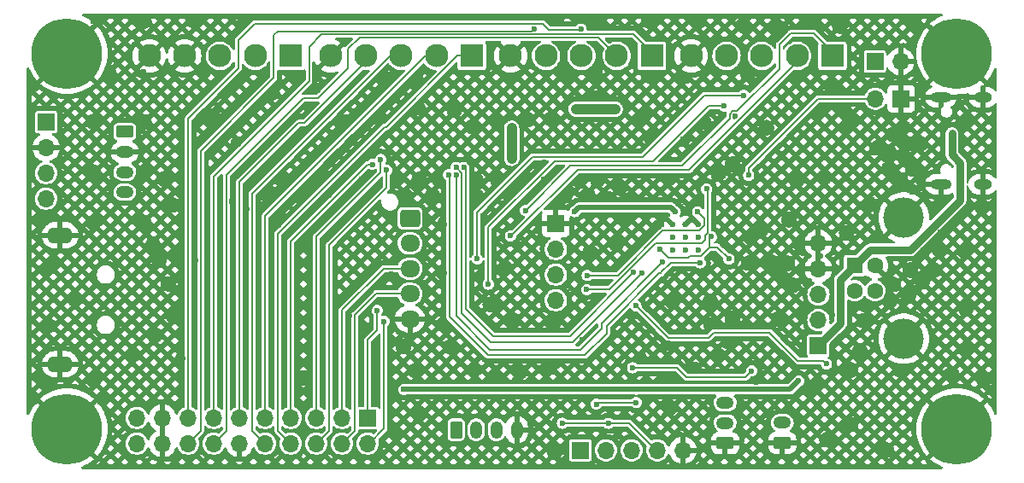
<source format=gbr>
%TF.GenerationSoftware,KiCad,Pcbnew,(7.0.0-0)*%
%TF.CreationDate,2023-09-11T01:39:21-06:00*%
%TF.ProjectId,ReflexFightingBoard,5265666c-6578-4466-9967-6874696e6742,rev?*%
%TF.SameCoordinates,Original*%
%TF.FileFunction,Copper,L4,Bot*%
%TF.FilePolarity,Positive*%
%FSLAX46Y46*%
G04 Gerber Fmt 4.6, Leading zero omitted, Abs format (unit mm)*
G04 Created by KiCad (PCBNEW (7.0.0-0)) date 2023-09-11 01:39:21*
%MOMM*%
%LPD*%
G01*
G04 APERTURE LIST*
G04 Aperture macros list*
%AMRoundRect*
0 Rectangle with rounded corners*
0 $1 Rounding radius*
0 $2 $3 $4 $5 $6 $7 $8 $9 X,Y pos of 4 corners*
0 Add a 4 corners polygon primitive as box body*
4,1,4,$2,$3,$4,$5,$6,$7,$8,$9,$2,$3,0*
0 Add four circle primitives for the rounded corners*
1,1,$1+$1,$2,$3*
1,1,$1+$1,$4,$5*
1,1,$1+$1,$6,$7*
1,1,$1+$1,$8,$9*
0 Add four rect primitives between the rounded corners*
20,1,$1+$1,$2,$3,$4,$5,0*
20,1,$1+$1,$4,$5,$6,$7,0*
20,1,$1+$1,$6,$7,$8,$9,0*
20,1,$1+$1,$8,$9,$2,$3,0*%
G04 Aperture macros list end*
%TA.AperFunction,ComponentPad*%
%ADD10R,1.700000X1.700000*%
%TD*%
%TA.AperFunction,ComponentPad*%
%ADD11O,1.700000X1.700000*%
%TD*%
%TA.AperFunction,ComponentPad*%
%ADD12RoundRect,0.249999X-0.625001X0.350001X-0.625001X-0.350001X0.625001X-0.350001X0.625001X0.350001X0*%
%TD*%
%TA.AperFunction,ComponentPad*%
%ADD13O,1.750000X1.200000*%
%TD*%
%TA.AperFunction,ComponentPad*%
%ADD14RoundRect,0.250000X0.625000X-0.350000X0.625000X0.350000X-0.625000X0.350000X-0.625000X-0.350000X0*%
%TD*%
%TA.AperFunction,ComponentPad*%
%ADD15R,2.300000X2.300000*%
%TD*%
%TA.AperFunction,ComponentPad*%
%ADD16C,2.300000*%
%TD*%
%TA.AperFunction,ComponentPad*%
%ADD17C,7.000000*%
%TD*%
%TA.AperFunction,ComponentPad*%
%ADD18O,2.610000X1.600000*%
%TD*%
%TA.AperFunction,ComponentPad*%
%ADD19RoundRect,0.250000X-0.350000X-0.625000X0.350000X-0.625000X0.350000X0.625000X-0.350000X0.625000X0*%
%TD*%
%TA.AperFunction,ComponentPad*%
%ADD20O,1.200000X1.750000*%
%TD*%
%TA.AperFunction,ComponentPad*%
%ADD21R,1.600000X1.600000*%
%TD*%
%TA.AperFunction,ComponentPad*%
%ADD22C,1.600000*%
%TD*%
%TA.AperFunction,ComponentPad*%
%ADD23C,4.000000*%
%TD*%
%TA.AperFunction,ComponentPad*%
%ADD24C,0.600000*%
%TD*%
%TA.AperFunction,ComponentPad*%
%ADD25RoundRect,0.250000X-0.725000X0.600000X-0.725000X-0.600000X0.725000X-0.600000X0.725000X0.600000X0*%
%TD*%
%TA.AperFunction,ComponentPad*%
%ADD26O,1.950000X1.700000*%
%TD*%
%TA.AperFunction,ComponentPad*%
%ADD27O,2.100000X1.000000*%
%TD*%
%TA.AperFunction,ComponentPad*%
%ADD28O,1.800000X1.000000*%
%TD*%
%TA.AperFunction,ViaPad*%
%ADD29C,0.600000*%
%TD*%
%TA.AperFunction,Conductor*%
%ADD30C,0.150000*%
%TD*%
%TA.AperFunction,Conductor*%
%ADD31C,0.500000*%
%TD*%
%TA.AperFunction,Conductor*%
%ADD32C,0.200000*%
%TD*%
%TA.AperFunction,Conductor*%
%ADD33C,0.750000*%
%TD*%
%TA.AperFunction,Conductor*%
%ADD34C,1.000000*%
%TD*%
G04 APERTURE END LIST*
D10*
%TO.P,J2,1,Pin_1*%
%TO.N,/UP*%
X137159999Y-119379999D03*
D11*
%TO.P,J2,2,Pin_2*%
%TO.N,/DOWN*%
X137159999Y-121919999D03*
%TO.P,J2,3,Pin_3*%
%TO.N,/RIGHT*%
X134619999Y-119379999D03*
%TO.P,J2,4,Pin_4*%
%TO.N,/LEFT*%
X134619999Y-121919999D03*
%TO.P,J2,5,Pin_5*%
%TO.N,/SELECT*%
X132079999Y-119379999D03*
%TO.P,J2,6,Pin_6*%
%TO.N,/HOME*%
X132079999Y-121919999D03*
%TO.P,J2,7,Pin_7*%
%TO.N,/START*%
X129539999Y-119379999D03*
%TO.P,J2,8,Pin_8*%
%TO.N,/1P*%
X129539999Y-121919999D03*
%TO.P,J2,9,Pin_9*%
%TO.N,/2P*%
X126999999Y-119379999D03*
%TO.P,J2,10,Pin_10*%
%TO.N,/3P*%
X126999999Y-121919999D03*
%TO.P,J2,11,Pin_11*%
%TO.N,/4P*%
X124459999Y-119379999D03*
%TO.P,J2,12,Pin_12*%
%TO.N,GND*%
X124459999Y-121919999D03*
%TO.P,J2,13,Pin_13*%
%TO.N,/1K*%
X121919999Y-119379999D03*
%TO.P,J2,14,Pin_14*%
%TO.N,/2K*%
X121919999Y-121919999D03*
%TO.P,J2,15,Pin_15*%
%TO.N,/3K*%
X119379999Y-119379999D03*
%TO.P,J2,16,Pin_16*%
%TO.N,/4K*%
X119379999Y-121919999D03*
%TO.P,J2,17,Pin_17*%
%TO.N,GND*%
X116839999Y-119379999D03*
%TO.P,J2,18,Pin_18*%
X116839999Y-121919999D03*
%TO.P,J2,19,Pin_19*%
%TO.N,/VBUS*%
X114299999Y-119379999D03*
%TO.P,J2,20,Pin_20*%
X114299999Y-121919999D03*
%TD*%
D12*
%TO.P,J1,1,Pin_1*%
%TO.N,Net-(J1-Pin_1)*%
X113100000Y-90982800D03*
D13*
%TO.P,J1,2,Pin_2*%
%TO.N,GND*%
X113099999Y-92982799D03*
%TO.P,J1,3,Pin_3*%
%TO.N,/VBUS*%
X113099999Y-94982799D03*
%TO.P,J1,4,Pin_4*%
X113099999Y-96982799D03*
%TD*%
D14*
%TO.P,J3,1,Pin_1*%
%TO.N,GND*%
X178225000Y-121850000D03*
D13*
%TO.P,J3,2,Pin_2*%
%TO.N,/TURBO*%
X178224999Y-119849999D03*
%TD*%
D15*
%TO.P,J5,1,Pin_1*%
%TO.N,/1K*%
X165324999Y-83449999D03*
D16*
%TO.P,J5,2,Pin_2*%
%TO.N,/2K*%
X161825000Y-83450000D03*
%TO.P,J5,3,Pin_3*%
%TO.N,/3K*%
X158325000Y-83450000D03*
%TO.P,J5,4,Pin_4*%
%TO.N,/4K*%
X154825000Y-83450000D03*
%TO.P,J5,5,Pin_5*%
%TO.N,GND*%
X151325000Y-83450000D03*
%TD*%
D15*
%TO.P,J6,1,Pin_1*%
%TO.N,/1P*%
X147474999Y-83449999D03*
D16*
%TO.P,J6,2,Pin_2*%
%TO.N,/2P*%
X143975000Y-83450000D03*
%TO.P,J6,3,Pin_3*%
%TO.N,/3P*%
X140475000Y-83450000D03*
%TO.P,J6,4,Pin_4*%
%TO.N,/4P*%
X136975000Y-83450000D03*
%TO.P,J6,5,Pin_5*%
%TO.N,GND*%
X133475000Y-83450000D03*
%TD*%
D15*
%TO.P,J7,1,Pin_1*%
%TO.N,/SELECT*%
X129524999Y-83449999D03*
D16*
%TO.P,J7,2,Pin_2*%
%TO.N,/START*%
X126025000Y-83450000D03*
%TO.P,J7,3,Pin_3*%
%TO.N,/HOME*%
X122525000Y-83450000D03*
%TO.P,J7,4,Pin_4*%
%TO.N,GND*%
X119025000Y-83450000D03*
%TO.P,J7,5,Pin_5*%
X115525000Y-83450000D03*
%TD*%
D15*
%TO.P,J8,1,Pin_1*%
%TO.N,/UP*%
X183199999Y-83449999D03*
D16*
%TO.P,J8,2,Pin_2*%
%TO.N,/DOWN*%
X179700000Y-83450000D03*
%TO.P,J8,3,Pin_3*%
%TO.N,/RIGHT*%
X176200000Y-83450000D03*
%TO.P,J8,4,Pin_4*%
%TO.N,/LEFT*%
X172700000Y-83450000D03*
%TO.P,J8,5,Pin_5*%
%TO.N,GND*%
X169200000Y-83450000D03*
%TD*%
D17*
%TO.P,H1,1,1*%
%TO.N,GND*%
X107378000Y-83200000D03*
%TD*%
%TO.P,H3,1,1*%
%TO.N,GND*%
X107378000Y-120460000D03*
%TD*%
%TO.P,H4,1,1*%
%TO.N,GND*%
X195517000Y-120460000D03*
%TD*%
%TO.P,H2,1,1*%
%TO.N,GND*%
X195517000Y-83248000D03*
%TD*%
D10*
%TO.P,J20,1,Pin_1*%
%TO.N,/VBUS*%
X187399999Y-84001951D03*
D11*
%TO.P,J20,2,Pin_2*%
%TO.N,GND*%
X189939999Y-84001951D03*
%TD*%
D18*
%TO.P,J9,5,Shield*%
%TO.N,GND*%
X106702499Y-101249999D03*
X106702499Y-114049999D03*
%TD*%
D19*
%TO.P,J21,1,Pin_1*%
%TO.N,/TP*%
X145925000Y-120550000D03*
D20*
%TO.P,J21,2,Pin_2*%
%TO.N,/LSB*%
X147924999Y-120549999D03*
%TO.P,J21,3,Pin_3*%
%TO.N,/RSB*%
X149924999Y-120549999D03*
%TO.P,J21,4,Pin_4*%
%TO.N,GND*%
X151924999Y-120549999D03*
%TD*%
D14*
%TO.P,J11,1,Pin_1*%
%TO.N,GND*%
X172575000Y-121875000D03*
D13*
%TO.P,J11,2,Pin_2*%
%TO.N,/RS_TOGGLE*%
X172574999Y-119874999D03*
%TO.P,J11,3,Pin_3*%
%TO.N,/LS_TOGGLE*%
X172574999Y-117874999D03*
%TD*%
D10*
%TO.P,J14,1,Pin_1*%
%TO.N,GND*%
X189999999Y-87699999D03*
D11*
%TO.P,J14,2,Pin_2*%
%TO.N,/~{USB_BOOT}*%
X187459999Y-87699999D03*
%TD*%
D21*
%TO.P,J16,1,VBUS*%
%TO.N,/VBUS*%
X185399999Y-104249999D03*
D22*
%TO.P,J16,2,D-*%
%TO.N,/USB_D-*%
X185400000Y-106750000D03*
%TO.P,J16,3,D+*%
%TO.N,/USB_D+*%
X187400000Y-106750000D03*
%TO.P,J16,4,GND*%
%TO.N,GND*%
X187400000Y-104250000D03*
D23*
%TO.P,J16,5,Shield*%
X190260000Y-99500000D03*
X190260000Y-111500000D03*
%TD*%
D10*
%TO.P,J19,1,Pin_1*%
%TO.N,Net-(J1-Pin_1)*%
X105299999Y-89999999D03*
D11*
%TO.P,J19,2,Pin_2*%
%TO.N,GND*%
X105299999Y-92539999D03*
%TO.P,J19,3,Pin_3*%
%TO.N,/VBUS*%
X105299999Y-95079999D03*
%TO.P,J19,4,Pin_4*%
X105299999Y-97619999D03*
%TD*%
D10*
%TO.P,J22,1,Pin_1*%
%TO.N,/GPIO22_5V*%
X158224999Y-122574999D03*
D11*
%TO.P,J22,2,Pin_2*%
%TO.N,/GPIO23_5V*%
X160764999Y-122574999D03*
%TO.P,J22,3,Pin_3*%
%TO.N,/GPIO24*%
X163304999Y-122574999D03*
%TO.P,J22,4,Pin_4*%
%TO.N,/VBUS*%
X165844999Y-122574999D03*
%TO.P,J22,5,Pin_5*%
%TO.N,GND*%
X168384999Y-122574999D03*
%TD*%
D24*
%TO.P,U4,57,GND*%
%TO.N,GND*%
X169895000Y-100155000D03*
X168620000Y-100155000D03*
X167345000Y-100155000D03*
X169895000Y-101430000D03*
X168620000Y-101430000D03*
X167345000Y-101430000D03*
X169895000Y-102705000D03*
X168620000Y-102705000D03*
X167345000Y-102705000D03*
%TD*%
D10*
%TO.P,J10,1,Pin_1*%
%TO.N,GND*%
X155799999Y-100074999D03*
D11*
%TO.P,J10,2,Pin_2*%
%TO.N,+3V3*%
X155799999Y-102614999D03*
%TO.P,J10,3,Pin_3*%
%TO.N,/SDA*%
X155799999Y-105154999D03*
%TO.P,J10,4,Pin_4*%
%TO.N,/SCL*%
X155799999Y-107694999D03*
%TD*%
D25*
%TO.P,J17,1,Pin_1*%
%TO.N,/UP*%
X141350000Y-99550000D03*
D26*
%TO.P,J17,2,Pin_2*%
%TO.N,/DOWN*%
X141349999Y-102049999D03*
%TO.P,J17,3,Pin_3*%
%TO.N,/RIGHT*%
X141349999Y-104549999D03*
%TO.P,J17,4,Pin_4*%
%TO.N,/LEFT*%
X141349999Y-107049999D03*
%TO.P,J17,5,Pin_5*%
%TO.N,GND*%
X141349999Y-109549999D03*
%TD*%
D27*
%TO.P,J15,S1,SHIELD*%
%TO.N,GND*%
X193943336Y-96193999D03*
D28*
X198093336Y-96193999D03*
D27*
X193943336Y-87553999D03*
D28*
X198093336Y-87553999D03*
%TD*%
D10*
%TO.P,J24,1,Pin_1*%
%TO.N,/VBUS*%
X181799999Y-112199999D03*
D11*
%TO.P,J24,2,Pin_2*%
%TO.N,/USB_D-*%
X181799999Y-109659999D03*
%TO.P,J24,3,Pin_3*%
%TO.N,/USB_D+*%
X181799999Y-107119999D03*
%TO.P,J24,4,Pin_4*%
%TO.N,GND*%
X181799999Y-104579999D03*
%TO.P,J24,5,Pin_5*%
X181799999Y-102039999D03*
%TD*%
D29*
%TO.N,GND*%
X110000000Y-80000000D03*
X182390000Y-95490000D03*
X136550000Y-95725500D03*
X196300000Y-102800000D03*
X181150000Y-80350000D03*
X128675000Y-95725500D03*
X187600000Y-92580000D03*
X120006149Y-101606149D03*
X179650000Y-95800000D03*
X173300000Y-94200000D03*
X147550000Y-90475000D03*
X115000000Y-80000000D03*
X177800000Y-104983011D03*
X165997502Y-100434757D03*
X176090000Y-100710000D03*
X120000000Y-80000000D03*
X189237740Y-106125500D03*
X141900000Y-114675000D03*
X151650000Y-109675000D03*
X131040000Y-90650000D03*
X161760000Y-102100000D03*
X142275000Y-95725500D03*
X182000000Y-103310000D03*
X155225000Y-114300000D03*
X186341645Y-108094411D03*
X137900000Y-112600000D03*
X184300000Y-88800000D03*
X130975000Y-97274500D03*
X124320000Y-92200000D03*
X160000000Y-80000000D03*
X141875000Y-85675000D03*
X154690000Y-94000000D03*
X185925000Y-112700000D03*
X192098011Y-105848011D03*
X152970000Y-89770000D03*
X182975500Y-106247664D03*
X193845260Y-100920760D03*
X115000000Y-95000000D03*
X130800000Y-102225000D03*
X155360000Y-89710000D03*
X178900000Y-99700000D03*
X150775000Y-104475000D03*
X139600000Y-108800000D03*
X123810156Y-100010156D03*
X105650000Y-104275000D03*
X110000000Y-95000000D03*
X179275500Y-106200000D03*
X173540000Y-89430000D03*
X161102344Y-97672656D03*
X144740000Y-110000000D03*
X133375000Y-97274500D03*
X186900000Y-98150000D03*
X117950000Y-109300000D03*
X171100000Y-107800000D03*
X118356149Y-103256149D03*
X196400000Y-112550000D03*
X189925908Y-95774092D03*
X177850000Y-109550000D03*
X184881854Y-107941735D03*
X142300000Y-118950000D03*
X167100000Y-115475000D03*
X140825000Y-97274500D03*
X178734183Y-104023166D03*
X118855500Y-113500000D03*
X166960264Y-111949011D03*
X138900000Y-85700000D03*
X151275000Y-97274500D03*
X159789989Y-87670000D03*
X165000000Y-80000000D03*
X189900000Y-114600000D03*
X165000000Y-85425000D03*
X147850000Y-97274500D03*
X128310000Y-100240000D03*
X171850000Y-113150000D03*
X144770000Y-100150000D03*
X130800000Y-115400000D03*
X164150000Y-113600000D03*
X180258411Y-109041589D03*
X122506149Y-99106149D03*
X104975000Y-99900000D03*
X110000000Y-100000000D03*
X195000000Y-115000000D03*
X162777344Y-99347656D03*
X162147656Y-96527344D03*
X113900000Y-113100000D03*
X144250000Y-95725500D03*
X122622656Y-101197656D03*
X115000000Y-90000000D03*
X190906989Y-104706989D03*
X196250000Y-90040000D03*
X119975000Y-112525000D03*
X181800000Y-88900000D03*
X117000000Y-95675000D03*
X137175000Y-97274500D03*
X156800000Y-85225000D03*
X121800000Y-89400000D03*
X171900000Y-95100000D03*
X188876383Y-107774500D03*
X188540000Y-122560000D03*
X139975000Y-95725500D03*
X169520000Y-114550000D03*
X110000000Y-90000000D03*
X183925000Y-80475000D03*
X173275000Y-109500000D03*
X174325000Y-80425000D03*
X179700000Y-85375000D03*
X190593613Y-92189500D03*
X116500000Y-103700000D03*
X198225000Y-115575000D03*
X115000000Y-100000000D03*
X144740000Y-105020000D03*
X115000000Y-85000000D03*
X108162500Y-107600000D03*
X111520000Y-85190000D03*
X170450000Y-90000000D03*
X134575000Y-95725500D03*
X188775500Y-93000000D03*
X110640000Y-117780000D03*
X170000000Y-80000000D03*
X191141589Y-94658411D03*
X189217330Y-91217330D03*
X117790000Y-98240000D03*
X127700000Y-87100000D03*
X145400000Y-112300000D03*
X139620000Y-120530000D03*
X150050000Y-95725500D03*
X105000000Y-115650000D03*
X177600000Y-80450000D03*
X130125000Y-85325000D03*
X190424500Y-93600000D03*
X171210000Y-110140000D03*
X156700000Y-97300000D03*
X191350000Y-80250000D03*
X192191589Y-95708411D03*
X120000000Y-95000000D03*
X153400000Y-97274500D03*
X121310156Y-102510156D03*
X177143675Y-103926276D03*
X168400000Y-91700000D03*
X116075000Y-111150000D03*
X132400000Y-95725500D03*
X193824500Y-98400000D03*
X165280000Y-91610000D03*
X121256149Y-100356149D03*
X164378114Y-89581655D03*
X183171589Y-109171589D03*
X174800000Y-85275000D03*
X140700000Y-112300000D03*
X151125000Y-85375000D03*
X147850000Y-95725500D03*
X152375000Y-95725500D03*
X167310000Y-107800000D03*
X192175500Y-102710000D03*
X158950000Y-97274500D03*
X183175000Y-86500000D03*
X110025000Y-115600000D03*
X135350000Y-97274500D03*
X125000000Y-115000000D03*
X167080537Y-95533640D03*
X190698011Y-107248011D03*
X168575000Y-85450000D03*
X158410000Y-111640000D03*
X132250000Y-86900000D03*
X175100000Y-101400000D03*
X152250000Y-114775000D03*
X180924500Y-105800000D03*
X159200000Y-102950000D03*
X135000000Y-90000000D03*
X159650000Y-85150000D03*
X193253011Y-104693011D03*
X196400000Y-108500000D03*
X188830500Y-94621269D03*
X191075908Y-96924092D03*
X120875000Y-84950000D03*
X175660000Y-115840000D03*
X139500000Y-105100000D03*
X172900000Y-111820000D03*
X142100000Y-88600000D03*
X105525000Y-110200000D03*
X120085500Y-103734811D03*
X163360156Y-97739844D03*
X167100000Y-118350000D03*
X184600000Y-101000000D03*
X104170000Y-117770000D03*
X185000000Y-114600000D03*
X176650000Y-90575000D03*
X190200000Y-90540500D03*
X186325000Y-109725000D03*
X186662553Y-105609786D03*
X182660000Y-121530000D03*
X115900000Y-102175000D03*
X191900000Y-92189500D03*
X149300000Y-108100000D03*
X192175000Y-86625000D03*
X143575000Y-97274500D03*
X138790000Y-89970000D03*
X174900000Y-104000000D03*
X185000000Y-120000000D03*
X147700000Y-114575000D03*
X184900000Y-90200000D03*
X198025000Y-98425000D03*
X159959480Y-95725500D03*
X104100000Y-86200000D03*
X155675000Y-122750000D03*
X125106149Y-96506149D03*
X155870000Y-79999989D03*
X150000000Y-90000000D03*
X154625000Y-95725500D03*
X155520000Y-110070000D03*
X135365500Y-109204752D03*
X125197656Y-98622656D03*
X123706149Y-97906149D03*
X127275000Y-97274500D03*
X125000000Y-80000000D03*
X117400000Y-106074500D03*
X145740000Y-88820000D03*
X180202048Y-102487561D03*
X181350000Y-116300000D03*
X158050000Y-95725500D03*
X149725000Y-115325000D03*
X193824500Y-102700000D03*
%TO.N,/UP*%
X152787500Y-98787500D03*
X138100000Y-108700000D03*
%TO.N,/DOWN*%
X151300000Y-101300000D03*
X138785600Y-109783600D03*
%TO.N,/RIGHT*%
X148000000Y-103600000D03*
X174399154Y-87349154D03*
%TO.N,/LEFT*%
X172460000Y-88410000D03*
X149100000Y-106100000D03*
%TO.N,/SELECT*%
X163505878Y-104955878D03*
X138450000Y-93725500D03*
X146672748Y-94521271D03*
%TO.N,/HOME*%
X145925000Y-95275000D03*
X166350000Y-103870000D03*
X139025000Y-94774500D03*
%TO.N,/START*%
X164330000Y-104980000D03*
X137625000Y-94224500D03*
X145917360Y-94507640D03*
%TO.N,/3K*%
X158300000Y-80775500D03*
%TO.N,/4K*%
X153640000Y-80775500D03*
%TO.N,/SDA*%
X158900000Y-105240000D03*
X169840000Y-98920500D03*
%TO.N,/SCL*%
X158850000Y-106630000D03*
X170730000Y-96650000D03*
%TO.N,/RUN*%
X182600000Y-114000000D03*
X163739122Y-108239122D03*
%TO.N,/RGB*%
X145175000Y-95249500D03*
X170091697Y-103980971D03*
%TO.N,+3V3*%
X157675000Y-98900000D03*
X163750000Y-117850000D03*
X159800000Y-118000000D03*
X167620000Y-98930000D03*
X163400000Y-114400000D03*
X175200000Y-114700000D03*
%TO.N,+1V1*%
X171208590Y-101388684D03*
X166130000Y-102630000D03*
X172944500Y-103600000D03*
%TO.N,/VBUS*%
X195040000Y-91140000D03*
X156450000Y-119900000D03*
X151420000Y-90630000D03*
X157790000Y-88750000D03*
X151420000Y-93624500D03*
X195040000Y-93262740D03*
X161680000Y-88730000D03*
X161000000Y-119900000D03*
%TO.N,/~{USB_BOOT}*%
X174896720Y-95303280D03*
%TO.N,+5V*%
X179850000Y-115700000D03*
X140725000Y-116550000D03*
%TD*%
D30*
%TO.N,/UP*%
X181374154Y-81225000D02*
X183200000Y-83050846D01*
X157225000Y-94350000D02*
X168300000Y-94350000D01*
X173322739Y-88905489D02*
X173744511Y-88905489D01*
X152787500Y-98787500D02*
X157225000Y-94350000D01*
X173015489Y-89212739D02*
X173322739Y-88905489D01*
X183200000Y-83050846D02*
X183200000Y-83450000D01*
X177925000Y-84725000D02*
X177925000Y-82350000D01*
X137160000Y-119380000D02*
X137160000Y-111640000D01*
X168300000Y-94350000D02*
X173015489Y-89634511D01*
X173744511Y-88905489D02*
X177925000Y-84725000D01*
X138100000Y-110700000D02*
X138100000Y-108700000D01*
X137160000Y-111640000D02*
X138100000Y-110700000D01*
X179050000Y-81225000D02*
X181374154Y-81225000D01*
X173015489Y-89634511D02*
X173015489Y-89212739D01*
X177925000Y-82350000D02*
X179050000Y-81225000D01*
%TO.N,/DOWN*%
X151300000Y-101300000D02*
X151400000Y-101300000D01*
X151400000Y-101300000D02*
X157950000Y-94750000D01*
X137312400Y-121920000D02*
X138785600Y-120446800D01*
X174064511Y-89647261D02*
X174064511Y-89635489D01*
X168961772Y-94750000D02*
X174064511Y-89647261D01*
X157950000Y-94750000D02*
X168961772Y-94750000D01*
X174064511Y-89635489D02*
X179700000Y-84000000D01*
X138785600Y-120446800D02*
X138785600Y-109783600D01*
X179700000Y-84000000D02*
X179700000Y-83450000D01*
%TO.N,/RIGHT*%
X138750000Y-104550000D02*
X134620000Y-108680000D01*
X170500846Y-87349154D02*
X174399154Y-87349154D01*
X141350000Y-104550000D02*
X138750000Y-104550000D01*
X134620000Y-108680000D02*
X134620000Y-119380000D01*
X164374511Y-93475489D02*
X170500846Y-87349154D01*
X148000000Y-103600000D02*
X148000000Y-98950000D01*
X148000000Y-98950000D02*
X153474511Y-93475489D01*
X153474511Y-93475489D02*
X164374511Y-93475489D01*
%TO.N,/LEFT*%
X165425000Y-93875000D02*
X170890000Y-88410000D01*
X149100000Y-106100000D02*
X149100000Y-100450000D01*
X135890000Y-120650000D02*
X134620000Y-121920000D01*
X149100000Y-100450000D02*
X155675000Y-93875000D01*
X170890000Y-88410000D02*
X172460000Y-88410000D01*
X155675000Y-93875000D02*
X165425000Y-93875000D01*
X135890000Y-109110000D02*
X135890000Y-120650000D01*
X141350000Y-107050000D02*
X137950000Y-107050000D01*
X137950000Y-107050000D02*
X135890000Y-109110000D01*
%TO.N,/SELECT*%
X146910000Y-108550000D02*
X149584511Y-111224511D01*
X157237245Y-111224511D02*
X163505878Y-104955878D01*
X146910000Y-94758523D02*
X146910000Y-108550000D01*
X146672748Y-94521271D02*
X146910000Y-94758523D01*
X132080000Y-101370000D02*
X138450000Y-95000000D01*
X138450000Y-95000000D02*
X138450000Y-93725500D01*
X149584511Y-111224511D02*
X157237245Y-111224511D01*
X132080000Y-119380000D02*
X132080000Y-101370000D01*
%TO.N,/HOME*%
X160310000Y-110481772D02*
X160310000Y-109960000D01*
X149290000Y-112580000D02*
X158211772Y-112580000D01*
X145925000Y-95275000D02*
X145925000Y-109215000D01*
X145925000Y-109215000D02*
X149290000Y-112580000D01*
X133350000Y-120650000D02*
X132080000Y-121920000D01*
X139025000Y-94774500D02*
X139025000Y-96525000D01*
X133350000Y-102200000D02*
X133350000Y-120650000D01*
X139025000Y-96525000D02*
X133350000Y-102200000D01*
X160310000Y-109960000D02*
X166350000Y-103920000D01*
X166350000Y-103920000D02*
X166350000Y-103870000D01*
X158211772Y-112580000D02*
X160310000Y-110481772D01*
%TO.N,/START*%
X157488228Y-111820000D02*
X164328228Y-104980000D01*
X133900000Y-97475000D02*
X133900000Y-97491963D01*
X137625000Y-94224500D02*
X137150500Y-94224500D01*
X129540000Y-101835000D02*
X129540000Y-119380000D01*
X164328228Y-104980000D02*
X164330000Y-104980000D01*
X146468813Y-108948813D02*
X149340000Y-111820000D01*
X133575500Y-97799500D02*
X129540000Y-101835000D01*
X146468813Y-95059093D02*
X146468813Y-108948813D01*
X149340000Y-111820000D02*
X157488228Y-111820000D01*
X145917360Y-94507640D02*
X146468813Y-95059093D01*
X133900000Y-97491963D02*
X133592463Y-97799500D01*
X133592463Y-97799500D02*
X133575500Y-97799500D01*
X137150500Y-94224500D02*
X133900000Y-97475000D01*
%TO.N,/1P*%
X128270000Y-101080000D02*
X138855000Y-90495000D01*
X128270000Y-120650000D02*
X128270000Y-101080000D01*
X139007463Y-90495000D02*
X146052463Y-83450000D01*
X129540000Y-121920000D02*
X128270000Y-120650000D01*
X138855000Y-90495000D02*
X139007463Y-90495000D01*
X146052463Y-83450000D02*
X147475000Y-83450000D01*
%TO.N,/2P*%
X142890000Y-83450000D02*
X143975000Y-83450000D01*
X127000000Y-119380000D02*
X127000000Y-99340000D01*
X127000000Y-99340000D02*
X142890000Y-83450000D01*
%TO.N,/3P*%
X125730000Y-120650000D02*
X125730000Y-97110000D01*
X127000000Y-121920000D02*
X125730000Y-120650000D01*
X125730000Y-97110000D02*
X139390000Y-83450000D01*
X139390000Y-83450000D02*
X140475000Y-83450000D01*
%TO.N,/4P*%
X130874511Y-90125489D02*
X136975000Y-84025000D01*
X124460000Y-95965000D02*
X130299511Y-90125489D01*
X130299511Y-90125489D02*
X130874511Y-90125489D01*
X136975000Y-84025000D02*
X136975000Y-83450000D01*
X124460000Y-119380000D02*
X124460000Y-95965000D01*
%TO.N,/1K*%
X132596147Y-81300000D02*
X163500000Y-81300000D01*
X131350000Y-85960000D02*
X131350000Y-82546147D01*
X121920000Y-95390000D02*
X131350000Y-85960000D01*
X163500000Y-81300000D02*
X165325000Y-83125000D01*
X121920000Y-119380000D02*
X121920000Y-95390000D01*
X165325000Y-83125000D02*
X165325000Y-83450000D01*
X131350000Y-82546147D02*
X132596147Y-81300000D01*
%TO.N,/2K*%
X132266772Y-87625000D02*
X135225000Y-84666772D01*
X123150000Y-120690000D02*
X123150000Y-95258228D01*
X135225000Y-84666772D02*
X135225000Y-82750000D01*
X121920000Y-121920000D02*
X123150000Y-120690000D01*
X130783228Y-87625000D02*
X132266772Y-87625000D01*
X136375000Y-81600000D02*
X159975000Y-81600000D01*
X135225000Y-82750000D02*
X136375000Y-81600000D01*
X159975000Y-81600000D02*
X161825000Y-83450000D01*
X123150000Y-95258228D02*
X130783228Y-87625000D01*
%TO.N,/3K*%
X124340000Y-81860000D02*
X124340000Y-84710000D01*
X125949011Y-80250989D02*
X124340000Y-81860000D01*
X119380000Y-89670000D02*
X119380000Y-119380000D01*
X155106272Y-80850000D02*
X154507261Y-80250989D01*
X158225500Y-80850000D02*
X155106272Y-80850000D01*
X154507261Y-80250989D02*
X125949011Y-80250989D01*
X158300000Y-80775500D02*
X158225500Y-80850000D01*
X124340000Y-84710000D02*
X119380000Y-89670000D01*
%TO.N,/4K*%
X153415500Y-81000000D02*
X128258228Y-81000000D01*
X127850000Y-85640000D02*
X120610000Y-92880000D01*
X128258228Y-81000000D02*
X127850000Y-81408228D01*
X120610000Y-92880000D02*
X120610000Y-120690000D01*
X127850000Y-81408228D02*
X127850000Y-85640000D01*
X153640000Y-80775500D02*
X153415500Y-81000000D01*
X120610000Y-120690000D02*
X119380000Y-121920000D01*
%TO.N,/SDA*%
X170540000Y-99620500D02*
X169840000Y-98920500D01*
X158900000Y-105240000D02*
X161934031Y-105240000D01*
X170540000Y-100251772D02*
X170540000Y-99620500D01*
X166384031Y-100790000D02*
X170001772Y-100790000D01*
X161934031Y-105240000D02*
X166384031Y-100790000D01*
X170001772Y-100790000D02*
X170540000Y-100251772D01*
%TO.N,/SCL*%
X170839520Y-96759520D02*
X170730000Y-96650000D01*
X170220000Y-102070000D02*
X170560000Y-101730000D01*
X170560000Y-101730000D02*
X170560000Y-101295502D01*
X161090000Y-106630000D02*
X165650000Y-102070000D01*
X165650000Y-102070000D02*
X170220000Y-102070000D01*
X170839520Y-101015982D02*
X170839520Y-96759520D01*
X158850000Y-106630000D02*
X161090000Y-106630000D01*
X170560000Y-101295502D02*
X170839520Y-101015982D01*
%TO.N,/RUN*%
X171414500Y-110910000D02*
X170899989Y-111424511D01*
X166944511Y-111424511D02*
X165860489Y-110340489D01*
X182300000Y-113700000D02*
X179770000Y-113700000D01*
X182600000Y-114000000D02*
X182300000Y-113700000D01*
X176980000Y-110910000D02*
X171414500Y-110910000D01*
X179770000Y-113700000D02*
X176980000Y-110910000D01*
X170899989Y-111424511D02*
X166944511Y-111424511D01*
X165860489Y-110340489D02*
X165840489Y-110340489D01*
X165840489Y-110340489D02*
X163739122Y-108239122D01*
%TO.N,/RGB*%
X145275000Y-95349500D02*
X145275000Y-99912537D01*
X158690000Y-113160000D02*
X160820000Y-111030000D01*
X166210000Y-105020000D02*
X166210000Y-104920000D01*
X160820000Y-111030000D02*
X160820000Y-110230000D01*
X145275000Y-99912537D02*
X145295000Y-99932537D01*
X170080726Y-103970000D02*
X170091697Y-103980971D01*
X149110000Y-113160000D02*
X158690000Y-113160000D01*
X167160000Y-103970000D02*
X170080726Y-103970000D01*
X160820000Y-110230000D02*
X166030000Y-105020000D01*
X145275000Y-109325000D02*
X149110000Y-113160000D01*
X145275000Y-100387463D02*
X145275000Y-109325000D01*
X166210000Y-104920000D02*
X167160000Y-103970000D01*
X166030000Y-105020000D02*
X166210000Y-105020000D01*
X145175000Y-95249500D02*
X145275000Y-95349500D01*
X145295000Y-99932537D02*
X145295000Y-100367463D01*
X145295000Y-100367463D02*
X145275000Y-100387463D01*
%TO.N,+3V3*%
X167800000Y-114400000D02*
X168750000Y-115350000D01*
X159950000Y-117850000D02*
X163750000Y-117850000D01*
X168750000Y-115350000D02*
X174550000Y-115350000D01*
D31*
X157675000Y-98900000D02*
X158075000Y-98500000D01*
X167190000Y-98500000D02*
X167620000Y-98930000D01*
D30*
X163400000Y-114400000D02*
X167800000Y-114400000D01*
D31*
X158075000Y-98500000D02*
X167190000Y-98500000D01*
D30*
X174550000Y-115350000D02*
X175200000Y-114700000D01*
X159800000Y-118000000D02*
X159950000Y-117850000D01*
D32*
%TO.N,+1V1*%
X168890000Y-103460000D02*
X169045489Y-103304511D01*
X169045489Y-103304511D02*
X170143327Y-103304511D01*
X171208590Y-101388684D02*
X171020000Y-101577274D01*
X171020000Y-101577274D02*
X171020000Y-102427838D01*
X166600313Y-103120000D02*
X166940313Y-103460000D01*
X166940313Y-103460000D02*
X168890000Y-103460000D01*
X170143327Y-103304511D02*
X171020000Y-102427838D01*
X166130000Y-102630000D02*
X166600313Y-103100313D01*
X166600313Y-103100313D02*
X166600313Y-103120000D01*
X172944500Y-103600000D02*
X171772338Y-102427838D01*
X171772338Y-102427838D02*
X171020000Y-102427838D01*
D30*
%TO.N,/VBUS*%
X161000000Y-119900000D02*
X163045000Y-119900000D01*
D33*
X185400000Y-104250000D02*
X184000000Y-105650000D01*
X195824511Y-97775489D02*
X195824511Y-94047251D01*
D30*
X156450000Y-119900000D02*
X161000000Y-119900000D01*
X163045000Y-119900000D02*
X165845000Y-122700000D01*
D33*
X195040000Y-93262740D02*
X195040000Y-91140000D01*
X195824511Y-94047251D02*
X195040000Y-93262740D01*
X184000000Y-110000000D02*
X181800000Y-112200000D01*
X190900000Y-102700000D02*
X195824511Y-97775489D01*
D34*
X151420000Y-90630000D02*
X151420000Y-93624500D01*
D33*
X184000000Y-105650000D02*
X184000000Y-110000000D01*
X185400000Y-104250000D02*
X186950000Y-102700000D01*
X186950000Y-102700000D02*
X190900000Y-102700000D01*
D34*
X157810000Y-88730000D02*
X161680000Y-88730000D01*
X157790000Y-88750000D02*
X157810000Y-88730000D01*
D30*
%TO.N,/~{USB_BOOT}*%
X174896720Y-94603281D02*
X181800001Y-87700000D01*
X174896720Y-95303280D02*
X174896720Y-94603281D01*
X181800001Y-87700000D02*
X187460000Y-87700000D01*
D31*
%TO.N,+5V*%
X179000000Y-116550000D02*
X179850000Y-115700000D01*
X140725000Y-116550000D02*
X179000000Y-116550000D01*
%TD*%
%TA.AperFunction,Conductor*%
%TO.N,GND*%
G36*
X132257852Y-87954978D02*
G01*
X132284022Y-87957267D01*
X132349740Y-87982823D01*
X132391439Y-88039691D01*
X132396051Y-88110058D01*
X132362134Y-88171882D01*
X131961838Y-88572179D01*
X130774930Y-89759086D01*
X130734056Y-89786398D01*
X130685838Y-89795989D01*
X130319393Y-89795989D01*
X130308411Y-89795509D01*
X130281335Y-89793140D01*
X130270351Y-89792179D01*
X130259705Y-89795031D01*
X130259699Y-89795032D01*
X130233441Y-89802068D01*
X130222714Y-89804446D01*
X130195932Y-89809168D01*
X130195922Y-89809171D01*
X130185077Y-89811084D01*
X130175539Y-89816589D01*
X130172079Y-89817849D01*
X130168746Y-89819403D01*
X130158110Y-89822254D01*
X130149088Y-89828570D01*
X130149081Y-89828574D01*
X130126797Y-89844177D01*
X130117537Y-89850076D01*
X130093993Y-89863670D01*
X130093988Y-89863673D01*
X130084445Y-89869184D01*
X130077360Y-89877626D01*
X130077360Y-89877627D01*
X130059881Y-89898457D01*
X130052457Y-89906557D01*
X124241080Y-95717935D01*
X124232979Y-95725359D01*
X124212141Y-95742844D01*
X124212133Y-95742853D01*
X124203695Y-95749934D01*
X124198186Y-95759474D01*
X124198182Y-95759480D01*
X124184585Y-95783031D01*
X124178684Y-95792294D01*
X124163085Y-95814572D01*
X124163083Y-95814574D01*
X124156765Y-95823599D01*
X124153912Y-95834241D01*
X124152359Y-95837573D01*
X124151102Y-95841025D01*
X124145595Y-95850566D01*
X124143682Y-95861411D01*
X124143679Y-95861421D01*
X124138957Y-95888203D01*
X124136579Y-95898930D01*
X124129543Y-95925188D01*
X124129542Y-95925194D01*
X124126690Y-95935840D01*
X124127650Y-95946822D01*
X124127651Y-95946822D01*
X124130020Y-95973900D01*
X124130500Y-95984882D01*
X124130500Y-118236851D01*
X124120534Y-118285964D01*
X124092213Y-118327308D01*
X124050017Y-118354342D01*
X124040209Y-118358142D01*
X123971007Y-118384950D01*
X123970999Y-118384953D01*
X123965573Y-118387056D01*
X123960622Y-118390121D01*
X123960613Y-118390126D01*
X123796491Y-118491746D01*
X123796481Y-118491752D01*
X123791538Y-118494814D01*
X123787239Y-118498732D01*
X123787235Y-118498736D01*
X123690386Y-118587026D01*
X123639981Y-118615101D01*
X123582347Y-118617766D01*
X123529568Y-118594461D01*
X123492709Y-118550074D01*
X123479500Y-118493911D01*
X123479500Y-95446901D01*
X123489091Y-95398683D01*
X123516405Y-95357806D01*
X129750704Y-89123508D01*
X130454979Y-89123508D01*
X130580605Y-89249134D01*
X130935573Y-88894165D01*
X130809947Y-88768539D01*
X130454979Y-89123508D01*
X129750704Y-89123508D01*
X130882807Y-87991405D01*
X130923684Y-87964091D01*
X130971902Y-87954500D01*
X132246890Y-87954500D01*
X132257852Y-87954978D01*
G37*
%TD.AperFunction*%
%TA.AperFunction,Conductor*%
G36*
X130953896Y-84799836D02*
G01*
X131002574Y-84846181D01*
X131020500Y-84910958D01*
X131020500Y-85771326D01*
X131010909Y-85819544D01*
X130983595Y-85860421D01*
X121701080Y-95142935D01*
X121692979Y-95150359D01*
X121672141Y-95167844D01*
X121672133Y-95167853D01*
X121663695Y-95174934D01*
X121658186Y-95184474D01*
X121658182Y-95184480D01*
X121644585Y-95208031D01*
X121638684Y-95217294D01*
X121623085Y-95239572D01*
X121623083Y-95239574D01*
X121616765Y-95248599D01*
X121613912Y-95259241D01*
X121612359Y-95262573D01*
X121611102Y-95266025D01*
X121605595Y-95275566D01*
X121603682Y-95286411D01*
X121603679Y-95286421D01*
X121598957Y-95313203D01*
X121596579Y-95323930D01*
X121589543Y-95350188D01*
X121589542Y-95350194D01*
X121586690Y-95360840D01*
X121589757Y-95395894D01*
X121590020Y-95398900D01*
X121590500Y-95409882D01*
X121590500Y-118236851D01*
X121580534Y-118285964D01*
X121552213Y-118327308D01*
X121510017Y-118354342D01*
X121500209Y-118358142D01*
X121431007Y-118384950D01*
X121430999Y-118384953D01*
X121425573Y-118387056D01*
X121420622Y-118390121D01*
X121420613Y-118390126D01*
X121256491Y-118491746D01*
X121256481Y-118491752D01*
X121251538Y-118494814D01*
X121247239Y-118498732D01*
X121247235Y-118498736D01*
X121150386Y-118587026D01*
X121099981Y-118615101D01*
X121042347Y-118617766D01*
X120989568Y-118594461D01*
X120952709Y-118550074D01*
X120939500Y-118493911D01*
X120939500Y-94248163D01*
X121437500Y-94248163D01*
X121596129Y-94406793D01*
X121951097Y-94051825D01*
X121596128Y-93696857D01*
X121437500Y-93855486D01*
X121437500Y-94248163D01*
X120939500Y-94248163D01*
X120939500Y-93344718D01*
X121948267Y-93344718D01*
X122303236Y-93699686D01*
X122658203Y-93344719D01*
X122303235Y-92989750D01*
X121948267Y-93344718D01*
X120939500Y-93344718D01*
X120939500Y-93068673D01*
X120949091Y-93020455D01*
X120976405Y-92979578D01*
X121318372Y-92637611D01*
X122655374Y-92637611D01*
X123010343Y-92992579D01*
X123365310Y-92637612D01*
X123010342Y-92282643D01*
X122655374Y-92637611D01*
X121318372Y-92637611D01*
X122025478Y-91930505D01*
X123362481Y-91930505D01*
X123548443Y-92116467D01*
X123559172Y-92028114D01*
X123566441Y-91998622D01*
X123622414Y-91851031D01*
X123636531Y-91824134D01*
X123726200Y-91694228D01*
X123746341Y-91671493D01*
X123781901Y-91639988D01*
X123717450Y-91575537D01*
X123362481Y-91930505D01*
X122025478Y-91930505D01*
X122732586Y-91223397D01*
X124069588Y-91223397D01*
X124270190Y-91424000D01*
X124398924Y-91424000D01*
X124429078Y-91427661D01*
X124546353Y-91456567D01*
X124779523Y-91223397D01*
X124424555Y-90868430D01*
X124069588Y-91223397D01*
X122732586Y-91223397D01*
X122746420Y-91209563D01*
X123439693Y-90516290D01*
X124776695Y-90516290D01*
X125131663Y-90871259D01*
X125486631Y-90516291D01*
X125131662Y-90161323D01*
X124776695Y-90516290D01*
X123439693Y-90516290D01*
X124146799Y-89809184D01*
X125483801Y-89809184D01*
X125838770Y-90164152D01*
X126193737Y-89809185D01*
X125838769Y-89454216D01*
X125483801Y-89809184D01*
X124146799Y-89809184D01*
X124853906Y-89102077D01*
X126190908Y-89102077D01*
X126545877Y-89457045D01*
X126900844Y-89102078D01*
X126545876Y-88747109D01*
X126190908Y-89102077D01*
X124853906Y-89102077D01*
X125561013Y-88394970D01*
X126898015Y-88394970D01*
X127252983Y-88749939D01*
X127607951Y-88394971D01*
X127252982Y-88040003D01*
X126898015Y-88394970D01*
X125561013Y-88394970D01*
X126081535Y-87874448D01*
X127791706Y-87874448D01*
X127960090Y-88042832D01*
X128315058Y-87687864D01*
X128264136Y-87636943D01*
X128155508Y-87733180D01*
X128130509Y-87750435D01*
X127990741Y-87823791D01*
X127962340Y-87834563D01*
X127809078Y-87872339D01*
X127791706Y-87874448D01*
X126081535Y-87874448D01*
X127100279Y-86855703D01*
X128437282Y-86855703D01*
X128453559Y-86898623D01*
X128460828Y-86928114D01*
X128479855Y-87084812D01*
X128479855Y-87115189D01*
X128476260Y-87144789D01*
X128667197Y-87335725D01*
X129022164Y-86980758D01*
X128667196Y-86625789D01*
X128437282Y-86855703D01*
X127100279Y-86855703D01*
X127682331Y-86273650D01*
X129019335Y-86273650D01*
X129374304Y-86628618D01*
X129729271Y-86273651D01*
X129374303Y-85918682D01*
X129019335Y-86273650D01*
X127682331Y-86273650D01*
X128060931Y-85895050D01*
X128640734Y-85895050D01*
X128667196Y-85921512D01*
X129022164Y-85566543D01*
X128808120Y-85352499D01*
X128677500Y-85352500D01*
X128677500Y-85603870D01*
X128679415Y-85625760D01*
X128679894Y-85636744D01*
X128679893Y-85679629D01*
X128679413Y-85690611D01*
X128675598Y-85734204D01*
X128674164Y-85745099D01*
X128666718Y-85787327D01*
X128664338Y-85798062D01*
X128658656Y-85819263D01*
X128654842Y-85840900D01*
X128652461Y-85851638D01*
X128641359Y-85893069D01*
X128640734Y-85895050D01*
X128060931Y-85895050D01*
X128068936Y-85887045D01*
X128077006Y-85879649D01*
X128106305Y-85855066D01*
X128125412Y-85821969D01*
X128131314Y-85812706D01*
X128134745Y-85807806D01*
X128153235Y-85781401D01*
X128156090Y-85770742D01*
X128157637Y-85767425D01*
X128158887Y-85763988D01*
X128164405Y-85754434D01*
X128171041Y-85716794D01*
X128173418Y-85706071D01*
X128183309Y-85669161D01*
X128179979Y-85631097D01*
X128179500Y-85620116D01*
X128179500Y-84974130D01*
X128191597Y-84920258D01*
X128225567Y-84876730D01*
X128274885Y-84851906D01*
X128330080Y-84850551D01*
X128349933Y-84854500D01*
X130700066Y-84854499D01*
X130774301Y-84839734D01*
X130824498Y-84806192D01*
X130888317Y-84785110D01*
X130953896Y-84799836D01*
G37*
%TD.AperFunction*%
%TA.AperFunction,Conductor*%
G36*
X138643561Y-95422736D02*
G01*
X138681767Y-95467469D01*
X138695500Y-95524672D01*
X138695500Y-96336327D01*
X138685909Y-96384545D01*
X138658595Y-96425422D01*
X133131080Y-101952935D01*
X133122979Y-101960359D01*
X133102141Y-101977844D01*
X133102133Y-101977853D01*
X133093695Y-101984934D01*
X133088186Y-101994474D01*
X133088182Y-101994480D01*
X133074585Y-102018031D01*
X133068684Y-102027294D01*
X133053085Y-102049572D01*
X133053083Y-102049574D01*
X133046765Y-102058599D01*
X133043912Y-102069241D01*
X133042359Y-102072573D01*
X133041102Y-102076025D01*
X133035595Y-102085566D01*
X133033682Y-102096411D01*
X133033679Y-102096421D01*
X133028957Y-102123203D01*
X133026579Y-102133930D01*
X133019543Y-102160188D01*
X133019542Y-102160194D01*
X133016690Y-102170840D01*
X133017650Y-102181822D01*
X133017651Y-102181822D01*
X133020020Y-102208900D01*
X133020500Y-102219882D01*
X133020500Y-118457446D01*
X133007291Y-118513609D01*
X132970432Y-118557996D01*
X132917653Y-118581301D01*
X132860019Y-118578636D01*
X132809615Y-118550561D01*
X132752770Y-118498741D01*
X132752768Y-118498739D01*
X132748462Y-118494814D01*
X132743512Y-118491749D01*
X132743508Y-118491746D01*
X132579386Y-118390126D01*
X132579381Y-118390124D01*
X132574427Y-118387056D01*
X132568996Y-118384952D01*
X132568992Y-118384950D01*
X132499791Y-118358142D01*
X132489982Y-118354342D01*
X132447787Y-118327308D01*
X132419466Y-118285964D01*
X132409500Y-118236851D01*
X132409500Y-101558673D01*
X132419091Y-101510455D01*
X132446405Y-101469578D01*
X135462634Y-98453349D01*
X138480405Y-95435576D01*
X138530564Y-95404839D01*
X138589211Y-95400223D01*
X138643561Y-95422736D01*
G37*
%TD.AperFunction*%
%TA.AperFunction,Conductor*%
G36*
X142760652Y-84181563D02*
G01*
X142800523Y-84220216D01*
X142855636Y-84304573D01*
X142862853Y-84315619D01*
X142909569Y-84366366D01*
X143016968Y-84483032D01*
X143016971Y-84483035D01*
X143020498Y-84486866D01*
X143204178Y-84629830D01*
X143408885Y-84740612D01*
X143413813Y-84742304D01*
X143413816Y-84742305D01*
X143478238Y-84764421D01*
X143629034Y-84816189D01*
X143858620Y-84854500D01*
X143863831Y-84854500D01*
X143877788Y-84854500D01*
X143934991Y-84868233D01*
X143979724Y-84906439D01*
X144002237Y-84960789D01*
X143997621Y-85019436D01*
X143966883Y-85069595D01*
X138909805Y-90126674D01*
X138873960Y-90151774D01*
X138834217Y-90162422D01*
X138825840Y-90161690D01*
X138815194Y-90164542D01*
X138815188Y-90164543D01*
X138788930Y-90171579D01*
X138778203Y-90173957D01*
X138751421Y-90178679D01*
X138751411Y-90178682D01*
X138740566Y-90180595D01*
X138731028Y-90186100D01*
X138727568Y-90187360D01*
X138724235Y-90188914D01*
X138713599Y-90191765D01*
X138704577Y-90198081D01*
X138704570Y-90198085D01*
X138682286Y-90213688D01*
X138673026Y-90219587D01*
X138649482Y-90233181D01*
X138649477Y-90233184D01*
X138639934Y-90238695D01*
X138632849Y-90247137D01*
X138632849Y-90247138D01*
X138615370Y-90267968D01*
X138607946Y-90276068D01*
X128051080Y-100832935D01*
X128042979Y-100840359D01*
X128022141Y-100857844D01*
X128022133Y-100857853D01*
X128013695Y-100864934D01*
X128008186Y-100874474D01*
X128008182Y-100874480D01*
X127994585Y-100898031D01*
X127988684Y-100907294D01*
X127973085Y-100929572D01*
X127973083Y-100929574D01*
X127966765Y-100938599D01*
X127963912Y-100949241D01*
X127962359Y-100952573D01*
X127961102Y-100956025D01*
X127955595Y-100965566D01*
X127953682Y-100976411D01*
X127953679Y-100976421D01*
X127948957Y-101003203D01*
X127946579Y-101013930D01*
X127939543Y-101040188D01*
X127939542Y-101040194D01*
X127936690Y-101050840D01*
X127939672Y-101084917D01*
X127940020Y-101088900D01*
X127940500Y-101099882D01*
X127940500Y-118457446D01*
X127927291Y-118513609D01*
X127890432Y-118557996D01*
X127837653Y-118581301D01*
X127780019Y-118578636D01*
X127729615Y-118550561D01*
X127672770Y-118498741D01*
X127672768Y-118498739D01*
X127668462Y-118494814D01*
X127663512Y-118491749D01*
X127663508Y-118491746D01*
X127499386Y-118390126D01*
X127499381Y-118390124D01*
X127494427Y-118387056D01*
X127488996Y-118384952D01*
X127488992Y-118384950D01*
X127419791Y-118358142D01*
X127409982Y-118354342D01*
X127367787Y-118327308D01*
X127339466Y-118285964D01*
X127329500Y-118236851D01*
X127329500Y-99528673D01*
X127339091Y-99480455D01*
X127366405Y-99439578D01*
X127804411Y-99001572D01*
X129019335Y-99001572D01*
X129098750Y-99080986D01*
X129453717Y-98726019D01*
X129374303Y-98646604D01*
X129019335Y-99001572D01*
X127804411Y-99001572D01*
X128511517Y-98294466D01*
X129726442Y-98294466D01*
X129805855Y-98373879D01*
X130160824Y-98018911D01*
X130081411Y-97939498D01*
X129726442Y-98294466D01*
X128511517Y-98294466D01*
X132047051Y-94758932D01*
X133261976Y-94758932D01*
X133341390Y-94838346D01*
X133696358Y-94483378D01*
X133616944Y-94403964D01*
X133261976Y-94758932D01*
X132047051Y-94758932D01*
X132754158Y-94051825D01*
X133969083Y-94051825D01*
X134048497Y-94131239D01*
X134403465Y-93776271D01*
X134324051Y-93696857D01*
X133969083Y-94051825D01*
X132754158Y-94051825D01*
X133461264Y-93344719D01*
X134676189Y-93344719D01*
X134755603Y-93424133D01*
X135110572Y-93069164D01*
X135031158Y-92989750D01*
X134676189Y-93344719D01*
X133461264Y-93344719D01*
X134168371Y-92637612D01*
X135383296Y-92637612D01*
X135462710Y-92717026D01*
X135817679Y-92362057D01*
X135738265Y-92282643D01*
X135383296Y-92637612D01*
X134168371Y-92637612D01*
X134875478Y-91930505D01*
X136090403Y-91930505D01*
X136169816Y-92009918D01*
X136524785Y-91654950D01*
X136445372Y-91575537D01*
X136090403Y-91930505D01*
X134875478Y-91930505D01*
X134983229Y-91822754D01*
X135582585Y-91223398D01*
X136797510Y-91223398D01*
X136876924Y-91302812D01*
X137231892Y-90947844D01*
X137152478Y-90868430D01*
X136797510Y-91223398D01*
X135582585Y-91223398D01*
X136289692Y-90516291D01*
X137504617Y-90516291D01*
X137584031Y-90595705D01*
X137938999Y-90240737D01*
X137859585Y-90161323D01*
X137504617Y-90516291D01*
X136289692Y-90516291D01*
X137703905Y-89102078D01*
X138918830Y-89102078D01*
X139052139Y-89235387D01*
X139052340Y-89235437D01*
X139080740Y-89246208D01*
X139084183Y-89248015D01*
X139429444Y-88902755D01*
X139273798Y-88747109D01*
X138918830Y-89102078D01*
X137703905Y-89102078D01*
X138411013Y-88394970D01*
X139625937Y-88394970D01*
X139781583Y-88550617D01*
X140136551Y-88195649D01*
X139980904Y-88040003D01*
X139625937Y-88394970D01*
X138411013Y-88394970D01*
X139118120Y-87687863D01*
X140333044Y-87687863D01*
X140488690Y-87843510D01*
X140843658Y-87488542D01*
X140688011Y-87332896D01*
X140333044Y-87687863D01*
X139118120Y-87687863D01*
X139825225Y-86980758D01*
X141040151Y-86980758D01*
X141195796Y-87136403D01*
X141550764Y-86781434D01*
X141395119Y-86625789D01*
X141040151Y-86980758D01*
X139825225Y-86980758D01*
X141391286Y-85414696D01*
X142606211Y-85414696D01*
X142628559Y-85473622D01*
X142635828Y-85503114D01*
X142654855Y-85659812D01*
X142654855Y-85677345D01*
X142964979Y-85367221D01*
X142809333Y-85211575D01*
X142606211Y-85414696D01*
X141391286Y-85414696D01*
X142605947Y-84200035D01*
X142652898Y-84170388D01*
X142708038Y-84163804D01*
X142760652Y-84181563D01*
G37*
%TD.AperFunction*%
%TA.AperFunction,Conductor*%
G36*
X139260653Y-84181562D02*
G01*
X139300522Y-84220214D01*
X139362853Y-84315619D01*
X139409569Y-84366366D01*
X139516968Y-84483032D01*
X139516971Y-84483035D01*
X139520498Y-84486866D01*
X139704178Y-84629830D01*
X139908885Y-84740612D01*
X139913813Y-84742304D01*
X139913816Y-84742305D01*
X139978238Y-84764421D01*
X140129034Y-84816189D01*
X140358620Y-84854500D01*
X140586169Y-84854500D01*
X140591380Y-84854500D01*
X140598625Y-84853291D01*
X140717319Y-84833485D01*
X140779954Y-84838935D01*
X140832157Y-84873973D01*
X140860932Y-84929873D01*
X140859113Y-84992719D01*
X140827153Y-85046861D01*
X126781080Y-99092935D01*
X126772979Y-99100359D01*
X126752141Y-99117844D01*
X126752133Y-99117853D01*
X126743695Y-99124934D01*
X126738186Y-99134474D01*
X126738182Y-99134480D01*
X126724585Y-99158031D01*
X126718684Y-99167294D01*
X126703085Y-99189572D01*
X126703083Y-99189574D01*
X126696765Y-99198599D01*
X126693912Y-99209241D01*
X126692359Y-99212573D01*
X126691102Y-99216025D01*
X126685595Y-99225566D01*
X126683682Y-99236411D01*
X126683679Y-99236421D01*
X126678957Y-99263203D01*
X126676579Y-99273930D01*
X126669543Y-99300188D01*
X126669542Y-99300194D01*
X126666690Y-99310840D01*
X126668021Y-99326055D01*
X126670020Y-99348900D01*
X126670500Y-99359882D01*
X126670500Y-118236851D01*
X126660534Y-118285964D01*
X126632213Y-118327308D01*
X126590017Y-118354342D01*
X126580209Y-118358142D01*
X126511007Y-118384950D01*
X126510999Y-118384953D01*
X126505573Y-118387056D01*
X126500622Y-118390121D01*
X126500613Y-118390126D01*
X126336491Y-118491746D01*
X126336481Y-118491752D01*
X126331538Y-118494814D01*
X126327236Y-118498735D01*
X126327229Y-118498741D01*
X126270385Y-118550561D01*
X126219981Y-118578636D01*
X126162347Y-118581301D01*
X126109568Y-118557996D01*
X126072709Y-118513609D01*
X126059500Y-118457446D01*
X126059500Y-97570959D01*
X126557500Y-97570959D01*
X126557500Y-97930703D01*
X126693756Y-97794445D01*
X126681200Y-97780272D01*
X126591531Y-97650366D01*
X126577414Y-97623469D01*
X126557500Y-97570959D01*
X126059500Y-97570959D01*
X126059500Y-97298673D01*
X126069091Y-97250455D01*
X126096405Y-97209578D01*
X127016842Y-96289141D01*
X127721117Y-96289141D01*
X127960090Y-96528114D01*
X128171787Y-96316416D01*
X128101341Y-96254007D01*
X128081200Y-96231272D01*
X127991531Y-96101366D01*
X127977414Y-96074469D01*
X127965968Y-96044289D01*
X127721117Y-96289141D01*
X127016842Y-96289141D01*
X128431056Y-94874927D01*
X129135330Y-94874927D01*
X129374303Y-95113900D01*
X129729271Y-94758931D01*
X129490299Y-94519959D01*
X129135330Y-94874927D01*
X128431056Y-94874927D01*
X129138163Y-94167820D01*
X129842437Y-94167820D01*
X130081410Y-94406793D01*
X130436378Y-94051824D01*
X130197406Y-93812852D01*
X129842437Y-94167820D01*
X129138163Y-94167820D01*
X129347523Y-93958460D01*
X129845269Y-93460714D01*
X130549544Y-93460714D01*
X130788516Y-93699686D01*
X131143485Y-93344718D01*
X130904512Y-93105745D01*
X130549544Y-93460714D01*
X129845269Y-93460714D01*
X130552377Y-92753606D01*
X131256650Y-92753606D01*
X131495623Y-92992579D01*
X131850592Y-92637611D01*
X131611619Y-92398638D01*
X131256650Y-92753606D01*
X130552377Y-92753606D01*
X131259483Y-92046500D01*
X131963757Y-92046500D01*
X132202730Y-92285473D01*
X132557698Y-91930504D01*
X132318725Y-91691531D01*
X131963757Y-92046500D01*
X131259483Y-92046500D01*
X131966590Y-91339393D01*
X132670864Y-91339393D01*
X132909837Y-91578366D01*
X133264805Y-91223397D01*
X133025832Y-90984424D01*
X132670864Y-91339393D01*
X131966590Y-91339393D01*
X132673698Y-90632285D01*
X133377971Y-90632285D01*
X133616944Y-90871259D01*
X133971912Y-90516291D01*
X133732938Y-90277318D01*
X133377971Y-90632285D01*
X132673698Y-90632285D01*
X133380804Y-89925179D01*
X134085077Y-89925179D01*
X134226372Y-90066474D01*
X134220145Y-90015188D01*
X134220145Y-89984812D01*
X134239172Y-89828114D01*
X134246441Y-89798622D01*
X134267705Y-89742552D01*
X134085077Y-89925179D01*
X133380804Y-89925179D01*
X134087911Y-89218072D01*
X134792184Y-89218072D01*
X134819401Y-89245289D01*
X134890922Y-89227661D01*
X134921076Y-89224000D01*
X135078924Y-89224000D01*
X135109078Y-89227661D01*
X135230590Y-89257611D01*
X135386126Y-89102077D01*
X135147152Y-88863103D01*
X134792184Y-89218072D01*
X134087911Y-89218072D01*
X134795018Y-88510965D01*
X135499290Y-88510965D01*
X135738264Y-88749939D01*
X136093232Y-88394970D01*
X135854259Y-88155997D01*
X135499290Y-88510965D01*
X134795018Y-88510965D01*
X135502125Y-87803858D01*
X136206397Y-87803858D01*
X136445371Y-88042832D01*
X136800339Y-87687863D01*
X136561366Y-87448890D01*
X136206397Y-87803858D01*
X135502125Y-87803858D01*
X136209231Y-87096752D01*
X136913504Y-87096752D01*
X137152477Y-87335725D01*
X137507446Y-86980757D01*
X137268472Y-86741783D01*
X136913504Y-87096752D01*
X136209231Y-87096752D01*
X136916338Y-86389645D01*
X137620611Y-86389645D01*
X137859584Y-86628618D01*
X138214553Y-86273650D01*
X137975579Y-86034676D01*
X137620611Y-86389645D01*
X136916338Y-86389645D01*
X138363784Y-84942198D01*
X139068058Y-84942198D01*
X139162340Y-84965437D01*
X139190741Y-84976209D01*
X139330509Y-85049565D01*
X139355508Y-85066820D01*
X139390437Y-85097765D01*
X139437955Y-85050247D01*
X139423327Y-85040691D01*
X139419027Y-85037753D01*
X139402477Y-85025937D01*
X139398300Y-85022823D01*
X139214620Y-84879859D01*
X139210575Y-84876574D01*
X139195059Y-84863432D01*
X139191157Y-84859986D01*
X139175847Y-84845892D01*
X139172093Y-84842290D01*
X139170029Y-84840226D01*
X139068058Y-84942198D01*
X138363784Y-84942198D01*
X139105947Y-84200034D01*
X139152898Y-84170387D01*
X139208038Y-84163803D01*
X139260653Y-84181562D01*
G37*
%TD.AperFunction*%
%TA.AperFunction,Conductor*%
G36*
X136858620Y-84854500D02*
G01*
X137086169Y-84854500D01*
X137091380Y-84854500D01*
X137096526Y-84853641D01*
X137096529Y-84853641D01*
X137217320Y-84833485D01*
X137279955Y-84838935D01*
X137332158Y-84873973D01*
X137360933Y-84929873D01*
X137359114Y-84992719D01*
X137327154Y-85046861D01*
X125511080Y-96862935D01*
X125502979Y-96870359D01*
X125482141Y-96887844D01*
X125482133Y-96887853D01*
X125473695Y-96894934D01*
X125468186Y-96904474D01*
X125468182Y-96904480D01*
X125454585Y-96928031D01*
X125448684Y-96937294D01*
X125433085Y-96959572D01*
X125433083Y-96959574D01*
X125426765Y-96968599D01*
X125423912Y-96979241D01*
X125422359Y-96982573D01*
X125421102Y-96986025D01*
X125415595Y-96995566D01*
X125413682Y-97006411D01*
X125413679Y-97006421D01*
X125408957Y-97033203D01*
X125406579Y-97043930D01*
X125399543Y-97070188D01*
X125399542Y-97070194D01*
X125396690Y-97080840D01*
X125397650Y-97091822D01*
X125397651Y-97091822D01*
X125400020Y-97118900D01*
X125400500Y-97129882D01*
X125400500Y-118457446D01*
X125387291Y-118513609D01*
X125350432Y-118557996D01*
X125297653Y-118581301D01*
X125240019Y-118578636D01*
X125189615Y-118550561D01*
X125132770Y-118498741D01*
X125132768Y-118498739D01*
X125128462Y-118494814D01*
X125123512Y-118491749D01*
X125123508Y-118491746D01*
X124959386Y-118390126D01*
X124959381Y-118390124D01*
X124954427Y-118387056D01*
X124948996Y-118384952D01*
X124948992Y-118384950D01*
X124879791Y-118358142D01*
X124869982Y-118354342D01*
X124827787Y-118327308D01*
X124799466Y-118285964D01*
X124789500Y-118236851D01*
X124789500Y-96153673D01*
X124799091Y-96105455D01*
X124826405Y-96064578D01*
X125102236Y-95788747D01*
X125806510Y-95788747D01*
X125838770Y-95821006D01*
X126193737Y-95466039D01*
X126161478Y-95433779D01*
X125806510Y-95788747D01*
X125102236Y-95788747D01*
X125809342Y-95081641D01*
X126513617Y-95081641D01*
X126545876Y-95113900D01*
X126900844Y-94758931D01*
X126868586Y-94726673D01*
X126513617Y-95081641D01*
X125809342Y-95081641D01*
X126516449Y-94374534D01*
X127220724Y-94374534D01*
X127252983Y-94406793D01*
X127607952Y-94051825D01*
X127575693Y-94019566D01*
X127220724Y-94374534D01*
X126516449Y-94374534D01*
X127223555Y-93667428D01*
X127927831Y-93667428D01*
X127960089Y-93699686D01*
X128315058Y-93344718D01*
X128282799Y-93312459D01*
X127927831Y-93667428D01*
X127223555Y-93667428D01*
X127930662Y-92960321D01*
X128634938Y-92960321D01*
X128667197Y-92992580D01*
X129022165Y-92637612D01*
X128989906Y-92605353D01*
X128634938Y-92960321D01*
X127930662Y-92960321D01*
X128637769Y-92253214D01*
X129342044Y-92253214D01*
X129374303Y-92285473D01*
X129729271Y-91930504D01*
X129697013Y-91898246D01*
X129342044Y-92253214D01*
X128637769Y-92253214D01*
X129344876Y-91546107D01*
X130049151Y-91546107D01*
X130081410Y-91578366D01*
X130436378Y-91223397D01*
X130404120Y-91191139D01*
X130049151Y-91546107D01*
X129344876Y-91546107D01*
X130399090Y-90491894D01*
X130439967Y-90464580D01*
X130488185Y-90454989D01*
X130854629Y-90454989D01*
X130865611Y-90455469D01*
X130903671Y-90458799D01*
X130940588Y-90448906D01*
X130951290Y-90446532D01*
X130988945Y-90439894D01*
X130998501Y-90434376D01*
X131001961Y-90433117D01*
X131005263Y-90431577D01*
X131015912Y-90428724D01*
X131047219Y-90406801D01*
X131056480Y-90400901D01*
X131089577Y-90381794D01*
X131114146Y-90352511D01*
X131121563Y-90344418D01*
X136600965Y-84865016D01*
X136651618Y-84834120D01*
X136710795Y-84829832D01*
X136858620Y-84854500D01*
G37*
%TD.AperFunction*%
%TA.AperFunction,Conductor*%
G36*
X122736108Y-95142754D02*
G01*
X122792976Y-95184449D01*
X122818536Y-95250169D01*
X122819982Y-95266698D01*
X122820020Y-95267123D01*
X122820500Y-95278110D01*
X122820500Y-118420982D01*
X122807290Y-118477145D01*
X122770432Y-118521532D01*
X122717652Y-118544837D01*
X122660017Y-118542172D01*
X122609613Y-118514096D01*
X122597611Y-118503155D01*
X122588462Y-118494814D01*
X122583512Y-118491749D01*
X122583508Y-118491746D01*
X122419386Y-118390126D01*
X122419381Y-118390124D01*
X122414427Y-118387056D01*
X122408996Y-118384952D01*
X122408992Y-118384950D01*
X122339791Y-118358142D01*
X122329982Y-118354342D01*
X122287787Y-118327308D01*
X122259466Y-118285964D01*
X122249500Y-118236851D01*
X122249500Y-95578673D01*
X122259091Y-95530455D01*
X122286401Y-95489581D01*
X122603924Y-95172058D01*
X122665743Y-95138143D01*
X122736108Y-95142754D01*
G37*
%TD.AperFunction*%
%TA.AperFunction,Conductor*%
G36*
X127452629Y-84026167D02*
G01*
X127502204Y-84072567D01*
X127520500Y-84137957D01*
X127520500Y-85451327D01*
X127510909Y-85499545D01*
X127483595Y-85540422D01*
X120391080Y-92632935D01*
X120382979Y-92640359D01*
X120362141Y-92657844D01*
X120362133Y-92657853D01*
X120353695Y-92664934D01*
X120348186Y-92674474D01*
X120348182Y-92674480D01*
X120334585Y-92698031D01*
X120328684Y-92707294D01*
X120313085Y-92729572D01*
X120313083Y-92729574D01*
X120306765Y-92738599D01*
X120303912Y-92749241D01*
X120302359Y-92752573D01*
X120301102Y-92756025D01*
X120295595Y-92765566D01*
X120293682Y-92776411D01*
X120293679Y-92776421D01*
X120288957Y-92803203D01*
X120286579Y-92813930D01*
X120279543Y-92840188D01*
X120279542Y-92840194D01*
X120276690Y-92850840D01*
X120277650Y-92861822D01*
X120277651Y-92861822D01*
X120280020Y-92888900D01*
X120280500Y-92899882D01*
X120280500Y-118420982D01*
X120267290Y-118477145D01*
X120230432Y-118521532D01*
X120177652Y-118544837D01*
X120120017Y-118542172D01*
X120069613Y-118514096D01*
X120057611Y-118503155D01*
X120048462Y-118494814D01*
X120043512Y-118491749D01*
X120043508Y-118491746D01*
X119879386Y-118390126D01*
X119879381Y-118390124D01*
X119874427Y-118387056D01*
X119868996Y-118384952D01*
X119868992Y-118384950D01*
X119799791Y-118358142D01*
X119789982Y-118354342D01*
X119747787Y-118327308D01*
X119719466Y-118285964D01*
X119709500Y-118236851D01*
X119709500Y-90894014D01*
X120207500Y-90894014D01*
X120207500Y-91552782D01*
X120536883Y-91223397D01*
X120207500Y-90894014D01*
X119709500Y-90894014D01*
X119709500Y-90516290D01*
X120534054Y-90516290D01*
X120889022Y-90871259D01*
X121243990Y-90516291D01*
X120889021Y-90161323D01*
X120534054Y-90516290D01*
X119709500Y-90516290D01*
X119709500Y-90138569D01*
X120207500Y-90138569D01*
X120536883Y-89809185D01*
X120473978Y-89746280D01*
X120207500Y-90012760D01*
X120207500Y-90138569D01*
X119709500Y-90138569D01*
X119709500Y-89858673D01*
X119719091Y-89810455D01*
X119746405Y-89769578D01*
X120121842Y-89394141D01*
X120826117Y-89394141D01*
X120889021Y-89457045D01*
X121028283Y-89317782D01*
X121039172Y-89228113D01*
X121046441Y-89198622D01*
X121061595Y-89158663D01*
X120826117Y-89394141D01*
X120121842Y-89394141D01*
X120736002Y-88779981D01*
X122270364Y-88779981D01*
X122373659Y-88871493D01*
X122393800Y-88894228D01*
X122483469Y-89024134D01*
X122497586Y-89051031D01*
X122553559Y-89198622D01*
X122555160Y-89205119D01*
X122658202Y-89102077D01*
X122303235Y-88747109D01*
X122270364Y-88779981D01*
X120736002Y-88779981D01*
X120856160Y-88659823D01*
X121560433Y-88659823D01*
X121690922Y-88627661D01*
X121721076Y-88624000D01*
X121722069Y-88624000D01*
X121951098Y-88394971D01*
X122655374Y-88394971D01*
X123010342Y-88749939D01*
X123365310Y-88394970D01*
X123010343Y-88040003D01*
X122655374Y-88394971D01*
X121951098Y-88394971D01*
X121888192Y-88332065D01*
X121560433Y-88659823D01*
X120856160Y-88659823D01*
X120947458Y-88568525D01*
X121536056Y-87979927D01*
X122240330Y-87979927D01*
X122303235Y-88042832D01*
X122658202Y-87687864D01*
X123362481Y-87687864D01*
X123717449Y-88042832D01*
X124072417Y-87687863D01*
X123717450Y-87332896D01*
X123362481Y-87687864D01*
X122658202Y-87687864D01*
X122658203Y-87687863D01*
X122595298Y-87624958D01*
X122240330Y-87979927D01*
X121536056Y-87979927D01*
X122243164Y-87272819D01*
X122947436Y-87272819D01*
X123010343Y-87335725D01*
X123365310Y-86980758D01*
X124069588Y-86980758D01*
X124424555Y-87335725D01*
X124779524Y-86980757D01*
X124424556Y-86625789D01*
X124069588Y-86980758D01*
X123365310Y-86980758D01*
X123302404Y-86917851D01*
X122947436Y-87272819D01*
X122243164Y-87272819D01*
X122950270Y-86565712D01*
X123654544Y-86565712D01*
X123717450Y-86628618D01*
X124072418Y-86273651D01*
X124776695Y-86273651D01*
X125131662Y-86628618D01*
X125486631Y-86273650D01*
X125131663Y-85918682D01*
X124776695Y-86273651D01*
X124072418Y-86273651D01*
X124009511Y-86210744D01*
X123654544Y-86565712D01*
X122950270Y-86565712D01*
X123657376Y-85858606D01*
X124361649Y-85858606D01*
X124424556Y-85921513D01*
X124779525Y-85566544D01*
X125483801Y-85566544D01*
X125838769Y-85921512D01*
X126193737Y-85566543D01*
X125979694Y-85352500D01*
X125908620Y-85352500D01*
X125903413Y-85352392D01*
X125883104Y-85351552D01*
X125877909Y-85351230D01*
X125857170Y-85349512D01*
X125851990Y-85348975D01*
X125831809Y-85346460D01*
X125826651Y-85345708D01*
X125722086Y-85328258D01*
X125483801Y-85566544D01*
X124779525Y-85566544D01*
X124716618Y-85503637D01*
X124361649Y-85858606D01*
X123657376Y-85858606D01*
X124558936Y-84957045D01*
X124567006Y-84949649D01*
X124596305Y-84925066D01*
X124615412Y-84891969D01*
X124621314Y-84882706D01*
X124627429Y-84873973D01*
X124643235Y-84851401D01*
X124646090Y-84840742D01*
X124647637Y-84837425D01*
X124648887Y-84833988D01*
X124654405Y-84824434D01*
X124661041Y-84786794D01*
X124663418Y-84776071D01*
X124673309Y-84739161D01*
X124669979Y-84701097D01*
X124669500Y-84690116D01*
X124669500Y-84366366D01*
X124685693Y-84304573D01*
X124730109Y-84258662D01*
X124791333Y-84240435D01*
X124853628Y-84254575D01*
X124900982Y-84297450D01*
X124909999Y-84311252D01*
X124910004Y-84311259D01*
X124912853Y-84315619D01*
X124959569Y-84366366D01*
X125066968Y-84483032D01*
X125066971Y-84483035D01*
X125070498Y-84486866D01*
X125254178Y-84629830D01*
X125458885Y-84740612D01*
X125463813Y-84742304D01*
X125463816Y-84742305D01*
X125528238Y-84764421D01*
X125679034Y-84816189D01*
X125908620Y-84854500D01*
X126136169Y-84854500D01*
X126141380Y-84854500D01*
X126370966Y-84816189D01*
X126591115Y-84740612D01*
X126795822Y-84629830D01*
X126979502Y-84486866D01*
X127137147Y-84315619D01*
X127264455Y-84120759D01*
X127279112Y-84087343D01*
X127322134Y-84034811D01*
X127386172Y-84012233D01*
X127452629Y-84026167D01*
G37*
%TD.AperFunction*%
%TA.AperFunction,Conductor*%
G36*
X138404161Y-111012137D02*
G01*
X138442367Y-111056870D01*
X138456100Y-111114073D01*
X138456100Y-118324182D01*
X138440035Y-118385748D01*
X138395935Y-118431615D01*
X138335047Y-118450085D01*
X138272898Y-118436449D01*
X138225335Y-118394184D01*
X138222624Y-118390127D01*
X138193484Y-118346516D01*
X138180013Y-118337515D01*
X138119620Y-118297161D01*
X138119619Y-118297160D01*
X138109301Y-118290266D01*
X138097131Y-118287845D01*
X138097128Y-118287844D01*
X138041135Y-118276707D01*
X138035067Y-118275500D01*
X138028880Y-118275500D01*
X137615500Y-118275500D01*
X137552500Y-118258619D01*
X137506381Y-118212500D01*
X137489500Y-118149500D01*
X137489500Y-111828673D01*
X137499091Y-111780455D01*
X137526405Y-111739578D01*
X138241005Y-111024978D01*
X138291164Y-110994240D01*
X138349811Y-110989624D01*
X138404161Y-111012137D01*
G37*
%TD.AperFunction*%
%TA.AperFunction,Conductor*%
G36*
X135632529Y-81643233D02*
G01*
X135677262Y-81681439D01*
X135699775Y-81735789D01*
X135695159Y-81794436D01*
X135664422Y-81844593D01*
X135337242Y-82171774D01*
X135015465Y-82493551D01*
X134969980Y-82522667D01*
X134916482Y-82530066D01*
X134864801Y-82514388D01*
X134825436Y-82479406D01*
X134816260Y-82473275D01*
X134804153Y-82480055D01*
X133475000Y-83809210D01*
X132505055Y-84779153D01*
X132498275Y-84791260D01*
X132503650Y-84799304D01*
X132715735Y-84929270D01*
X132724530Y-84933751D01*
X132956491Y-85029833D01*
X132965876Y-85032883D01*
X133210017Y-85091495D01*
X133219763Y-85093039D01*
X133470070Y-85112739D01*
X133479930Y-85112739D01*
X133730236Y-85093039D01*
X133739982Y-85091495D01*
X133984123Y-85032883D01*
X133993514Y-85029831D01*
X134095302Y-84987669D01*
X134163231Y-84979628D01*
X134225351Y-85008265D01*
X134263354Y-85065140D01*
X134266040Y-85133491D01*
X134232616Y-85193172D01*
X132167194Y-87258595D01*
X132126317Y-87285909D01*
X132078099Y-87295500D01*
X130803110Y-87295500D01*
X130792132Y-87295020D01*
X130780647Y-87294015D01*
X130775169Y-87293536D01*
X130709449Y-87267976D01*
X130667754Y-87211108D01*
X130663143Y-87140743D01*
X130697059Y-87078923D01*
X131568943Y-86207039D01*
X131577012Y-86199643D01*
X131606305Y-86175066D01*
X131625411Y-86141972D01*
X131631303Y-86132722D01*
X131636679Y-86125045D01*
X132162465Y-86125045D01*
X132171076Y-86124000D01*
X132328924Y-86124000D01*
X132359078Y-86127661D01*
X132428926Y-86144877D01*
X132202731Y-85918682D01*
X132179113Y-85942299D01*
X132179416Y-85945759D01*
X132179895Y-85956743D01*
X132179894Y-85999628D01*
X132179414Y-86010610D01*
X132175599Y-86054204D01*
X132174164Y-86065102D01*
X132166716Y-86107335D01*
X132164335Y-86118071D01*
X132162465Y-86125045D01*
X131636679Y-86125045D01*
X131653235Y-86101401D01*
X131656089Y-86090746D01*
X131657631Y-86087441D01*
X131658886Y-86083991D01*
X131664405Y-86074434D01*
X131671043Y-86036779D01*
X131673417Y-86026077D01*
X131683310Y-85989160D01*
X131679979Y-85951085D01*
X131679500Y-85940104D01*
X131679500Y-85566544D01*
X132554869Y-85566544D01*
X132854917Y-85866592D01*
X133137319Y-85584189D01*
X133127221Y-85582590D01*
X133122351Y-85581720D01*
X133103408Y-85577952D01*
X133098575Y-85576892D01*
X132844810Y-85515969D01*
X132840023Y-85514719D01*
X132821429Y-85509475D01*
X132816693Y-85508039D01*
X132797889Y-85501929D01*
X132793212Y-85500307D01*
X132775093Y-85493622D01*
X132770489Y-85491820D01*
X132670860Y-85450552D01*
X132554869Y-85566544D01*
X131679500Y-85566544D01*
X131679500Y-84081289D01*
X131698067Y-84015454D01*
X131748297Y-83969022D01*
X131815386Y-83955677D01*
X131879561Y-83979353D01*
X131921909Y-84033071D01*
X131991248Y-84200469D01*
X131995729Y-84209264D01*
X132125694Y-84421347D01*
X132133738Y-84426723D01*
X132145845Y-84419943D01*
X133475000Y-83090790D01*
X134444943Y-82120845D01*
X134451723Y-82108738D01*
X134446347Y-82100694D01*
X134234264Y-81970729D01*
X134225469Y-81966248D01*
X133997715Y-81871909D01*
X133943997Y-81829561D01*
X133920321Y-81765386D01*
X133933666Y-81698297D01*
X133980098Y-81648067D01*
X134045933Y-81629500D01*
X135575326Y-81629500D01*
X135632529Y-81643233D01*
G37*
%TD.AperFunction*%
%TA.AperFunction,Conductor*%
G36*
X159928561Y-109995964D02*
G01*
X159966767Y-110040697D01*
X159980500Y-110097900D01*
X159980500Y-110293099D01*
X159970909Y-110341317D01*
X159943595Y-110382194D01*
X158112194Y-112213595D01*
X158071317Y-112240909D01*
X158023099Y-112250500D01*
X157827900Y-112250500D01*
X157770697Y-112236767D01*
X157725964Y-112198561D01*
X157703451Y-112144211D01*
X157708067Y-112085564D01*
X157738805Y-112035405D01*
X159765405Y-110008805D01*
X159815564Y-109978067D01*
X159874211Y-109973451D01*
X159928561Y-109995964D01*
G37*
%TD.AperFunction*%
%TA.AperFunction,Conductor*%
G36*
X186545972Y-105245763D02*
G01*
X186552124Y-105251915D01*
X186560533Y-105258971D01*
X186738993Y-105383931D01*
X186748489Y-105389413D01*
X186945946Y-105481489D01*
X186956238Y-105485235D01*
X187050661Y-105510536D01*
X187106560Y-105542566D01*
X187139319Y-105598041D01*
X187140374Y-105662458D01*
X187109448Y-105718975D01*
X187054627Y-105752817D01*
X187000437Y-105769255D01*
X187000423Y-105769260D01*
X186994508Y-105771055D01*
X186989050Y-105773972D01*
X186989046Y-105773974D01*
X186816779Y-105866053D01*
X186816775Y-105866055D01*
X186811317Y-105868973D01*
X186806531Y-105872900D01*
X186806526Y-105872904D01*
X186655532Y-105996821D01*
X186655527Y-105996825D01*
X186650748Y-106000748D01*
X186646825Y-106005527D01*
X186646821Y-106005532D01*
X186522904Y-106156526D01*
X186522900Y-106156531D01*
X186518973Y-106161317D01*
X186511197Y-106175866D01*
X186511122Y-106176006D01*
X186464777Y-106224683D01*
X186400000Y-106242609D01*
X186335223Y-106224683D01*
X186288878Y-106176006D01*
X186281027Y-106161317D01*
X186149252Y-106000748D01*
X186129190Y-105984284D01*
X185993473Y-105872904D01*
X185993472Y-105872903D01*
X185988683Y-105868973D01*
X185805492Y-105771055D01*
X185745369Y-105752817D01*
X185612640Y-105712554D01*
X185612636Y-105712553D01*
X185606718Y-105710758D01*
X185400000Y-105690398D01*
X185393837Y-105691005D01*
X185199444Y-105710151D01*
X185199443Y-105710151D01*
X185193282Y-105710758D01*
X185187367Y-105712552D01*
X185187353Y-105712555D01*
X185152440Y-105723146D01*
X185086450Y-105725089D01*
X185028536Y-105693398D01*
X184994596Y-105636772D01*
X184993949Y-105570757D01*
X185026771Y-105513476D01*
X185198843Y-105341404D01*
X185239720Y-105314090D01*
X185287938Y-105304499D01*
X186218878Y-105304499D01*
X186225066Y-105304499D01*
X186299301Y-105289734D01*
X186383484Y-105233484D01*
X186385033Y-105235802D01*
X186424266Y-105213151D01*
X186489488Y-105213151D01*
X186545972Y-105245763D01*
G37*
%TD.AperFunction*%
%TA.AperFunction,Conductor*%
G36*
X155032041Y-93818722D02*
G01*
X155076774Y-93856928D01*
X155099287Y-93911278D01*
X155094671Y-93969925D01*
X155063933Y-94020084D01*
X148881080Y-100202935D01*
X148872979Y-100210359D01*
X148852141Y-100227844D01*
X148852133Y-100227853D01*
X148843695Y-100234934D01*
X148838186Y-100244474D01*
X148838182Y-100244480D01*
X148824585Y-100268031D01*
X148818684Y-100277294D01*
X148803085Y-100299572D01*
X148803083Y-100299574D01*
X148796765Y-100308599D01*
X148793912Y-100319241D01*
X148792359Y-100322573D01*
X148791102Y-100326025D01*
X148785595Y-100335566D01*
X148783682Y-100346411D01*
X148783679Y-100346421D01*
X148778957Y-100373203D01*
X148776579Y-100383930D01*
X148769543Y-100410188D01*
X148769542Y-100410194D01*
X148766690Y-100420840D01*
X148767651Y-100431823D01*
X148767651Y-100431824D01*
X148770020Y-100458895D01*
X148770500Y-100469879D01*
X148770500Y-103377726D01*
X148751933Y-103443561D01*
X148701703Y-103489993D01*
X148634614Y-103503338D01*
X148570439Y-103479662D01*
X148528091Y-103425945D01*
X148518091Y-103401803D01*
X148484355Y-103320358D01*
X148395474Y-103204526D01*
X148388923Y-103199499D01*
X148388922Y-103199498D01*
X148378794Y-103191727D01*
X148342493Y-103147493D01*
X148329500Y-103091766D01*
X148329500Y-99151753D01*
X148968505Y-99151753D01*
X149098244Y-99281492D01*
X149453213Y-98926524D01*
X149323473Y-98796784D01*
X148968505Y-99151753D01*
X148329500Y-99151753D01*
X148329500Y-99138673D01*
X148339091Y-99090455D01*
X148366405Y-99049578D01*
X148971338Y-98444645D01*
X149675612Y-98444645D01*
X149805352Y-98574386D01*
X150160320Y-98219418D01*
X150030579Y-98089678D01*
X149675612Y-98444645D01*
X148971338Y-98444645D01*
X149678444Y-97737539D01*
X150382719Y-97737539D01*
X150512458Y-97867278D01*
X150647821Y-97731915D01*
X150591531Y-97650366D01*
X150577414Y-97623469D01*
X150555245Y-97565013D01*
X150382719Y-97737539D01*
X149678444Y-97737539D01*
X152506871Y-94909113D01*
X153211146Y-94909113D01*
X153340886Y-95038853D01*
X153695855Y-94683884D01*
X153566115Y-94554144D01*
X153211146Y-94909113D01*
X152506871Y-94909113D01*
X153574090Y-93841894D01*
X153614967Y-93814580D01*
X153663185Y-93804989D01*
X154974838Y-93804989D01*
X155032041Y-93818722D01*
G37*
%TD.AperFunction*%
%TA.AperFunction,Conductor*%
G36*
X172007493Y-88752493D02*
G01*
X172051726Y-88788793D01*
X172064526Y-88805474D01*
X172071076Y-88810500D01*
X172166558Y-88883767D01*
X172180357Y-88894355D01*
X172315246Y-88950228D01*
X172323433Y-88951305D01*
X172323434Y-88951306D01*
X172361072Y-88956261D01*
X172460000Y-88969285D01*
X172559731Y-88956155D01*
X172617977Y-88962213D01*
X172667195Y-88993947D01*
X172696752Y-89044502D01*
X172700263Y-89102957D01*
X172694447Y-89135940D01*
X172692068Y-89146669D01*
X172685032Y-89172927D01*
X172685031Y-89172933D01*
X172682179Y-89183579D01*
X172683139Y-89194561D01*
X172683140Y-89194561D01*
X172685509Y-89221639D01*
X172685989Y-89232621D01*
X172685989Y-89445838D01*
X172676398Y-89494056D01*
X172649084Y-89534933D01*
X168200422Y-93983595D01*
X168159545Y-94010909D01*
X168111327Y-94020500D01*
X166049673Y-94020500D01*
X165992470Y-94006767D01*
X165947737Y-93968561D01*
X165925224Y-93914211D01*
X165929840Y-93855564D01*
X165960578Y-93805405D01*
X166421265Y-93344718D01*
X167203101Y-93344718D01*
X167380884Y-93522500D01*
X167735257Y-93522500D01*
X167913037Y-93344719D01*
X167558069Y-92989750D01*
X167203101Y-93344718D01*
X166421265Y-93344718D01*
X167128372Y-92637611D01*
X167910208Y-92637611D01*
X168265177Y-92992579D01*
X168620144Y-92637612D01*
X168458533Y-92476000D01*
X168321076Y-92476000D01*
X168290922Y-92472339D01*
X168137660Y-92434563D01*
X168119967Y-92427853D01*
X167910208Y-92637611D01*
X167128372Y-92637611D01*
X167510070Y-92255913D01*
X168942723Y-92255913D01*
X168972283Y-92285473D01*
X169327251Y-91930504D01*
X169172500Y-91775753D01*
X169160828Y-91871886D01*
X169153559Y-91901378D01*
X169097586Y-92048969D01*
X169083469Y-92075866D01*
X168993800Y-92205772D01*
X168973659Y-92228507D01*
X168942723Y-92255913D01*
X167510070Y-92255913D01*
X168542586Y-91223397D01*
X169324422Y-91223397D01*
X169679390Y-91578366D01*
X170034358Y-91223398D01*
X169679389Y-90868430D01*
X169324422Y-91223397D01*
X168542586Y-91223397D01*
X169011094Y-90754889D01*
X170270128Y-90754889D01*
X170386497Y-90871259D01*
X170481757Y-90776000D01*
X170371076Y-90776000D01*
X170340922Y-90772339D01*
X170270128Y-90754889D01*
X169011094Y-90754889D01*
X170265962Y-89500021D01*
X171047798Y-89500021D01*
X171133469Y-89624134D01*
X171147586Y-89651031D01*
X171203559Y-89798622D01*
X171210828Y-89828114D01*
X171229855Y-89984812D01*
X171229855Y-90015188D01*
X171228097Y-90029659D01*
X171448571Y-89809185D01*
X171093603Y-89454216D01*
X171047798Y-89500021D01*
X170265962Y-89500021D01*
X170528483Y-89237500D01*
X171581165Y-89237500D01*
X171800710Y-89457044D01*
X171932630Y-89325125D01*
X171917648Y-89316475D01*
X171910648Y-89312122D01*
X171883895Y-89294246D01*
X171877193Y-89289443D01*
X171809500Y-89237500D01*
X171581165Y-89237500D01*
X170528483Y-89237500D01*
X170989578Y-88776405D01*
X171030455Y-88749091D01*
X171078673Y-88739500D01*
X171951766Y-88739500D01*
X172007493Y-88752493D01*
G37*
%TD.AperFunction*%
%TA.AperFunction,Conductor*%
G36*
X173760029Y-89251870D02*
G01*
X173806148Y-89297991D01*
X173823028Y-89360993D01*
X173806145Y-89423993D01*
X173793057Y-89446660D01*
X173773035Y-89472751D01*
X173560082Y-89685704D01*
X173509925Y-89716441D01*
X173451278Y-89721057D01*
X173396928Y-89698544D01*
X173358722Y-89653811D01*
X173344989Y-89596608D01*
X173344989Y-89401412D01*
X173354580Y-89353194D01*
X173381894Y-89312317D01*
X173422317Y-89271894D01*
X173463194Y-89244580D01*
X173511412Y-89234989D01*
X173697028Y-89234989D01*
X173760029Y-89251870D01*
G37*
%TD.AperFunction*%
%TA.AperFunction,Conductor*%
G36*
X194068648Y-79292719D02*
G01*
X194115130Y-79344512D01*
X194127028Y-79413080D01*
X194100712Y-79477506D01*
X194044210Y-79518134D01*
X193984280Y-79539577D01*
X193978562Y-79541945D01*
X193628144Y-79707680D01*
X193622722Y-79710578D01*
X193290239Y-79909861D01*
X193285103Y-79913293D01*
X192973775Y-80144190D01*
X192968988Y-80148118D01*
X192880608Y-80228221D01*
X192873246Y-80239846D01*
X192880029Y-80251819D01*
X198513181Y-85884971D01*
X198525152Y-85891752D01*
X198536777Y-85884391D01*
X198616882Y-85796010D01*
X198620808Y-85791226D01*
X198851706Y-85479896D01*
X198855138Y-85474760D01*
X199054421Y-85142277D01*
X199057319Y-85136855D01*
X199223054Y-84786437D01*
X199225422Y-84780719D01*
X199246866Y-84720790D01*
X199287494Y-84664288D01*
X199351920Y-84637972D01*
X199420488Y-84649870D01*
X199472281Y-84696352D01*
X199491500Y-84763238D01*
X199491500Y-86829201D01*
X199476622Y-86888597D01*
X199435502Y-86933966D01*
X199377850Y-86954594D01*
X199317282Y-86945610D01*
X199268101Y-86909134D01*
X199213475Y-86842572D01*
X199204764Y-86833861D01*
X199060851Y-86715755D01*
X199050598Y-86708904D01*
X198886406Y-86621141D01*
X198875023Y-86616426D01*
X198696868Y-86562383D01*
X198684774Y-86559977D01*
X198545935Y-86546303D01*
X198539763Y-86546000D01*
X198363927Y-86546000D01*
X198350843Y-86549506D01*
X198347337Y-86562590D01*
X198347337Y-88545410D01*
X198350843Y-88558493D01*
X198363927Y-88562000D01*
X198539763Y-88562000D01*
X198545935Y-88561696D01*
X198684774Y-88548022D01*
X198696868Y-88545616D01*
X198875023Y-88491573D01*
X198886406Y-88486858D01*
X199050598Y-88399095D01*
X199060851Y-88392244D01*
X199204764Y-88274138D01*
X199213475Y-88265427D01*
X199268101Y-88198866D01*
X199317282Y-88162390D01*
X199377850Y-88153406D01*
X199435502Y-88174034D01*
X199476622Y-88219403D01*
X199491500Y-88278799D01*
X199491500Y-95469201D01*
X199476622Y-95528597D01*
X199435502Y-95573966D01*
X199377850Y-95594594D01*
X199317282Y-95585610D01*
X199268101Y-95549134D01*
X199213475Y-95482572D01*
X199204764Y-95473861D01*
X199060851Y-95355755D01*
X199050598Y-95348904D01*
X198886406Y-95261141D01*
X198875023Y-95256426D01*
X198696868Y-95202383D01*
X198684774Y-95199977D01*
X198545935Y-95186303D01*
X198539763Y-95186000D01*
X198363927Y-95186000D01*
X198350843Y-95189506D01*
X198347337Y-95202590D01*
X198347337Y-97185410D01*
X198350843Y-97198493D01*
X198363927Y-97202000D01*
X198539763Y-97202000D01*
X198545935Y-97201696D01*
X198684774Y-97188022D01*
X198696868Y-97185616D01*
X198875023Y-97131573D01*
X198886406Y-97126858D01*
X199050598Y-97039095D01*
X199060851Y-97032244D01*
X199204764Y-96914138D01*
X199213475Y-96905427D01*
X199268101Y-96838866D01*
X199317282Y-96802390D01*
X199377850Y-96793406D01*
X199435502Y-96814034D01*
X199476622Y-96859403D01*
X199491500Y-96918799D01*
X199491500Y-118944762D01*
X199472281Y-119011648D01*
X199420488Y-119058130D01*
X199351920Y-119070028D01*
X199287494Y-119043712D01*
X199246866Y-118987210D01*
X199225422Y-118927280D01*
X199223054Y-118921562D01*
X199057319Y-118571144D01*
X199054421Y-118565722D01*
X198855138Y-118233239D01*
X198851706Y-118228103D01*
X198620808Y-117916773D01*
X198616881Y-117911988D01*
X198536776Y-117823607D01*
X198525152Y-117816246D01*
X198513181Y-117823027D01*
X195517000Y-120819210D01*
X192880027Y-123456181D01*
X192873246Y-123468152D01*
X192880607Y-123479776D01*
X192968988Y-123559881D01*
X192973773Y-123563808D01*
X193285103Y-123794706D01*
X193290239Y-123798138D01*
X193622722Y-123997421D01*
X193628144Y-124000319D01*
X193978562Y-124166054D01*
X193984280Y-124168422D01*
X194044210Y-124189866D01*
X194100712Y-124230494D01*
X194127028Y-124294920D01*
X194115130Y-124363488D01*
X194068648Y-124415281D01*
X194001762Y-124434500D01*
X108893238Y-124434500D01*
X108826352Y-124415281D01*
X108779870Y-124363488D01*
X108767972Y-124294920D01*
X108794288Y-124230494D01*
X108850790Y-124189866D01*
X108910719Y-124168422D01*
X108916437Y-124166054D01*
X109266855Y-124000319D01*
X109272277Y-123997421D01*
X109373917Y-123936500D01*
X110251782Y-123936500D01*
X110451199Y-123936500D01*
X110637388Y-123750309D01*
X111341666Y-123750309D01*
X111527856Y-123936500D01*
X111865413Y-123936500D01*
X112051602Y-123750310D01*
X112755879Y-123750310D01*
X112942069Y-123936500D01*
X113279626Y-123936500D01*
X113465815Y-123750309D01*
X114170093Y-123750309D01*
X114356283Y-123936500D01*
X114693840Y-123936500D01*
X114880030Y-123750310D01*
X115584306Y-123750310D01*
X115770496Y-123936500D01*
X116108053Y-123936500D01*
X116294242Y-123750309D01*
X116998520Y-123750309D01*
X117184710Y-123936500D01*
X117522267Y-123936500D01*
X117708457Y-123750310D01*
X118412734Y-123750310D01*
X118598924Y-123936500D01*
X118936481Y-123936500D01*
X119122670Y-123750310D01*
X119826947Y-123750310D01*
X120013137Y-123936500D01*
X120350694Y-123936500D01*
X120536882Y-123750310D01*
X121241161Y-123750310D01*
X121427351Y-123936500D01*
X121764908Y-123936500D01*
X121951097Y-123750310D01*
X122655374Y-123750310D01*
X122841564Y-123936500D01*
X123179121Y-123936500D01*
X123365310Y-123750309D01*
X124069588Y-123750309D01*
X124255778Y-123936500D01*
X124593335Y-123936500D01*
X124779525Y-123750310D01*
X125483801Y-123750310D01*
X125669991Y-123936500D01*
X126007548Y-123936500D01*
X126193737Y-123750309D01*
X126898015Y-123750309D01*
X127084205Y-123936500D01*
X127421762Y-123936500D01*
X127607952Y-123750310D01*
X128312228Y-123750310D01*
X128498418Y-123936500D01*
X128835975Y-123936500D01*
X129022163Y-123750310D01*
X129726442Y-123750310D01*
X129912632Y-123936500D01*
X130250189Y-123936500D01*
X130436377Y-123750310D01*
X131140656Y-123750310D01*
X131326846Y-123936500D01*
X131664403Y-123936500D01*
X131850593Y-123750310D01*
X132554869Y-123750310D01*
X132741059Y-123936500D01*
X133078616Y-123936500D01*
X133264804Y-123750310D01*
X133969083Y-123750310D01*
X134155273Y-123936500D01*
X134492830Y-123936500D01*
X134679019Y-123750310D01*
X135383296Y-123750310D01*
X135569486Y-123936500D01*
X135907043Y-123936500D01*
X136093231Y-123750310D01*
X136797510Y-123750310D01*
X136983700Y-123936500D01*
X137321257Y-123936500D01*
X137507447Y-123750310D01*
X138211723Y-123750310D01*
X138397913Y-123936500D01*
X138735470Y-123936500D01*
X138921659Y-123750309D01*
X139625937Y-123750309D01*
X139812127Y-123936500D01*
X140149684Y-123936500D01*
X140335873Y-123750310D01*
X140335872Y-123750309D01*
X141040151Y-123750309D01*
X141226341Y-123936500D01*
X141563898Y-123936500D01*
X141750087Y-123750310D01*
X142454364Y-123750310D01*
X142640554Y-123936500D01*
X142978111Y-123936500D01*
X143164300Y-123750309D01*
X143868578Y-123750309D01*
X144054768Y-123936500D01*
X144392325Y-123936500D01*
X144578514Y-123750310D01*
X145282791Y-123750310D01*
X145468981Y-123936500D01*
X145806538Y-123936500D01*
X145992727Y-123750309D01*
X146697005Y-123750309D01*
X146883195Y-123936500D01*
X147220752Y-123936500D01*
X147406941Y-123750310D01*
X148111218Y-123750310D01*
X148297408Y-123936500D01*
X148634965Y-123936500D01*
X148821154Y-123750309D01*
X149525432Y-123750309D01*
X149711622Y-123936500D01*
X150049179Y-123936500D01*
X150235368Y-123750310D01*
X150939645Y-123750310D01*
X151125835Y-123936500D01*
X151463392Y-123936500D01*
X151649580Y-123750310D01*
X152353859Y-123750310D01*
X152540049Y-123936500D01*
X152877606Y-123936500D01*
X153063795Y-123750309D01*
X153768073Y-123750309D01*
X153954263Y-123936500D01*
X154291820Y-123936500D01*
X154478009Y-123750310D01*
X155182286Y-123750310D01*
X155368476Y-123936500D01*
X155706033Y-123936500D01*
X155892221Y-123750310D01*
X156596500Y-123750310D01*
X156782690Y-123936500D01*
X156819149Y-123936500D01*
X159630851Y-123936500D01*
X159919824Y-123936500D01*
X166690176Y-123936500D01*
X167019741Y-123936500D01*
X169652616Y-123936500D01*
X169848169Y-123936500D01*
X170034358Y-123750310D01*
X170738635Y-123750310D01*
X170924825Y-123936500D01*
X171262382Y-123936500D01*
X171448570Y-123750310D01*
X172152849Y-123750310D01*
X172339039Y-123936500D01*
X172676596Y-123936500D01*
X172862786Y-123750310D01*
X173567062Y-123750310D01*
X173753252Y-123936500D01*
X174090809Y-123936500D01*
X174276997Y-123750310D01*
X174981276Y-123750310D01*
X175167466Y-123936500D01*
X175505023Y-123936500D01*
X175691212Y-123750309D01*
X176395490Y-123750309D01*
X176581680Y-123936500D01*
X176919237Y-123936500D01*
X177105426Y-123750310D01*
X177809703Y-123750310D01*
X177995893Y-123936500D01*
X178333450Y-123936500D01*
X178519639Y-123750309D01*
X179223917Y-123750309D01*
X179410107Y-123936500D01*
X179747664Y-123936500D01*
X179933853Y-123750310D01*
X180638130Y-123750310D01*
X180824320Y-123936500D01*
X181161877Y-123936500D01*
X181348066Y-123750309D01*
X182052344Y-123750309D01*
X182238534Y-123936500D01*
X182576091Y-123936500D01*
X182762280Y-123750310D01*
X183466557Y-123750310D01*
X183652747Y-123936500D01*
X183990304Y-123936500D01*
X184176493Y-123750309D01*
X184880771Y-123750309D01*
X185066961Y-123936500D01*
X185404518Y-123936500D01*
X185590707Y-123750310D01*
X185590706Y-123750309D01*
X186294985Y-123750309D01*
X186481175Y-123936500D01*
X186818732Y-123936500D01*
X187004921Y-123750310D01*
X187709198Y-123750310D01*
X187895388Y-123936500D01*
X188232945Y-123936500D01*
X188419134Y-123750309D01*
X189123412Y-123750309D01*
X189309602Y-123936500D01*
X189647159Y-123936500D01*
X189833348Y-123750310D01*
X190537625Y-123750310D01*
X190723815Y-123936500D01*
X191061372Y-123936500D01*
X191247560Y-123750310D01*
X191951839Y-123750310D01*
X192138029Y-123936500D01*
X192475585Y-123936500D01*
X192555164Y-123856920D01*
X192533488Y-123837274D01*
X192521694Y-123825038D01*
X192479064Y-123774374D01*
X192469023Y-123760661D01*
X192433065Y-123703877D01*
X192424962Y-123688938D01*
X192397388Y-123628738D01*
X192387543Y-123596282D01*
X192386596Y-123590401D01*
X192380714Y-123589455D01*
X192348260Y-123579610D01*
X192288059Y-123552036D01*
X192273119Y-123543932D01*
X192216336Y-123507974D01*
X192203542Y-123498606D01*
X191951839Y-123750310D01*
X191247560Y-123750310D01*
X191247561Y-123750309D01*
X190892594Y-123395342D01*
X190537625Y-123750310D01*
X189833348Y-123750310D01*
X189478379Y-123395342D01*
X189123412Y-123750309D01*
X188419134Y-123750309D01*
X188064167Y-123395342D01*
X187709198Y-123750310D01*
X187004921Y-123750310D01*
X186649952Y-123395342D01*
X186294985Y-123750309D01*
X185590706Y-123750309D01*
X185235738Y-123395342D01*
X184880771Y-123750309D01*
X184176493Y-123750309D01*
X183821526Y-123395342D01*
X183466557Y-123750310D01*
X182762280Y-123750310D01*
X182407311Y-123395342D01*
X182052344Y-123750309D01*
X181348066Y-123750309D01*
X180993099Y-123395342D01*
X180638130Y-123750310D01*
X179933853Y-123750310D01*
X179578884Y-123395342D01*
X179223917Y-123750309D01*
X178519639Y-123750309D01*
X178177415Y-123408085D01*
X178145889Y-123421145D01*
X178135259Y-123424753D01*
X177809703Y-123750310D01*
X177105426Y-123750310D01*
X176750457Y-123395342D01*
X176395490Y-123750309D01*
X175691212Y-123750309D01*
X175336245Y-123395342D01*
X174981276Y-123750310D01*
X174276997Y-123750310D01*
X174276998Y-123750309D01*
X173922031Y-123395342D01*
X173567062Y-123750310D01*
X172862786Y-123750310D01*
X172540246Y-123427770D01*
X172495889Y-123446145D01*
X172480282Y-123451444D01*
X172441258Y-123461900D01*
X172152849Y-123750310D01*
X171448570Y-123750310D01*
X171448571Y-123750309D01*
X171093604Y-123395342D01*
X170738635Y-123750310D01*
X170034358Y-123750310D01*
X169913254Y-123629206D01*
X169877234Y-123684340D01*
X169874294Y-123688643D01*
X169862474Y-123705197D01*
X169859360Y-123709374D01*
X169846578Y-123725795D01*
X169843294Y-123729838D01*
X169830159Y-123745345D01*
X169826715Y-123749244D01*
X169674290Y-123914822D01*
X169670688Y-123918577D01*
X169656319Y-123932947D01*
X169652616Y-123936500D01*
X167019741Y-123936500D01*
X167069687Y-123886553D01*
X166943285Y-123749244D01*
X166939851Y-123745356D01*
X166848963Y-123828212D01*
X166844572Y-123832033D01*
X166827085Y-123846554D01*
X166822519Y-123850170D01*
X166803963Y-123864182D01*
X166799237Y-123867583D01*
X166780497Y-123880419D01*
X166775624Y-123883593D01*
X166690176Y-123936500D01*
X159919824Y-123936500D01*
X159834376Y-123883593D01*
X159829503Y-123880419D01*
X159810763Y-123867583D01*
X159806037Y-123864182D01*
X159787481Y-123850170D01*
X159782915Y-123846554D01*
X159765428Y-123832033D01*
X159761037Y-123828212D01*
X159729637Y-123799587D01*
X159728805Y-123800976D01*
X159672555Y-123885159D01*
X159665189Y-123895091D01*
X159634596Y-123932368D01*
X159630851Y-123936500D01*
X156819149Y-123936500D01*
X156815404Y-123932368D01*
X156784811Y-123895091D01*
X156777445Y-123885159D01*
X156721195Y-123800976D01*
X156714838Y-123790370D01*
X156692103Y-123747836D01*
X156686815Y-123736656D01*
X156668001Y-123691233D01*
X156664727Y-123682082D01*
X156596500Y-123750310D01*
X155892221Y-123750310D01*
X155892222Y-123750309D01*
X155667913Y-123526000D01*
X155596076Y-123526000D01*
X155565922Y-123522339D01*
X155441038Y-123491557D01*
X155182286Y-123750310D01*
X154478009Y-123750310D01*
X154171585Y-123443887D01*
X157120500Y-123443887D01*
X157120501Y-123450066D01*
X157121707Y-123456132D01*
X157121708Y-123456137D01*
X157132844Y-123512125D01*
X157135266Y-123524301D01*
X157142162Y-123534621D01*
X157183362Y-123596282D01*
X157191516Y-123608484D01*
X157275699Y-123664734D01*
X157349933Y-123679500D01*
X159100066Y-123679499D01*
X159174301Y-123664734D01*
X159258484Y-123608484D01*
X159314734Y-123524301D01*
X159329500Y-123450067D01*
X159329499Y-122575000D01*
X159655768Y-122575000D01*
X159656306Y-122580806D01*
X159674116Y-122773015D01*
X159674117Y-122773025D01*
X159674655Y-122778821D01*
X159676249Y-122784426D01*
X159676250Y-122784427D01*
X159728955Y-122969669D01*
X159730672Y-122975701D01*
X159737512Y-122989437D01*
X159805445Y-123125866D01*
X159821912Y-123158935D01*
X159825421Y-123163582D01*
X159825422Y-123163583D01*
X159941755Y-123317634D01*
X159941759Y-123317638D01*
X159945268Y-123322285D01*
X159949570Y-123326207D01*
X159949573Y-123326210D01*
X160025408Y-123395342D01*
X160096538Y-123460186D01*
X160101489Y-123463251D01*
X160101491Y-123463253D01*
X160138256Y-123486017D01*
X160270573Y-123567944D01*
X160401829Y-123618793D01*
X160453728Y-123638899D01*
X160461444Y-123641888D01*
X160662653Y-123679500D01*
X160861519Y-123679500D01*
X160867347Y-123679500D01*
X161068556Y-123641888D01*
X161259427Y-123567944D01*
X161433462Y-123460186D01*
X161584732Y-123322285D01*
X161708088Y-123158935D01*
X161799328Y-122975701D01*
X161855345Y-122778821D01*
X161874232Y-122575000D01*
X162195768Y-122575000D01*
X162196306Y-122580806D01*
X162214116Y-122773015D01*
X162214117Y-122773025D01*
X162214655Y-122778821D01*
X162216249Y-122784426D01*
X162216250Y-122784427D01*
X162268955Y-122969669D01*
X162270672Y-122975701D01*
X162277512Y-122989437D01*
X162345445Y-123125866D01*
X162361912Y-123158935D01*
X162365421Y-123163582D01*
X162365422Y-123163583D01*
X162481755Y-123317634D01*
X162481759Y-123317638D01*
X162485268Y-123322285D01*
X162489570Y-123326207D01*
X162489573Y-123326210D01*
X162565408Y-123395342D01*
X162636538Y-123460186D01*
X162641489Y-123463251D01*
X162641491Y-123463253D01*
X162678256Y-123486017D01*
X162810573Y-123567944D01*
X162941829Y-123618793D01*
X162993728Y-123638899D01*
X163001444Y-123641888D01*
X163202653Y-123679500D01*
X163401519Y-123679500D01*
X163407347Y-123679500D01*
X163608556Y-123641888D01*
X163799427Y-123567944D01*
X163973462Y-123460186D01*
X164124732Y-123322285D01*
X164248088Y-123158935D01*
X164339328Y-122975701D01*
X164395345Y-122778821D01*
X164414232Y-122575000D01*
X164408325Y-122511251D01*
X164395883Y-122376984D01*
X164395882Y-122376983D01*
X164395345Y-122371179D01*
X164339328Y-122174299D01*
X164248088Y-121991065D01*
X164179429Y-121900146D01*
X164128244Y-121832365D01*
X164128241Y-121832361D01*
X164124732Y-121827715D01*
X164120429Y-121823792D01*
X164120426Y-121823789D01*
X163996232Y-121710572D01*
X163973462Y-121689814D01*
X163968512Y-121686749D01*
X163968508Y-121686746D01*
X163804387Y-121585127D01*
X163804386Y-121585126D01*
X163799427Y-121582056D01*
X163766402Y-121569262D01*
X163613989Y-121510216D01*
X163613981Y-121510213D01*
X163608556Y-121508112D01*
X163602839Y-121507043D01*
X163602831Y-121507041D01*
X163413073Y-121471570D01*
X163413069Y-121471569D01*
X163407347Y-121470500D01*
X163202653Y-121470500D01*
X163196931Y-121471569D01*
X163196926Y-121471570D01*
X163007168Y-121507041D01*
X163007157Y-121507043D01*
X163001444Y-121508112D01*
X162996021Y-121510212D01*
X162996010Y-121510216D01*
X162816011Y-121579949D01*
X162816008Y-121579950D01*
X162810573Y-121582056D01*
X162805617Y-121585124D01*
X162805612Y-121585127D01*
X162641491Y-121686746D01*
X162641481Y-121686752D01*
X162636538Y-121689814D01*
X162632239Y-121693732D01*
X162632235Y-121693736D01*
X162489573Y-121823789D01*
X162489565Y-121823797D01*
X162485268Y-121827715D01*
X162481763Y-121832355D01*
X162481755Y-121832365D01*
X162365422Y-121986416D01*
X162365418Y-121986421D01*
X162361912Y-121991065D01*
X162359319Y-121996273D01*
X162359314Y-121996281D01*
X162273271Y-122169079D01*
X162270672Y-122174299D01*
X162269078Y-122179899D01*
X162269076Y-122179906D01*
X162216642Y-122364195D01*
X162214655Y-122371179D01*
X162214118Y-122376972D01*
X162214116Y-122376984D01*
X162196808Y-122563778D01*
X162195768Y-122575000D01*
X161874232Y-122575000D01*
X161868325Y-122511251D01*
X161855883Y-122376984D01*
X161855882Y-122376983D01*
X161855345Y-122371179D01*
X161799328Y-122174299D01*
X161708088Y-121991065D01*
X161639429Y-121900146D01*
X161588244Y-121832365D01*
X161588241Y-121832361D01*
X161584732Y-121827715D01*
X161580429Y-121823792D01*
X161580426Y-121823789D01*
X161456232Y-121710572D01*
X161433462Y-121689814D01*
X161428512Y-121686749D01*
X161428508Y-121686746D01*
X161264387Y-121585127D01*
X161264386Y-121585126D01*
X161259427Y-121582056D01*
X161226402Y-121569262D01*
X161073989Y-121510216D01*
X161073981Y-121510213D01*
X161068556Y-121508112D01*
X161062839Y-121507043D01*
X161062831Y-121507041D01*
X160873073Y-121471570D01*
X160873069Y-121471569D01*
X160867347Y-121470500D01*
X160662653Y-121470500D01*
X160656931Y-121471569D01*
X160656926Y-121471570D01*
X160467168Y-121507041D01*
X160467157Y-121507043D01*
X160461444Y-121508112D01*
X160456021Y-121510212D01*
X160456010Y-121510216D01*
X160276011Y-121579949D01*
X160276008Y-121579950D01*
X160270573Y-121582056D01*
X160265617Y-121585124D01*
X160265612Y-121585127D01*
X160101491Y-121686746D01*
X160101481Y-121686752D01*
X160096538Y-121689814D01*
X160092239Y-121693732D01*
X160092235Y-121693736D01*
X159949573Y-121823789D01*
X159949565Y-121823797D01*
X159945268Y-121827715D01*
X159941763Y-121832355D01*
X159941755Y-121832365D01*
X159825422Y-121986416D01*
X159825418Y-121986421D01*
X159821912Y-121991065D01*
X159819319Y-121996273D01*
X159819314Y-121996281D01*
X159733271Y-122169079D01*
X159730672Y-122174299D01*
X159729078Y-122179899D01*
X159729076Y-122179906D01*
X159676642Y-122364195D01*
X159674655Y-122371179D01*
X159674118Y-122376972D01*
X159674116Y-122376984D01*
X159656808Y-122563778D01*
X159655768Y-122575000D01*
X159329499Y-122575000D01*
X159329499Y-121699934D01*
X159314734Y-121625699D01*
X159258484Y-121541516D01*
X159238543Y-121528192D01*
X159184620Y-121492161D01*
X159184619Y-121492160D01*
X159174301Y-121485266D01*
X159162131Y-121482845D01*
X159162128Y-121482844D01*
X159106135Y-121471707D01*
X159100067Y-121470500D01*
X159093880Y-121470500D01*
X157356122Y-121470500D01*
X157356111Y-121470500D01*
X157349934Y-121470501D01*
X157343868Y-121471707D01*
X157343862Y-121471708D01*
X157287874Y-121482844D01*
X157287871Y-121482844D01*
X157275699Y-121485266D01*
X157265379Y-121492161D01*
X157265378Y-121492162D01*
X157201832Y-121534622D01*
X157201829Y-121534624D01*
X157191516Y-121541516D01*
X157184624Y-121551829D01*
X157184622Y-121551832D01*
X157142161Y-121615379D01*
X157142159Y-121615381D01*
X157135266Y-121625699D01*
X157132845Y-121637867D01*
X157132844Y-121637871D01*
X157121707Y-121693864D01*
X157120500Y-121699933D01*
X157120500Y-121706118D01*
X157120500Y-121706119D01*
X157120500Y-123443877D01*
X157120500Y-123443887D01*
X154171585Y-123443887D01*
X154123040Y-123395342D01*
X153768073Y-123750309D01*
X153063795Y-123750309D01*
X152708828Y-123395342D01*
X152353859Y-123750310D01*
X151649580Y-123750310D01*
X151649581Y-123750309D01*
X151294614Y-123395342D01*
X150939645Y-123750310D01*
X150235368Y-123750310D01*
X149880399Y-123395342D01*
X149525432Y-123750309D01*
X148821154Y-123750309D01*
X148466187Y-123395342D01*
X148111218Y-123750310D01*
X147406941Y-123750310D01*
X147051972Y-123395342D01*
X146697005Y-123750309D01*
X145992727Y-123750309D01*
X145637760Y-123395342D01*
X145282791Y-123750310D01*
X144578514Y-123750310D01*
X144223545Y-123395342D01*
X143868578Y-123750309D01*
X143164300Y-123750309D01*
X142809333Y-123395342D01*
X142454364Y-123750310D01*
X141750087Y-123750310D01*
X141395118Y-123395342D01*
X141040151Y-123750309D01*
X140335872Y-123750309D01*
X139980904Y-123395342D01*
X139625937Y-123750309D01*
X138921659Y-123750309D01*
X138566692Y-123395342D01*
X138211723Y-123750310D01*
X137507447Y-123750310D01*
X137279002Y-123521865D01*
X137268165Y-123522366D01*
X137262347Y-123522500D01*
X137057653Y-123522500D01*
X137051835Y-123522366D01*
X137029141Y-123521317D01*
X137026674Y-123521145D01*
X136797510Y-123750310D01*
X136093231Y-123750310D01*
X136093232Y-123750309D01*
X135738265Y-123395342D01*
X135383296Y-123750310D01*
X134679019Y-123750310D01*
X134445575Y-123516867D01*
X134431890Y-123514958D01*
X134426147Y-123514021D01*
X134240142Y-123479251D01*
X133969083Y-123750310D01*
X133264804Y-123750310D01*
X133264805Y-123750309D01*
X132909838Y-123395342D01*
X132554869Y-123750310D01*
X131850593Y-123750310D01*
X131523081Y-123422798D01*
X131483501Y-123407465D01*
X131140656Y-123750310D01*
X130436377Y-123750310D01*
X130436378Y-123750309D01*
X130105530Y-123419461D01*
X130026782Y-123449969D01*
X129726442Y-123750310D01*
X129022163Y-123750310D01*
X129022164Y-123750309D01*
X128667197Y-123395342D01*
X128312228Y-123750310D01*
X127607952Y-123750310D01*
X127343659Y-123486017D01*
X127193853Y-123514021D01*
X127188110Y-123514958D01*
X127165602Y-123518098D01*
X127159817Y-123518769D01*
X127136665Y-123520914D01*
X127130859Y-123521317D01*
X127126821Y-123521503D01*
X126898015Y-123750309D01*
X126193737Y-123750309D01*
X125838770Y-123395342D01*
X125483801Y-123750310D01*
X124779525Y-123750310D01*
X124776657Y-123747442D01*
X124729189Y-123750143D01*
X124715522Y-123750178D01*
X124661334Y-123747375D01*
X124647744Y-123745930D01*
X124595147Y-123737431D01*
X124568840Y-123730187D01*
X124519306Y-123710564D01*
X124506892Y-123704849D01*
X124459999Y-123680095D01*
X124413108Y-123704849D01*
X124400694Y-123710564D01*
X124351160Y-123730187D01*
X124324853Y-123737431D01*
X124272256Y-123745930D01*
X124258666Y-123747375D01*
X124204478Y-123750178D01*
X124190811Y-123750143D01*
X124137613Y-123747116D01*
X124124032Y-123745601D01*
X124081409Y-123738488D01*
X124069588Y-123750309D01*
X123365310Y-123750309D01*
X123010343Y-123395342D01*
X122655374Y-123750310D01*
X121951097Y-123750310D01*
X121712199Y-123511413D01*
X121524938Y-123476409D01*
X121519241Y-123475207D01*
X121516830Y-123474640D01*
X121241161Y-123750310D01*
X120536882Y-123750310D01*
X120536883Y-123750309D01*
X120181916Y-123395342D01*
X119826947Y-123750310D01*
X119122670Y-123750310D01*
X118777498Y-123405139D01*
X118763375Y-123399668D01*
X118412734Y-123750310D01*
X117708457Y-123750310D01*
X117583383Y-123625236D01*
X117577712Y-123627724D01*
X117572901Y-123629717D01*
X117553962Y-123637107D01*
X117549072Y-123638899D01*
X117336212Y-123711974D01*
X117331254Y-123713562D01*
X117311773Y-123719362D01*
X117306753Y-123720745D01*
X117286580Y-123725854D01*
X117281505Y-123727028D01*
X117261600Y-123731202D01*
X117256480Y-123732166D01*
X117175968Y-123745601D01*
X117162387Y-123747116D01*
X117109189Y-123750143D01*
X117095522Y-123750178D01*
X117041334Y-123747375D01*
X117027744Y-123745930D01*
X117006356Y-123742474D01*
X116998520Y-123750309D01*
X116294242Y-123750309D01*
X116209965Y-123666032D01*
X116130928Y-123638899D01*
X116126038Y-123637107D01*
X116107099Y-123629717D01*
X116102288Y-123627724D01*
X116083231Y-123619365D01*
X116078504Y-123617173D01*
X116060236Y-123608242D01*
X116055607Y-123605860D01*
X115857678Y-123498746D01*
X115853153Y-123496175D01*
X115843933Y-123490682D01*
X115584306Y-123750310D01*
X114880030Y-123750310D01*
X114620134Y-123490414D01*
X114493854Y-123514021D01*
X114488110Y-123514958D01*
X114465602Y-123518098D01*
X114459817Y-123518769D01*
X114436665Y-123520914D01*
X114430859Y-123521317D01*
X114408165Y-123522366D01*
X114402347Y-123522500D01*
X114397903Y-123522500D01*
X114170093Y-123750309D01*
X113465815Y-123750309D01*
X113110848Y-123395342D01*
X112755879Y-123750310D01*
X112051602Y-123750310D01*
X111696633Y-123395342D01*
X111341666Y-123750309D01*
X110637388Y-123750309D01*
X110501848Y-123614769D01*
X110497611Y-123628738D01*
X110470037Y-123688938D01*
X110461934Y-123703877D01*
X110425976Y-123760661D01*
X110415935Y-123774374D01*
X110373306Y-123825037D01*
X110361512Y-123837273D01*
X110258154Y-123930953D01*
X110255838Y-123933001D01*
X110251782Y-123936500D01*
X109373917Y-123936500D01*
X109604760Y-123798138D01*
X109609896Y-123794706D01*
X109921226Y-123563808D01*
X109926010Y-123559882D01*
X110014391Y-123479777D01*
X110021752Y-123468152D01*
X110014971Y-123456181D01*
X109853256Y-123294466D01*
X110885823Y-123294466D01*
X110989527Y-123398171D01*
X111344495Y-123043203D01*
X112048772Y-123043203D01*
X112403741Y-123398172D01*
X112509064Y-123292849D01*
X115126845Y-123292849D01*
X115232167Y-123398171D01*
X115275057Y-123355281D01*
X118017704Y-123355281D01*
X118060594Y-123398171D01*
X118328703Y-123130061D01*
X118285148Y-123090356D01*
X118281715Y-123094244D01*
X118129290Y-123259822D01*
X118125688Y-123263577D01*
X118111319Y-123277947D01*
X118107561Y-123281553D01*
X118092251Y-123295648D01*
X118088343Y-123299100D01*
X118072820Y-123312247D01*
X118068778Y-123315529D01*
X118017704Y-123355281D01*
X115275057Y-123355281D01*
X115464339Y-123165998D01*
X115398285Y-123094244D01*
X115394851Y-123090356D01*
X115303963Y-123173212D01*
X115299572Y-123177033D01*
X115282085Y-123191554D01*
X115277519Y-123195170D01*
X115258963Y-123209182D01*
X115254237Y-123212583D01*
X115235497Y-123225419D01*
X115230624Y-123228593D01*
X115126845Y-123292849D01*
X112509064Y-123292849D01*
X112758709Y-123043203D01*
X112403741Y-122688235D01*
X112048772Y-123043203D01*
X111344495Y-123043203D01*
X111181058Y-122879766D01*
X111141699Y-122945434D01*
X111140077Y-122948066D01*
X111133613Y-122958274D01*
X111131924Y-122960870D01*
X111125054Y-122971151D01*
X111123305Y-122973700D01*
X111116357Y-122983565D01*
X111114547Y-122986069D01*
X110885823Y-123294466D01*
X109853256Y-123294466D01*
X107018790Y-120460000D01*
X107742167Y-120460000D01*
X107748939Y-120471729D01*
X110374181Y-123096971D01*
X110386152Y-123103752D01*
X110397777Y-123096391D01*
X110477882Y-123008010D01*
X110481808Y-123003226D01*
X110712706Y-122691896D01*
X110716138Y-122686760D01*
X110871962Y-122426784D01*
X111432353Y-122426784D01*
X111696633Y-122691064D01*
X112051602Y-122336096D01*
X111696634Y-121981128D01*
X111576504Y-122101257D01*
X111554265Y-122163415D01*
X111553186Y-122166317D01*
X111548840Y-122177583D01*
X111547693Y-122180452D01*
X111542961Y-122191876D01*
X111541744Y-122194715D01*
X111536852Y-122205752D01*
X111535563Y-122208567D01*
X111432353Y-122426784D01*
X110871962Y-122426784D01*
X110915421Y-122354277D01*
X110918319Y-122348855D01*
X111084054Y-121998437D01*
X111086415Y-121992737D01*
X111216566Y-121628989D01*
X112048772Y-121628989D01*
X112403741Y-121983957D01*
X112467698Y-121920000D01*
X113190768Y-121920000D01*
X113191306Y-121925806D01*
X113209116Y-122118015D01*
X113209117Y-122118025D01*
X113209655Y-122123821D01*
X113211249Y-122129426D01*
X113211250Y-122129427D01*
X113263955Y-122314669D01*
X113265672Y-122320701D01*
X113302255Y-122394170D01*
X113349758Y-122489569D01*
X113356912Y-122503935D01*
X113360421Y-122508582D01*
X113360422Y-122508583D01*
X113476755Y-122662634D01*
X113476759Y-122662638D01*
X113480268Y-122667285D01*
X113484570Y-122671207D01*
X113484573Y-122671210D01*
X113572466Y-122751335D01*
X113631538Y-122805186D01*
X113636489Y-122808251D01*
X113636491Y-122808253D01*
X113675661Y-122832506D01*
X113805573Y-122912944D01*
X113946132Y-122967397D01*
X113960832Y-122973092D01*
X113996444Y-122986888D01*
X114197653Y-123024500D01*
X114396519Y-123024500D01*
X114402347Y-123024500D01*
X114603556Y-122986888D01*
X114794427Y-122912944D01*
X114968462Y-122805186D01*
X115119732Y-122667285D01*
X115243088Y-122503935D01*
X115320270Y-122348932D01*
X115357907Y-122303965D01*
X115411830Y-122280903D01*
X115470352Y-122284748D01*
X115520793Y-122314669D01*
X115551139Y-122362470D01*
X115551178Y-122362453D01*
X115551288Y-122362706D01*
X115552226Y-122364182D01*
X115553269Y-122367221D01*
X115639488Y-122563778D01*
X115644431Y-122572913D01*
X115761822Y-122752593D01*
X115768210Y-122760799D01*
X115913567Y-122918700D01*
X115921211Y-122925737D01*
X116090588Y-123057568D01*
X116099281Y-123063247D01*
X116288042Y-123165400D01*
X116297559Y-123169575D01*
X116500557Y-123239264D01*
X116510627Y-123241814D01*
X116572461Y-123252132D01*
X116583598Y-123251556D01*
X116586000Y-123240664D01*
X117094000Y-123240664D01*
X117096401Y-123251556D01*
X117107538Y-123252132D01*
X117169372Y-123241814D01*
X117179442Y-123239264D01*
X117382440Y-123169575D01*
X117391957Y-123165400D01*
X117580718Y-123063247D01*
X117589411Y-123057568D01*
X117607868Y-123043202D01*
X120534054Y-123043202D01*
X120889021Y-123398170D01*
X121005021Y-123282171D01*
X127844091Y-123282171D01*
X127960090Y-123398171D01*
X128194394Y-123163867D01*
X130554212Y-123163867D01*
X130788516Y-123398171D01*
X131043309Y-123143377D01*
X130933423Y-123043202D01*
X133261976Y-123043202D01*
X133616943Y-123398170D01*
X133711052Y-123304061D01*
X136351261Y-123304061D01*
X136445371Y-123398171D01*
X136467516Y-123376025D01*
X137837438Y-123376025D01*
X137859585Y-123398172D01*
X137929237Y-123328519D01*
X137916589Y-123336351D01*
X137911577Y-123339297D01*
X137891730Y-123350353D01*
X137886577Y-123353070D01*
X137865764Y-123363434D01*
X137860492Y-123365909D01*
X137839703Y-123375088D01*
X137837438Y-123376025D01*
X136467516Y-123376025D01*
X136472081Y-123371460D01*
X136459508Y-123365909D01*
X136454236Y-123363434D01*
X136433423Y-123353070D01*
X136428270Y-123350353D01*
X136408423Y-123339297D01*
X136403411Y-123336351D01*
X136351261Y-123304061D01*
X133711052Y-123304061D01*
X133749372Y-123265741D01*
X133689376Y-123228593D01*
X133684503Y-123225419D01*
X133665763Y-123212583D01*
X133661037Y-123209182D01*
X133642481Y-123195170D01*
X133637915Y-123191554D01*
X133620428Y-123177033D01*
X133616037Y-123173212D01*
X133473424Y-123043203D01*
X138918830Y-123043203D01*
X139273798Y-123398171D01*
X139628766Y-123043202D01*
X140333044Y-123043202D01*
X140688012Y-123398171D01*
X141042980Y-123043203D01*
X141747257Y-123043203D01*
X142102225Y-123398171D01*
X142457193Y-123043202D01*
X143161471Y-123043202D01*
X143516439Y-123398171D01*
X143871407Y-123043203D01*
X144575684Y-123043203D01*
X144930652Y-123398171D01*
X145285619Y-123043203D01*
X145989898Y-123043203D01*
X146344866Y-123398171D01*
X146699834Y-123043202D01*
X147404112Y-123043202D01*
X147759080Y-123398171D01*
X148114048Y-123043203D01*
X148818325Y-123043203D01*
X149173293Y-123398171D01*
X149528261Y-123043202D01*
X150232539Y-123043202D01*
X150587507Y-123398171D01*
X150942475Y-123043203D01*
X151646752Y-123043203D01*
X152001720Y-123398171D01*
X152356688Y-123043202D01*
X153060966Y-123043202D01*
X153415934Y-123398171D01*
X153770902Y-123043203D01*
X154475179Y-123043203D01*
X154830147Y-123398171D01*
X154891579Y-123336739D01*
X156182928Y-123336739D01*
X156244360Y-123398171D01*
X156599328Y-123043202D01*
X156440395Y-122884269D01*
X156435828Y-122921886D01*
X156428559Y-122951378D01*
X156372586Y-123098969D01*
X156358469Y-123125866D01*
X156268800Y-123255772D01*
X156248659Y-123278507D01*
X156182928Y-123336739D01*
X154891579Y-123336739D01*
X155036828Y-123191489D01*
X154991531Y-123125866D01*
X154977414Y-123098969D01*
X154921441Y-122951378D01*
X154914172Y-122921886D01*
X154895145Y-122765188D01*
X154895145Y-122753232D01*
X154830148Y-122688235D01*
X154475179Y-123043203D01*
X153770902Y-123043203D01*
X153415933Y-122688235D01*
X153060966Y-123043202D01*
X152356688Y-123043202D01*
X152001721Y-122688235D01*
X151646752Y-123043203D01*
X150942475Y-123043203D01*
X150587506Y-122688235D01*
X150232539Y-123043202D01*
X149528261Y-123043202D01*
X149173294Y-122688235D01*
X148818325Y-123043203D01*
X148114048Y-123043203D01*
X147759079Y-122688235D01*
X147404112Y-123043202D01*
X146699834Y-123043202D01*
X146344867Y-122688235D01*
X145989898Y-123043203D01*
X145285619Y-123043203D01*
X145285620Y-123043202D01*
X144930653Y-122688235D01*
X144575684Y-123043203D01*
X143871407Y-123043203D01*
X143516438Y-122688235D01*
X143161471Y-123043202D01*
X142457193Y-123043202D01*
X142102226Y-122688235D01*
X141747257Y-123043203D01*
X141042980Y-123043203D01*
X140688011Y-122688235D01*
X140333044Y-123043202D01*
X139628766Y-123043202D01*
X139273799Y-122688235D01*
X138918830Y-123043203D01*
X133473424Y-123043203D01*
X133464767Y-123035311D01*
X133460558Y-123031291D01*
X133444489Y-123015222D01*
X133440468Y-123011012D01*
X133424804Y-122993829D01*
X133420983Y-122989437D01*
X133406469Y-122971958D01*
X133402856Y-122967397D01*
X133374857Y-122930321D01*
X133261976Y-123043202D01*
X130933423Y-123043202D01*
X130924767Y-123035311D01*
X130920558Y-123031291D01*
X130904489Y-123015222D01*
X130900468Y-123011012D01*
X130884804Y-122993829D01*
X130880983Y-122989437D01*
X130866469Y-122971958D01*
X130862856Y-122967397D01*
X130809999Y-122897404D01*
X130757144Y-122967397D01*
X130753531Y-122971958D01*
X130739017Y-122989437D01*
X130735196Y-122993829D01*
X130719532Y-123011012D01*
X130715511Y-123015222D01*
X130699442Y-123031291D01*
X130695233Y-123035311D01*
X130554212Y-123163867D01*
X128194394Y-123163867D01*
X128315058Y-123043203D01*
X128226655Y-122954801D01*
X128217145Y-122967396D01*
X128213531Y-122971958D01*
X128199017Y-122989437D01*
X128195196Y-122993829D01*
X128179532Y-123011012D01*
X128175511Y-123015222D01*
X128159442Y-123031291D01*
X128155233Y-123035311D01*
X128003963Y-123173212D01*
X127999572Y-123177033D01*
X127982085Y-123191554D01*
X127977519Y-123195170D01*
X127958963Y-123209182D01*
X127954237Y-123212583D01*
X127935497Y-123225419D01*
X127930624Y-123228593D01*
X127844091Y-123282171D01*
X121005021Y-123282171D01*
X121032128Y-123255064D01*
X120989376Y-123228593D01*
X120984503Y-123225419D01*
X120965763Y-123212583D01*
X120961037Y-123209182D01*
X120942481Y-123195170D01*
X120937915Y-123191554D01*
X120920428Y-123177033D01*
X120916037Y-123173212D01*
X120764767Y-123035311D01*
X120760558Y-123031291D01*
X120744489Y-123015222D01*
X120740468Y-123011012D01*
X120724804Y-122993829D01*
X120720983Y-122989437D01*
X120706469Y-122971958D01*
X120702856Y-122967397D01*
X120662844Y-122914412D01*
X120534054Y-123043202D01*
X117607868Y-123043202D01*
X117758788Y-122925737D01*
X117766432Y-122918700D01*
X117911789Y-122760799D01*
X117918177Y-122752593D01*
X118035568Y-122572913D01*
X118040511Y-122563778D01*
X118126724Y-122367233D01*
X118127768Y-122364195D01*
X118128706Y-122362716D01*
X118128822Y-122362453D01*
X118128862Y-122362470D01*
X118159198Y-122314677D01*
X118209639Y-122284751D01*
X118268163Y-122280902D01*
X118322089Y-122303963D01*
X118359731Y-122348935D01*
X118436912Y-122503935D01*
X118440421Y-122508582D01*
X118440422Y-122508583D01*
X118556755Y-122662634D01*
X118556759Y-122662638D01*
X118560268Y-122667285D01*
X118564570Y-122671207D01*
X118564573Y-122671210D01*
X118652466Y-122751335D01*
X118711538Y-122805186D01*
X118716489Y-122808251D01*
X118716491Y-122808253D01*
X118755661Y-122832506D01*
X118885573Y-122912944D01*
X119026132Y-122967397D01*
X119040832Y-122973092D01*
X119076444Y-122986888D01*
X119277653Y-123024500D01*
X119476519Y-123024500D01*
X119482347Y-123024500D01*
X119683556Y-122986888D01*
X119874427Y-122912944D01*
X120048462Y-122805186D01*
X120199732Y-122667285D01*
X120323088Y-122503935D01*
X120414328Y-122320701D01*
X120470345Y-122123821D01*
X120489232Y-121920000D01*
X120474867Y-121764978D01*
X120470883Y-121721984D01*
X120470882Y-121721983D01*
X120470345Y-121716179D01*
X120414328Y-121519299D01*
X120399008Y-121488532D01*
X120385934Y-121438194D01*
X120394307Y-121386857D01*
X120422702Y-121343280D01*
X120828942Y-120937040D01*
X120837024Y-120929633D01*
X120866305Y-120905066D01*
X120885411Y-120871972D01*
X120891303Y-120862722D01*
X120913235Y-120831401D01*
X120916089Y-120820746D01*
X120917631Y-120817441D01*
X120918886Y-120813991D01*
X120924405Y-120804434D01*
X120931043Y-120766779D01*
X120933417Y-120756077D01*
X120943310Y-120719160D01*
X120939979Y-120681082D01*
X120939500Y-120670104D01*
X120939500Y-120266089D01*
X120952709Y-120209926D01*
X120989568Y-120165539D01*
X121042347Y-120142234D01*
X121099981Y-120144899D01*
X121150386Y-120172974D01*
X121190921Y-120209926D01*
X121251538Y-120265186D01*
X121256489Y-120268251D01*
X121256491Y-120268253D01*
X121289878Y-120288925D01*
X121425573Y-120372944D01*
X121576604Y-120431454D01*
X121599252Y-120440228D01*
X121616444Y-120446888D01*
X121817653Y-120484500D01*
X122016519Y-120484500D01*
X122022347Y-120484500D01*
X122223556Y-120446888D01*
X122414427Y-120372944D01*
X122588462Y-120265186D01*
X122609613Y-120245903D01*
X122660017Y-120217828D01*
X122717652Y-120215163D01*
X122770432Y-120238468D01*
X122807290Y-120282855D01*
X122820500Y-120339018D01*
X122820500Y-120501325D01*
X122810909Y-120549543D01*
X122783595Y-120590421D01*
X122495929Y-120878086D01*
X122455947Y-120905024D01*
X122408774Y-120914975D01*
X122361317Y-120906481D01*
X122228989Y-120855216D01*
X122228981Y-120855213D01*
X122223556Y-120853112D01*
X122217839Y-120852043D01*
X122217831Y-120852041D01*
X122028073Y-120816570D01*
X122028069Y-120816569D01*
X122022347Y-120815500D01*
X121817653Y-120815500D01*
X121811931Y-120816569D01*
X121811926Y-120816570D01*
X121622168Y-120852041D01*
X121622157Y-120852043D01*
X121616444Y-120853112D01*
X121611021Y-120855212D01*
X121611010Y-120855216D01*
X121431011Y-120924949D01*
X121431008Y-120924950D01*
X121425573Y-120927056D01*
X121420617Y-120930124D01*
X121420612Y-120930127D01*
X121256491Y-121031746D01*
X121256481Y-121031752D01*
X121251538Y-121034814D01*
X121247239Y-121038732D01*
X121247235Y-121038736D01*
X121104573Y-121168789D01*
X121104565Y-121168797D01*
X121100268Y-121172715D01*
X121096763Y-121177355D01*
X121096755Y-121177365D01*
X120980422Y-121331416D01*
X120980418Y-121331421D01*
X120976912Y-121336065D01*
X120974319Y-121341273D01*
X120974314Y-121341281D01*
X120890195Y-121510216D01*
X120885672Y-121519299D01*
X120884078Y-121524899D01*
X120884076Y-121524906D01*
X120832517Y-121706119D01*
X120829655Y-121716179D01*
X120829118Y-121721972D01*
X120829116Y-121721984D01*
X120812186Y-121904700D01*
X120810768Y-121920000D01*
X120811306Y-121925806D01*
X120829116Y-122118015D01*
X120829117Y-122118025D01*
X120829655Y-122123821D01*
X120831249Y-122129426D01*
X120831250Y-122129427D01*
X120883955Y-122314669D01*
X120885672Y-122320701D01*
X120922255Y-122394170D01*
X120969758Y-122489569D01*
X120976912Y-122503935D01*
X120980421Y-122508582D01*
X120980422Y-122508583D01*
X121096755Y-122662634D01*
X121096759Y-122662638D01*
X121100268Y-122667285D01*
X121104570Y-122671207D01*
X121104573Y-122671210D01*
X121192466Y-122751335D01*
X121251538Y-122805186D01*
X121256489Y-122808251D01*
X121256491Y-122808253D01*
X121295661Y-122832506D01*
X121425573Y-122912944D01*
X121566132Y-122967397D01*
X121580832Y-122973092D01*
X121616444Y-122986888D01*
X121817653Y-123024500D01*
X122016519Y-123024500D01*
X122022347Y-123024500D01*
X122223556Y-122986888D01*
X122414427Y-122912944D01*
X122588462Y-122805186D01*
X122739732Y-122667285D01*
X122863088Y-122503935D01*
X122940270Y-122348932D01*
X122977907Y-122303965D01*
X123031830Y-122280903D01*
X123090352Y-122284748D01*
X123140793Y-122314669D01*
X123171139Y-122362470D01*
X123171178Y-122362453D01*
X123171288Y-122362706D01*
X123172226Y-122364182D01*
X123173269Y-122367221D01*
X123259488Y-122563778D01*
X123264431Y-122572913D01*
X123381822Y-122752593D01*
X123388210Y-122760799D01*
X123533567Y-122918700D01*
X123541211Y-122925737D01*
X123710588Y-123057568D01*
X123719281Y-123063247D01*
X123908042Y-123165400D01*
X123917559Y-123169575D01*
X124120557Y-123239264D01*
X124130627Y-123241814D01*
X124192461Y-123252132D01*
X124203598Y-123251556D01*
X124206000Y-123240664D01*
X124206000Y-121792000D01*
X124222881Y-121729000D01*
X124269000Y-121682881D01*
X124332000Y-121666000D01*
X124588000Y-121666000D01*
X124651000Y-121682881D01*
X124697119Y-121729000D01*
X124714000Y-121792000D01*
X124714000Y-123240664D01*
X124716401Y-123251556D01*
X124727538Y-123252132D01*
X124789372Y-123241814D01*
X124799442Y-123239264D01*
X125002440Y-123169575D01*
X125011957Y-123165400D01*
X125200718Y-123063247D01*
X125209411Y-123057568D01*
X125378788Y-122925737D01*
X125386432Y-122918700D01*
X125531789Y-122760799D01*
X125538177Y-122752593D01*
X125655568Y-122572913D01*
X125660511Y-122563778D01*
X125746724Y-122367233D01*
X125747768Y-122364195D01*
X125748706Y-122362716D01*
X125748822Y-122362453D01*
X125748862Y-122362470D01*
X125779198Y-122314677D01*
X125829639Y-122284751D01*
X125888163Y-122280902D01*
X125942089Y-122303963D01*
X125979731Y-122348935D01*
X126056912Y-122503935D01*
X126060421Y-122508582D01*
X126060422Y-122508583D01*
X126176755Y-122662634D01*
X126176759Y-122662638D01*
X126180268Y-122667285D01*
X126184570Y-122671207D01*
X126184573Y-122671210D01*
X126272466Y-122751335D01*
X126331538Y-122805186D01*
X126336489Y-122808251D01*
X126336491Y-122808253D01*
X126375661Y-122832506D01*
X126505573Y-122912944D01*
X126646132Y-122967397D01*
X126660832Y-122973092D01*
X126696444Y-122986888D01*
X126897653Y-123024500D01*
X127096519Y-123024500D01*
X127102347Y-123024500D01*
X127303556Y-122986888D01*
X127494427Y-122912944D01*
X127668462Y-122805186D01*
X127819732Y-122667285D01*
X127943088Y-122503935D01*
X128034328Y-122320701D01*
X128090345Y-122123821D01*
X128109232Y-121920000D01*
X128094867Y-121764978D01*
X128090883Y-121721984D01*
X128090882Y-121721983D01*
X128090345Y-121716179D01*
X128034328Y-121519299D01*
X127943088Y-121336065D01*
X127880500Y-121253185D01*
X127823244Y-121177365D01*
X127823241Y-121177361D01*
X127819732Y-121172715D01*
X127815429Y-121168792D01*
X127815426Y-121168789D01*
X127679033Y-121044451D01*
X127668462Y-121034814D01*
X127663512Y-121031749D01*
X127663508Y-121031746D01*
X127499387Y-120930127D01*
X127499386Y-120930126D01*
X127494427Y-120927056D01*
X127465550Y-120915869D01*
X127308989Y-120855216D01*
X127308981Y-120855213D01*
X127303556Y-120853112D01*
X127297839Y-120852043D01*
X127297831Y-120852041D01*
X127108073Y-120816570D01*
X127108069Y-120816569D01*
X127102347Y-120815500D01*
X126897653Y-120815500D01*
X126891931Y-120816569D01*
X126891926Y-120816570D01*
X126702168Y-120852041D01*
X126702157Y-120852043D01*
X126696444Y-120853112D01*
X126671692Y-120862701D01*
X126558679Y-120906482D01*
X126511222Y-120914975D01*
X126464050Y-120905024D01*
X126424068Y-120878085D01*
X126096405Y-120550422D01*
X126069091Y-120509545D01*
X126059500Y-120461327D01*
X126059500Y-120302554D01*
X126072709Y-120246391D01*
X126109568Y-120202004D01*
X126162347Y-120178699D01*
X126219981Y-120181364D01*
X126270385Y-120209439D01*
X126327229Y-120261258D01*
X126331538Y-120265186D01*
X126336489Y-120268251D01*
X126336491Y-120268253D01*
X126369878Y-120288925D01*
X126505573Y-120372944D01*
X126656604Y-120431454D01*
X126679252Y-120440228D01*
X126696444Y-120446888D01*
X126897653Y-120484500D01*
X127096519Y-120484500D01*
X127102347Y-120484500D01*
X127303556Y-120446888D01*
X127494427Y-120372944D01*
X127668462Y-120265186D01*
X127697770Y-120238468D01*
X127729615Y-120209439D01*
X127780019Y-120181364D01*
X127837653Y-120178699D01*
X127890432Y-120202004D01*
X127927291Y-120246391D01*
X127940500Y-120302554D01*
X127940500Y-120630118D01*
X127940020Y-120641100D01*
X127939039Y-120652318D01*
X127936690Y-120679160D01*
X127939542Y-120689805D01*
X127939543Y-120689812D01*
X127946579Y-120716071D01*
X127948957Y-120726797D01*
X127953679Y-120753574D01*
X127953680Y-120753579D01*
X127955595Y-120764434D01*
X127961106Y-120773980D01*
X127962365Y-120777439D01*
X127963912Y-120780756D01*
X127966765Y-120791401D01*
X127973086Y-120800429D01*
X127973088Y-120800432D01*
X127988681Y-120822702D01*
X127994585Y-120831968D01*
X128008181Y-120855517D01*
X128008182Y-120855518D01*
X128013695Y-120865066D01*
X128042981Y-120889640D01*
X128051072Y-120897055D01*
X128497294Y-121343277D01*
X128525690Y-121386854D01*
X128534065Y-121438189D01*
X128520991Y-121488532D01*
X128508269Y-121514082D01*
X128508266Y-121514088D01*
X128505672Y-121519299D01*
X128504080Y-121524894D01*
X128504077Y-121524902D01*
X128452517Y-121706119D01*
X128449655Y-121716179D01*
X128449118Y-121721972D01*
X128449116Y-121721984D01*
X128432186Y-121904700D01*
X128430768Y-121920000D01*
X128431306Y-121925806D01*
X128449116Y-122118015D01*
X128449117Y-122118025D01*
X128449655Y-122123821D01*
X128451249Y-122129426D01*
X128451250Y-122129427D01*
X128503955Y-122314669D01*
X128505672Y-122320701D01*
X128542255Y-122394170D01*
X128589758Y-122489569D01*
X128596912Y-122503935D01*
X128600421Y-122508582D01*
X128600422Y-122508583D01*
X128716755Y-122662634D01*
X128716759Y-122662638D01*
X128720268Y-122667285D01*
X128724570Y-122671207D01*
X128724573Y-122671210D01*
X128812466Y-122751335D01*
X128871538Y-122805186D01*
X128876489Y-122808251D01*
X128876491Y-122808253D01*
X128915661Y-122832506D01*
X129045573Y-122912944D01*
X129186132Y-122967397D01*
X129200832Y-122973092D01*
X129236444Y-122986888D01*
X129437653Y-123024500D01*
X129636519Y-123024500D01*
X129642347Y-123024500D01*
X129843556Y-122986888D01*
X130034427Y-122912944D01*
X130208462Y-122805186D01*
X130359732Y-122667285D01*
X130483088Y-122503935D01*
X130574328Y-122320701D01*
X130630345Y-122123821D01*
X130649232Y-121920000D01*
X130634867Y-121764978D01*
X130630883Y-121721984D01*
X130630882Y-121721983D01*
X130630345Y-121716179D01*
X130574328Y-121519299D01*
X130483088Y-121336065D01*
X130420500Y-121253185D01*
X130363244Y-121177365D01*
X130363241Y-121177361D01*
X130359732Y-121172715D01*
X130355429Y-121168792D01*
X130355426Y-121168789D01*
X130219033Y-121044451D01*
X130208462Y-121034814D01*
X130203512Y-121031749D01*
X130203508Y-121031746D01*
X130039387Y-120930127D01*
X130039386Y-120930126D01*
X130034427Y-120927056D01*
X130005550Y-120915869D01*
X129848989Y-120855216D01*
X129848981Y-120855213D01*
X129843556Y-120853112D01*
X129837839Y-120852043D01*
X129837831Y-120852041D01*
X129648073Y-120816570D01*
X129648069Y-120816569D01*
X129642347Y-120815500D01*
X129437653Y-120815500D01*
X129431931Y-120816569D01*
X129431926Y-120816570D01*
X129242168Y-120852041D01*
X129242157Y-120852043D01*
X129236444Y-120853112D01*
X129211692Y-120862701D01*
X129098679Y-120906482D01*
X129051222Y-120914975D01*
X129004050Y-120905024D01*
X128964068Y-120878085D01*
X128636405Y-120550422D01*
X128609091Y-120509545D01*
X128599500Y-120461327D01*
X128599500Y-120302554D01*
X128612709Y-120246391D01*
X128649568Y-120202004D01*
X128702347Y-120178699D01*
X128759981Y-120181364D01*
X128810385Y-120209439D01*
X128867229Y-120261258D01*
X128871538Y-120265186D01*
X128876489Y-120268251D01*
X128876491Y-120268253D01*
X128909878Y-120288925D01*
X129045573Y-120372944D01*
X129196604Y-120431454D01*
X129219252Y-120440228D01*
X129236444Y-120446888D01*
X129437653Y-120484500D01*
X129636519Y-120484500D01*
X129642347Y-120484500D01*
X129843556Y-120446888D01*
X130034427Y-120372944D01*
X130208462Y-120265186D01*
X130359732Y-120127285D01*
X130483088Y-119963935D01*
X130574328Y-119780701D01*
X130630345Y-119583821D01*
X130649232Y-119380000D01*
X130632429Y-119198664D01*
X130630883Y-119181984D01*
X130630882Y-119181983D01*
X130630345Y-119176179D01*
X130574328Y-118979299D01*
X130483088Y-118796065D01*
X130432821Y-118729500D01*
X130363244Y-118637365D01*
X130363241Y-118637361D01*
X130359732Y-118632715D01*
X130355429Y-118628792D01*
X130355426Y-118628789D01*
X130219563Y-118504934D01*
X130208462Y-118494814D01*
X130203512Y-118491749D01*
X130203508Y-118491746D01*
X130039386Y-118390126D01*
X130039381Y-118390124D01*
X130034427Y-118387056D01*
X130028996Y-118384952D01*
X130028992Y-118384950D01*
X129959791Y-118358142D01*
X129949982Y-118354342D01*
X129907787Y-118327308D01*
X129879466Y-118285964D01*
X129869500Y-118236851D01*
X129869500Y-117386348D01*
X130433549Y-117386348D01*
X130788517Y-117741317D01*
X131143485Y-117386349D01*
X130788516Y-117031381D01*
X130433549Y-117386348D01*
X129869500Y-117386348D01*
X129869500Y-116679241D01*
X131140656Y-116679241D01*
X131252500Y-116791085D01*
X131252500Y-116567398D01*
X131140656Y-116679241D01*
X129869500Y-116679241D01*
X129869500Y-116153638D01*
X130615051Y-116153638D01*
X130788516Y-116327103D01*
X130954469Y-116161150D01*
X130909078Y-116172339D01*
X130878924Y-116176000D01*
X130721076Y-116176000D01*
X130690922Y-116172339D01*
X130615051Y-116153638D01*
X129869500Y-116153638D01*
X129869500Y-114557922D01*
X130433549Y-114557922D01*
X130540390Y-114664763D01*
X130690922Y-114627661D01*
X130721076Y-114624000D01*
X130878924Y-114624000D01*
X130909078Y-114627661D01*
X131041183Y-114660222D01*
X131143484Y-114557921D01*
X130788516Y-114202954D01*
X130433549Y-114557922D01*
X129869500Y-114557922D01*
X129869500Y-113850814D01*
X131140656Y-113850814D01*
X131252500Y-113962658D01*
X131252500Y-113738971D01*
X131140656Y-113850814D01*
X129869500Y-113850814D01*
X129869500Y-113143707D01*
X130433549Y-113143707D01*
X130788517Y-113498676D01*
X131143485Y-113143708D01*
X130788516Y-112788740D01*
X130433549Y-113143707D01*
X129869500Y-113143707D01*
X129869500Y-112436602D01*
X131140656Y-112436602D01*
X131252500Y-112548446D01*
X131252500Y-112324759D01*
X131140656Y-112436602D01*
X129869500Y-112436602D01*
X129869500Y-111729495D01*
X130433549Y-111729495D01*
X130788516Y-112084462D01*
X131143485Y-111729494D01*
X130788517Y-111374526D01*
X130433549Y-111729495D01*
X129869500Y-111729495D01*
X129869500Y-111022387D01*
X131140656Y-111022387D01*
X131252500Y-111134231D01*
X131252500Y-110910544D01*
X131140656Y-111022387D01*
X129869500Y-111022387D01*
X129869500Y-110315280D01*
X130433549Y-110315280D01*
X130788517Y-110670249D01*
X131143485Y-110315281D01*
X130788516Y-109960313D01*
X130433549Y-110315280D01*
X129869500Y-110315280D01*
X129869500Y-109608175D01*
X131140656Y-109608175D01*
X131252500Y-109720019D01*
X131252500Y-109496332D01*
X131140656Y-109608175D01*
X129869500Y-109608175D01*
X129869500Y-108901068D01*
X130433549Y-108901068D01*
X130788516Y-109256035D01*
X131143485Y-108901067D01*
X130788517Y-108546099D01*
X130433549Y-108901068D01*
X129869500Y-108901068D01*
X129869500Y-108193961D01*
X131140656Y-108193961D01*
X131252500Y-108305804D01*
X131252500Y-108082118D01*
X131140656Y-108193961D01*
X129869500Y-108193961D01*
X129869500Y-107486853D01*
X130433549Y-107486853D01*
X130788517Y-107841822D01*
X131143485Y-107486854D01*
X130788516Y-107131886D01*
X130433549Y-107486853D01*
X129869500Y-107486853D01*
X129869500Y-106779746D01*
X131140656Y-106779746D01*
X131252500Y-106891590D01*
X131252500Y-106667903D01*
X131140656Y-106779746D01*
X129869500Y-106779746D01*
X129869500Y-106072641D01*
X130433549Y-106072641D01*
X130788516Y-106427608D01*
X131143485Y-106072640D01*
X130788517Y-105717672D01*
X130433549Y-106072641D01*
X129869500Y-106072641D01*
X129869500Y-105365534D01*
X131140656Y-105365534D01*
X131252500Y-105477378D01*
X131252500Y-105253691D01*
X131140656Y-105365534D01*
X129869500Y-105365534D01*
X129869500Y-104658426D01*
X130433549Y-104658426D01*
X130788517Y-105013395D01*
X131143485Y-104658427D01*
X130788516Y-104303459D01*
X130433549Y-104658426D01*
X129869500Y-104658426D01*
X129869500Y-103951319D01*
X131140656Y-103951319D01*
X131252500Y-104063163D01*
X131252500Y-103839476D01*
X131140656Y-103951319D01*
X129869500Y-103951319D01*
X129869500Y-103244214D01*
X130433549Y-103244214D01*
X130788516Y-103599181D01*
X131143485Y-103244213D01*
X130897960Y-102998688D01*
X130878924Y-103001000D01*
X130721076Y-103001000D01*
X130690922Y-102997339D01*
X130682499Y-102995262D01*
X130433549Y-103244214D01*
X129869500Y-103244214D01*
X129869500Y-102023673D01*
X129879091Y-101975455D01*
X129906405Y-101934578D01*
X131822473Y-100018510D01*
X133740698Y-98100284D01*
X133757509Y-98086177D01*
X133765180Y-98080806D01*
X133774423Y-98074918D01*
X133807529Y-98055805D01*
X133832098Y-98026522D01*
X133839515Y-98018429D01*
X134118936Y-97739008D01*
X134127006Y-97731612D01*
X134156305Y-97707029D01*
X134175418Y-97673923D01*
X134181302Y-97664685D01*
X134186680Y-97657005D01*
X134200786Y-97640195D01*
X137146573Y-94694408D01*
X137197777Y-94663337D01*
X137257546Y-94659419D01*
X137312370Y-94683543D01*
X137329293Y-94696529D01*
X137345357Y-94708855D01*
X137480246Y-94764728D01*
X137488433Y-94765805D01*
X137488434Y-94765806D01*
X137521590Y-94770171D01*
X137625000Y-94783785D01*
X137769754Y-94764728D01*
X137904643Y-94708855D01*
X137917796Y-94698762D01*
X137982148Y-94673331D01*
X138050227Y-94685718D01*
X138101499Y-94732187D01*
X138120500Y-94798724D01*
X138120500Y-94811327D01*
X138110909Y-94859545D01*
X138083595Y-94900422D01*
X131861080Y-101122935D01*
X131852979Y-101130359D01*
X131832141Y-101147844D01*
X131832133Y-101147853D01*
X131823695Y-101154934D01*
X131818186Y-101164474D01*
X131818182Y-101164480D01*
X131804585Y-101188031D01*
X131798684Y-101197294D01*
X131783085Y-101219572D01*
X131783083Y-101219574D01*
X131776765Y-101228599D01*
X131773912Y-101239241D01*
X131772359Y-101242573D01*
X131771102Y-101246025D01*
X131765595Y-101255566D01*
X131763682Y-101266411D01*
X131763679Y-101266421D01*
X131758957Y-101293203D01*
X131756579Y-101303930D01*
X131749543Y-101330188D01*
X131749542Y-101330194D01*
X131746690Y-101340840D01*
X131747650Y-101351822D01*
X131747651Y-101351822D01*
X131750020Y-101378900D01*
X131750500Y-101389882D01*
X131750500Y-118236851D01*
X131740534Y-118285964D01*
X131712213Y-118327308D01*
X131670017Y-118354342D01*
X131660209Y-118358142D01*
X131591007Y-118384950D01*
X131590999Y-118384953D01*
X131585573Y-118387056D01*
X131580622Y-118390121D01*
X131580613Y-118390126D01*
X131416491Y-118491746D01*
X131416481Y-118491752D01*
X131411538Y-118494814D01*
X131407239Y-118498732D01*
X131407235Y-118498736D01*
X131264573Y-118628789D01*
X131264565Y-118628797D01*
X131260268Y-118632715D01*
X131256763Y-118637355D01*
X131256755Y-118637365D01*
X131140422Y-118791416D01*
X131140418Y-118791421D01*
X131136912Y-118796065D01*
X131134319Y-118801273D01*
X131134314Y-118801281D01*
X131048715Y-118973188D01*
X131045672Y-118979299D01*
X131044078Y-118984899D01*
X131044076Y-118984906D01*
X130994400Y-119159501D01*
X130989655Y-119176179D01*
X130989118Y-119181972D01*
X130989116Y-119181984D01*
X130971484Y-119372276D01*
X130970768Y-119380000D01*
X130971306Y-119385806D01*
X130989116Y-119578015D01*
X130989117Y-119578025D01*
X130989655Y-119583821D01*
X130991249Y-119589426D01*
X130991250Y-119589427D01*
X131043955Y-119774669D01*
X131045672Y-119780701D01*
X131067481Y-119824499D01*
X131112091Y-119914089D01*
X131136912Y-119963935D01*
X131140421Y-119968582D01*
X131140422Y-119968583D01*
X131256755Y-120122634D01*
X131256759Y-120122638D01*
X131260268Y-120127285D01*
X131264570Y-120131207D01*
X131264573Y-120131210D01*
X131341544Y-120201378D01*
X131411538Y-120265186D01*
X131416489Y-120268251D01*
X131416491Y-120268253D01*
X131449878Y-120288925D01*
X131585573Y-120372944D01*
X131736604Y-120431454D01*
X131759252Y-120440228D01*
X131776444Y-120446888D01*
X131977653Y-120484500D01*
X132176519Y-120484500D01*
X132182347Y-120484500D01*
X132383556Y-120446888D01*
X132574427Y-120372944D01*
X132748462Y-120265186D01*
X132777770Y-120238468D01*
X132809615Y-120209439D01*
X132860019Y-120181364D01*
X132917653Y-120178699D01*
X132970432Y-120202004D01*
X133007291Y-120246391D01*
X133020500Y-120302554D01*
X133020500Y-120461326D01*
X133010909Y-120509544D01*
X132983595Y-120550422D01*
X132655929Y-120878086D01*
X132615947Y-120905024D01*
X132568774Y-120914975D01*
X132521317Y-120906481D01*
X132388989Y-120855216D01*
X132388981Y-120855213D01*
X132383556Y-120853112D01*
X132377839Y-120852043D01*
X132377831Y-120852041D01*
X132188073Y-120816570D01*
X132188069Y-120816569D01*
X132182347Y-120815500D01*
X131977653Y-120815500D01*
X131971931Y-120816569D01*
X131971926Y-120816570D01*
X131782168Y-120852041D01*
X131782157Y-120852043D01*
X131776444Y-120853112D01*
X131771021Y-120855212D01*
X131771010Y-120855216D01*
X131591011Y-120924949D01*
X131591008Y-120924950D01*
X131585573Y-120927056D01*
X131580617Y-120930124D01*
X131580612Y-120930127D01*
X131416491Y-121031746D01*
X131416481Y-121031752D01*
X131411538Y-121034814D01*
X131407239Y-121038732D01*
X131407235Y-121038736D01*
X131264573Y-121168789D01*
X131264565Y-121168797D01*
X131260268Y-121172715D01*
X131256763Y-121177355D01*
X131256755Y-121177365D01*
X131140422Y-121331416D01*
X131140418Y-121331421D01*
X131136912Y-121336065D01*
X131134319Y-121341273D01*
X131134314Y-121341281D01*
X131050195Y-121510216D01*
X131045672Y-121519299D01*
X131044078Y-121524899D01*
X131044076Y-121524906D01*
X130992517Y-121706119D01*
X130989655Y-121716179D01*
X130989118Y-121721972D01*
X130989116Y-121721984D01*
X130972186Y-121904700D01*
X130970768Y-121920000D01*
X130971306Y-121925806D01*
X130989116Y-122118015D01*
X130989117Y-122118025D01*
X130989655Y-122123821D01*
X130991249Y-122129426D01*
X130991250Y-122129427D01*
X131043955Y-122314669D01*
X131045672Y-122320701D01*
X131082255Y-122394170D01*
X131129758Y-122489569D01*
X131136912Y-122503935D01*
X131140421Y-122508582D01*
X131140422Y-122508583D01*
X131256755Y-122662634D01*
X131256759Y-122662638D01*
X131260268Y-122667285D01*
X131264570Y-122671207D01*
X131264573Y-122671210D01*
X131352466Y-122751335D01*
X131411538Y-122805186D01*
X131416489Y-122808251D01*
X131416491Y-122808253D01*
X131455661Y-122832506D01*
X131585573Y-122912944D01*
X131726132Y-122967397D01*
X131740832Y-122973092D01*
X131776444Y-122986888D01*
X131977653Y-123024500D01*
X132176519Y-123024500D01*
X132182347Y-123024500D01*
X132383556Y-122986888D01*
X132574427Y-122912944D01*
X132748462Y-122805186D01*
X132899732Y-122667285D01*
X133023088Y-122503935D01*
X133114328Y-122320701D01*
X133170345Y-122123821D01*
X133189232Y-121920000D01*
X133174867Y-121764978D01*
X133170883Y-121721984D01*
X133170882Y-121721983D01*
X133170345Y-121716179D01*
X133114328Y-121519299D01*
X133099008Y-121488532D01*
X133085934Y-121438190D01*
X133094309Y-121386854D01*
X133122703Y-121343278D01*
X133568936Y-120897045D01*
X133577006Y-120889649D01*
X133606305Y-120865066D01*
X133625412Y-120831969D01*
X133631314Y-120822706D01*
X133641115Y-120808709D01*
X133653235Y-120791401D01*
X133656090Y-120780742D01*
X133657637Y-120777425D01*
X133658887Y-120773988D01*
X133664405Y-120764434D01*
X133671041Y-120726794D01*
X133673418Y-120716071D01*
X133683309Y-120679161D01*
X133679979Y-120641097D01*
X133679500Y-120630116D01*
X133679500Y-120302554D01*
X133692709Y-120246391D01*
X133729568Y-120202004D01*
X133782347Y-120178699D01*
X133839981Y-120181364D01*
X133890385Y-120209439D01*
X133947229Y-120261258D01*
X133951538Y-120265186D01*
X133956489Y-120268251D01*
X133956491Y-120268253D01*
X133989878Y-120288925D01*
X134125573Y-120372944D01*
X134276604Y-120431454D01*
X134299252Y-120440228D01*
X134316444Y-120446888D01*
X134517653Y-120484500D01*
X134716519Y-120484500D01*
X134722347Y-120484500D01*
X134923556Y-120446888D01*
X135114427Y-120372944D01*
X135288462Y-120265186D01*
X135317770Y-120238468D01*
X135349615Y-120209439D01*
X135400019Y-120181364D01*
X135457653Y-120178699D01*
X135510432Y-120202004D01*
X135547291Y-120246391D01*
X135560500Y-120302554D01*
X135560500Y-120461326D01*
X135550909Y-120509544D01*
X135523595Y-120550422D01*
X135195929Y-120878086D01*
X135155947Y-120905024D01*
X135108774Y-120914975D01*
X135061317Y-120906481D01*
X134928989Y-120855216D01*
X134928981Y-120855213D01*
X134923556Y-120853112D01*
X134917839Y-120852043D01*
X134917831Y-120852041D01*
X134728073Y-120816570D01*
X134728069Y-120816569D01*
X134722347Y-120815500D01*
X134517653Y-120815500D01*
X134511931Y-120816569D01*
X134511926Y-120816570D01*
X134322168Y-120852041D01*
X134322157Y-120852043D01*
X134316444Y-120853112D01*
X134311021Y-120855212D01*
X134311010Y-120855216D01*
X134131011Y-120924949D01*
X134131008Y-120924950D01*
X134125573Y-120927056D01*
X134120617Y-120930124D01*
X134120612Y-120930127D01*
X133956491Y-121031746D01*
X133956481Y-121031752D01*
X133951538Y-121034814D01*
X133947239Y-121038732D01*
X133947235Y-121038736D01*
X133804573Y-121168789D01*
X133804565Y-121168797D01*
X133800268Y-121172715D01*
X133796763Y-121177355D01*
X133796755Y-121177365D01*
X133680422Y-121331416D01*
X133680418Y-121331421D01*
X133676912Y-121336065D01*
X133674319Y-121341273D01*
X133674314Y-121341281D01*
X133590195Y-121510216D01*
X133585672Y-121519299D01*
X133584078Y-121524899D01*
X133584076Y-121524906D01*
X133532517Y-121706119D01*
X133529655Y-121716179D01*
X133529118Y-121721972D01*
X133529116Y-121721984D01*
X133512186Y-121904700D01*
X133510768Y-121920000D01*
X133511306Y-121925806D01*
X133529116Y-122118015D01*
X133529117Y-122118025D01*
X133529655Y-122123821D01*
X133531249Y-122129426D01*
X133531250Y-122129427D01*
X133583955Y-122314669D01*
X133585672Y-122320701D01*
X133622255Y-122394170D01*
X133669758Y-122489569D01*
X133676912Y-122503935D01*
X133680421Y-122508582D01*
X133680422Y-122508583D01*
X133796755Y-122662634D01*
X133796759Y-122662638D01*
X133800268Y-122667285D01*
X133804570Y-122671207D01*
X133804573Y-122671210D01*
X133892466Y-122751335D01*
X133951538Y-122805186D01*
X133956489Y-122808251D01*
X133956491Y-122808253D01*
X133995661Y-122832506D01*
X134125573Y-122912944D01*
X134266132Y-122967397D01*
X134280832Y-122973092D01*
X134316444Y-122986888D01*
X134517653Y-123024500D01*
X134716519Y-123024500D01*
X134722347Y-123024500D01*
X134923556Y-122986888D01*
X135114427Y-122912944D01*
X135288462Y-122805186D01*
X135439732Y-122667285D01*
X135563088Y-122503935D01*
X135654328Y-122320701D01*
X135710345Y-122123821D01*
X135729232Y-121920000D01*
X135714867Y-121764978D01*
X135710883Y-121721984D01*
X135710882Y-121721983D01*
X135710345Y-121716179D01*
X135654328Y-121519299D01*
X135639008Y-121488532D01*
X135625934Y-121438190D01*
X135634309Y-121386854D01*
X135662703Y-121343278D01*
X136108936Y-120897045D01*
X136117006Y-120889649D01*
X136146305Y-120865066D01*
X136165412Y-120831969D01*
X136171314Y-120822706D01*
X136181115Y-120808709D01*
X136193235Y-120791401D01*
X136196090Y-120780742D01*
X136197637Y-120777425D01*
X136198887Y-120773988D01*
X136204405Y-120764434D01*
X136211041Y-120726794D01*
X136213418Y-120716071D01*
X136223309Y-120679161D01*
X136219979Y-120641097D01*
X136219500Y-120630116D01*
X136219500Y-120610500D01*
X136236381Y-120547500D01*
X136282500Y-120501381D01*
X136345500Y-120484500D01*
X137183949Y-120484499D01*
X137977726Y-120484499D01*
X138034929Y-120498232D01*
X138079662Y-120536438D01*
X138102175Y-120590788D01*
X138097559Y-120649435D01*
X138066821Y-120699595D01*
X137839212Y-120927203D01*
X137791993Y-120956945D01*
X137736560Y-120963376D01*
X137683786Y-120945234D01*
X137659380Y-120930122D01*
X137659374Y-120930119D01*
X137654427Y-120927056D01*
X137649000Y-120924953D01*
X137648995Y-120924951D01*
X137468989Y-120855216D01*
X137468981Y-120855213D01*
X137463556Y-120853112D01*
X137457839Y-120852043D01*
X137457831Y-120852041D01*
X137268073Y-120816570D01*
X137268069Y-120816569D01*
X137262347Y-120815500D01*
X137057653Y-120815500D01*
X137051931Y-120816569D01*
X137051926Y-120816570D01*
X136862168Y-120852041D01*
X136862157Y-120852043D01*
X136856444Y-120853112D01*
X136851021Y-120855212D01*
X136851010Y-120855216D01*
X136671011Y-120924949D01*
X136671008Y-120924950D01*
X136665573Y-120927056D01*
X136660617Y-120930124D01*
X136660612Y-120930127D01*
X136496491Y-121031746D01*
X136496481Y-121031752D01*
X136491538Y-121034814D01*
X136487239Y-121038732D01*
X136487235Y-121038736D01*
X136344573Y-121168789D01*
X136344565Y-121168797D01*
X136340268Y-121172715D01*
X136336763Y-121177355D01*
X136336755Y-121177365D01*
X136220422Y-121331416D01*
X136220418Y-121331421D01*
X136216912Y-121336065D01*
X136214319Y-121341273D01*
X136214314Y-121341281D01*
X136130195Y-121510216D01*
X136125672Y-121519299D01*
X136124078Y-121524899D01*
X136124076Y-121524906D01*
X136072517Y-121706119D01*
X136069655Y-121716179D01*
X136069118Y-121721972D01*
X136069116Y-121721984D01*
X136052186Y-121904700D01*
X136050768Y-121920000D01*
X136051306Y-121925806D01*
X136069116Y-122118015D01*
X136069117Y-122118025D01*
X136069655Y-122123821D01*
X136071249Y-122129426D01*
X136071250Y-122129427D01*
X136123955Y-122314669D01*
X136125672Y-122320701D01*
X136162255Y-122394170D01*
X136209758Y-122489569D01*
X136216912Y-122503935D01*
X136220421Y-122508582D01*
X136220422Y-122508583D01*
X136336755Y-122662634D01*
X136336759Y-122662638D01*
X136340268Y-122667285D01*
X136344570Y-122671207D01*
X136344573Y-122671210D01*
X136432466Y-122751335D01*
X136491538Y-122805186D01*
X136496489Y-122808251D01*
X136496491Y-122808253D01*
X136535661Y-122832506D01*
X136665573Y-122912944D01*
X136806132Y-122967397D01*
X136820832Y-122973092D01*
X136856444Y-122986888D01*
X137057653Y-123024500D01*
X137256519Y-123024500D01*
X137262347Y-123024500D01*
X137463556Y-122986888D01*
X137654427Y-122912944D01*
X137828462Y-122805186D01*
X137953986Y-122690756D01*
X138566383Y-122690756D01*
X138566692Y-122691065D01*
X138921659Y-122336097D01*
X139625937Y-122336097D01*
X139980904Y-122691064D01*
X140335872Y-122336097D01*
X141040151Y-122336097D01*
X141395118Y-122691064D01*
X141750087Y-122336096D01*
X142454364Y-122336096D01*
X142809333Y-122691064D01*
X143164300Y-122336097D01*
X143868578Y-122336097D01*
X144223545Y-122691064D01*
X144578514Y-122336096D01*
X145282791Y-122336096D01*
X145637760Y-122691064D01*
X145992727Y-122336097D01*
X146697005Y-122336097D01*
X147051972Y-122691064D01*
X147406941Y-122336096D01*
X148111218Y-122336096D01*
X148466187Y-122691064D01*
X148821155Y-122336097D01*
X149525432Y-122336097D01*
X149880399Y-122691064D01*
X150235368Y-122336096D01*
X150939645Y-122336096D01*
X151294614Y-122691064D01*
X151586893Y-122398785D01*
X151585803Y-122398602D01*
X151562810Y-122394170D01*
X151556950Y-122392895D01*
X151533671Y-122387247D01*
X151527879Y-122385695D01*
X151505423Y-122379101D01*
X151499713Y-122377275D01*
X151467806Y-122366232D01*
X152383995Y-122366232D01*
X152708828Y-122691064D01*
X153063795Y-122336097D01*
X153768073Y-122336097D01*
X154123040Y-122691064D01*
X154478009Y-122336096D01*
X154123041Y-121981128D01*
X153768073Y-122336097D01*
X153063795Y-122336097D01*
X152859104Y-122131406D01*
X152770388Y-122194581D01*
X152765421Y-122197942D01*
X152745726Y-122210599D01*
X152740605Y-122213721D01*
X152719860Y-122225698D01*
X152714594Y-122228573D01*
X152693787Y-122239299D01*
X152688396Y-122241918D01*
X152495916Y-122329821D01*
X152490406Y-122332180D01*
X152468666Y-122340884D01*
X152463041Y-122342982D01*
X152440404Y-122350816D01*
X152434692Y-122352642D01*
X152412236Y-122359235D01*
X152406446Y-122360786D01*
X152383995Y-122366232D01*
X151467806Y-122366232D01*
X151299748Y-122308067D01*
X151294131Y-122305972D01*
X151272398Y-122297272D01*
X151266883Y-122294911D01*
X151245093Y-122284960D01*
X151239698Y-122282339D01*
X151218889Y-122271611D01*
X151213626Y-122268737D01*
X151082633Y-122193108D01*
X150939645Y-122336096D01*
X150235368Y-122336096D01*
X150070850Y-122171578D01*
X149905424Y-122180547D01*
X149898603Y-122180732D01*
X149871968Y-122180732D01*
X149865147Y-122180547D01*
X149837942Y-122179072D01*
X149831139Y-122178518D01*
X149804659Y-122175638D01*
X149797898Y-122174717D01*
X149702458Y-122159070D01*
X149525432Y-122336097D01*
X148821155Y-122336097D01*
X148523549Y-122038491D01*
X148476417Y-122063480D01*
X148470303Y-122066513D01*
X148446129Y-122077697D01*
X148439861Y-122080393D01*
X148414550Y-122090478D01*
X148408142Y-122092832D01*
X148382899Y-122101337D01*
X148376377Y-122103339D01*
X148331522Y-122115792D01*
X148111218Y-122336096D01*
X147406941Y-122336096D01*
X147051973Y-121981128D01*
X146697005Y-122336097D01*
X145992727Y-122336097D01*
X145834130Y-122177499D01*
X145526745Y-122177500D01*
X145523368Y-122177455D01*
X145510200Y-122177102D01*
X145506833Y-122176966D01*
X145493364Y-122176244D01*
X145490005Y-122176019D01*
X145476877Y-122174963D01*
X145473511Y-122174647D01*
X145447082Y-122171805D01*
X145282791Y-122336096D01*
X144578514Y-122336096D01*
X144223546Y-121981128D01*
X143868578Y-122336097D01*
X143164300Y-122336097D01*
X142809332Y-121981128D01*
X142454364Y-122336096D01*
X141750087Y-122336096D01*
X141395119Y-121981128D01*
X141040151Y-122336097D01*
X140335872Y-122336097D01*
X140335873Y-122336096D01*
X139980905Y-121981128D01*
X139625937Y-122336097D01*
X138921659Y-122336097D01*
X138746992Y-122161430D01*
X138746220Y-122169771D01*
X138745550Y-122175554D01*
X138742411Y-122198055D01*
X138741474Y-122203797D01*
X138737202Y-122226652D01*
X138736000Y-122232349D01*
X138730797Y-122254471D01*
X138729334Y-122260104D01*
X138673317Y-122456984D01*
X138671596Y-122462544D01*
X138664374Y-122484092D01*
X138662396Y-122489569D01*
X138653996Y-122511251D01*
X138651768Y-122516629D01*
X138642591Y-122537412D01*
X138640118Y-122542679D01*
X138566383Y-122690756D01*
X137953986Y-122690756D01*
X137979732Y-122667285D01*
X138103088Y-122503935D01*
X138194328Y-122320701D01*
X138250345Y-122123821D01*
X138269232Y-121920000D01*
X138254867Y-121764978D01*
X138250883Y-121721984D01*
X138250882Y-121721983D01*
X138250345Y-121716179D01*
X138225537Y-121628989D01*
X138918830Y-121628989D01*
X139273799Y-121983957D01*
X139628766Y-121628990D01*
X140333044Y-121628990D01*
X140688011Y-121983957D01*
X141042980Y-121628989D01*
X141747257Y-121628989D01*
X142102226Y-121983957D01*
X142457193Y-121628990D01*
X143161471Y-121628990D01*
X143516438Y-121983957D01*
X143871407Y-121628989D01*
X144575684Y-121628989D01*
X144930652Y-121983956D01*
X144952974Y-121961635D01*
X144916159Y-121934076D01*
X144909154Y-121928431D01*
X144882627Y-121905445D01*
X144876045Y-121899316D01*
X144850684Y-121873955D01*
X144844555Y-121867373D01*
X144821569Y-121840846D01*
X144815924Y-121833841D01*
X144728986Y-121717704D01*
X144723857Y-121710316D01*
X144704880Y-121680787D01*
X144700289Y-121673051D01*
X144683103Y-121641576D01*
X144679077Y-121633532D01*
X144664499Y-121601609D01*
X144661059Y-121593302D01*
X144647561Y-121557113D01*
X144575684Y-121628989D01*
X143871407Y-121628989D01*
X143516439Y-121274021D01*
X143161471Y-121628990D01*
X142457193Y-121628990D01*
X142102225Y-121274021D01*
X141747257Y-121628989D01*
X141042980Y-121628989D01*
X140688012Y-121274021D01*
X140333044Y-121628990D01*
X139628766Y-121628990D01*
X139273798Y-121274021D01*
X138918830Y-121628989D01*
X138225537Y-121628989D01*
X138211213Y-121578647D01*
X138210450Y-121512494D01*
X138243307Y-121455074D01*
X138460804Y-121237577D01*
X139941632Y-121237577D01*
X139980905Y-121276851D01*
X140335873Y-120921883D01*
X140335872Y-120921882D01*
X141040151Y-120921882D01*
X141395119Y-121276851D01*
X141750087Y-120921883D01*
X142454364Y-120921883D01*
X142809332Y-121276851D01*
X143164300Y-120921882D01*
X143868578Y-120921882D01*
X144223545Y-121276850D01*
X144280494Y-121219901D01*
X145070500Y-121219901D01*
X145070501Y-121223254D01*
X145070860Y-121226599D01*
X145070861Y-121226607D01*
X145075326Y-121268139D01*
X145076960Y-121283342D01*
X145079715Y-121290728D01*
X145079716Y-121290731D01*
X145124449Y-121410665D01*
X145127658Y-121419267D01*
X145133058Y-121426481D01*
X145133060Y-121426484D01*
X145202540Y-121519299D01*
X145214596Y-121535404D01*
X145221807Y-121540802D01*
X145303036Y-121601609D01*
X145330733Y-121622342D01*
X145382301Y-121641576D01*
X145459271Y-121670285D01*
X145459272Y-121670285D01*
X145466658Y-121673040D01*
X145526745Y-121679500D01*
X146323254Y-121679499D01*
X146383342Y-121673040D01*
X146519267Y-121622342D01*
X146635404Y-121535404D01*
X146722342Y-121419267D01*
X146773040Y-121283342D01*
X146779500Y-121223255D01*
X146779500Y-120871332D01*
X147070500Y-120871332D01*
X147070868Y-120874720D01*
X147070869Y-120874729D01*
X147084252Y-120997774D01*
X147085557Y-121009775D01*
X147087737Y-121016246D01*
X147087738Y-121016249D01*
X147125759Y-121129091D01*
X147144904Y-121185911D01*
X147189199Y-121259530D01*
X147231357Y-121329599D01*
X147240727Y-121345171D01*
X147368546Y-121480108D01*
X147522385Y-121584413D01*
X147528731Y-121586941D01*
X147528732Y-121586942D01*
X147554008Y-121597013D01*
X147695049Y-121653209D01*
X147878465Y-121683278D01*
X148064058Y-121673216D01*
X148243148Y-121623492D01*
X148407362Y-121536431D01*
X148549021Y-121416105D01*
X148661502Y-121268139D01*
X148739545Y-121099452D01*
X148779500Y-120917933D01*
X148779500Y-120871332D01*
X149070500Y-120871332D01*
X149070868Y-120874720D01*
X149070869Y-120874729D01*
X149084252Y-120997774D01*
X149085557Y-121009775D01*
X149087737Y-121016246D01*
X149087738Y-121016249D01*
X149125759Y-121129091D01*
X149144904Y-121185911D01*
X149189199Y-121259530D01*
X149231357Y-121329599D01*
X149240727Y-121345171D01*
X149368546Y-121480108D01*
X149522385Y-121584413D01*
X149528731Y-121586941D01*
X149528732Y-121586942D01*
X149554008Y-121597013D01*
X149695049Y-121653209D01*
X149878465Y-121683278D01*
X150064058Y-121673216D01*
X150243148Y-121623492D01*
X150407362Y-121536431D01*
X150549021Y-121416105D01*
X150661502Y-121268139D01*
X150669324Y-121251230D01*
X150714686Y-121198703D01*
X150780987Y-121178165D01*
X150848104Y-121195853D01*
X150895671Y-121246399D01*
X150985898Y-121421416D01*
X150992363Y-121431475D01*
X151115747Y-121588372D01*
X151123987Y-121597013D01*
X151274834Y-121727723D01*
X151284574Y-121734659D01*
X151457424Y-121834453D01*
X151468302Y-121839421D01*
X151656914Y-121904700D01*
X151657026Y-121904727D01*
X151667026Y-121903289D01*
X151671000Y-121889759D01*
X151671000Y-121889216D01*
X152179000Y-121889216D01*
X152181545Y-121900281D01*
X152192903Y-121900146D01*
X152283207Y-121878238D01*
X152294495Y-121874332D01*
X152476060Y-121791414D01*
X152486408Y-121785439D01*
X152486998Y-121785019D01*
X153216995Y-121785019D01*
X153415933Y-121983957D01*
X153770902Y-121628989D01*
X154475179Y-121628989D01*
X154830148Y-121983957D01*
X155185115Y-121628990D01*
X155889393Y-121628990D01*
X156244361Y-121983958D01*
X156599329Y-121628989D01*
X156332418Y-121362078D01*
X161813159Y-121362078D01*
X161920233Y-121459689D01*
X161924442Y-121463709D01*
X161940511Y-121479778D01*
X161944532Y-121483988D01*
X161960196Y-121501171D01*
X161964017Y-121505563D01*
X161978531Y-121523042D01*
X161982144Y-121527603D01*
X162035000Y-121597595D01*
X162087856Y-121527603D01*
X162091469Y-121523042D01*
X162105983Y-121505563D01*
X162109804Y-121501171D01*
X162118654Y-121491461D01*
X161901215Y-121274021D01*
X161813159Y-121362078D01*
X156332418Y-121362078D01*
X156244361Y-121274021D01*
X155889393Y-121628990D01*
X155185115Y-121628990D01*
X154830147Y-121274021D01*
X154475179Y-121628989D01*
X153770902Y-121628989D01*
X153458041Y-121316128D01*
X153457376Y-121318050D01*
X153455280Y-121323670D01*
X153376635Y-121520114D01*
X153374276Y-121525624D01*
X153364551Y-121546920D01*
X153361929Y-121552318D01*
X153350953Y-121573608D01*
X153348078Y-121578872D01*
X153336374Y-121599143D01*
X153333254Y-121604261D01*
X153218854Y-121782273D01*
X153216995Y-121785019D01*
X152486998Y-121785019D01*
X152648998Y-121669660D01*
X152658028Y-121661835D01*
X152795762Y-121517384D01*
X152803157Y-121507981D01*
X152911060Y-121340079D01*
X152916542Y-121329446D01*
X152990721Y-121144156D01*
X152994090Y-121132682D01*
X153031865Y-120936689D01*
X153033000Y-120924804D01*
X153033000Y-120921882D01*
X153768073Y-120921882D01*
X154123041Y-121276851D01*
X154478009Y-120921883D01*
X155182286Y-120921883D01*
X155537254Y-121276851D01*
X155874185Y-120939919D01*
X156614537Y-120939919D01*
X156853398Y-121178780D01*
X156858471Y-121173708D01*
X156867632Y-121165404D01*
X156904909Y-121134811D01*
X156914841Y-121127445D01*
X156999024Y-121071195D01*
X157009630Y-121064838D01*
X157052164Y-121042103D01*
X157063344Y-121036815D01*
X157108767Y-121018001D01*
X157120410Y-121013836D01*
X157166559Y-120999838D01*
X157178553Y-120996834D01*
X157244625Y-120983692D01*
X157306434Y-120921883D01*
X158010713Y-120921883D01*
X158061330Y-120972500D01*
X158670033Y-120972500D01*
X158720650Y-120921883D01*
X158720649Y-120921882D01*
X159424927Y-120921882D01*
X159779895Y-121276851D01*
X160113534Y-120943212D01*
X160860469Y-120943212D01*
X160890701Y-120973444D01*
X160895859Y-120973683D01*
X160901665Y-120974086D01*
X160924817Y-120976231D01*
X160930602Y-120976902D01*
X160953110Y-120980042D01*
X160958853Y-120980979D01*
X161160062Y-121018591D01*
X161165759Y-121019793D01*
X161187884Y-121024997D01*
X161193520Y-121026461D01*
X161215885Y-121032825D01*
X161221441Y-121034546D01*
X161242980Y-121041765D01*
X161248456Y-121043742D01*
X161377301Y-121093657D01*
X161549076Y-120921882D01*
X162253354Y-120921882D01*
X162512410Y-121180939D01*
X162548411Y-121158649D01*
X162553423Y-121155703D01*
X162573270Y-121144647D01*
X162578423Y-121141930D01*
X162599236Y-121131566D01*
X162604508Y-121129091D01*
X162625297Y-121119912D01*
X162630673Y-121117686D01*
X162821544Y-121043742D01*
X162827020Y-121041765D01*
X162848559Y-121034546D01*
X162851555Y-121033617D01*
X162929957Y-120955216D01*
X162702241Y-120727500D01*
X162447737Y-120727500D01*
X162253354Y-120921882D01*
X161549076Y-120921882D01*
X161471197Y-120844003D01*
X161470219Y-120844447D01*
X161335330Y-120900320D01*
X161327614Y-120903224D01*
X161297142Y-120913568D01*
X161289250Y-120915962D01*
X161257478Y-120924475D01*
X161249448Y-120926347D01*
X161217889Y-120932624D01*
X161209755Y-120933967D01*
X161065001Y-120953024D01*
X161056798Y-120953832D01*
X161024689Y-120955937D01*
X161016446Y-120956207D01*
X160983554Y-120956207D01*
X160975311Y-120955937D01*
X160943202Y-120953832D01*
X160934999Y-120953024D01*
X160860469Y-120943212D01*
X160113534Y-120943212D01*
X160134863Y-120921883D01*
X159940479Y-120727500D01*
X159619310Y-120727500D01*
X159424927Y-120921882D01*
X158720649Y-120921882D01*
X158526267Y-120727500D01*
X158205098Y-120727500D01*
X158010713Y-120921883D01*
X157306434Y-120921883D01*
X157306435Y-120921882D01*
X157112052Y-120727500D01*
X157100500Y-120727500D01*
X157032807Y-120779443D01*
X157026105Y-120784246D01*
X156999352Y-120802122D01*
X156992352Y-120806475D01*
X156963866Y-120822922D01*
X156956593Y-120826809D01*
X156927730Y-120841043D01*
X156920219Y-120844447D01*
X156785330Y-120900320D01*
X156777614Y-120903224D01*
X156747142Y-120913568D01*
X156739250Y-120915962D01*
X156707478Y-120924475D01*
X156699448Y-120926347D01*
X156667889Y-120932624D01*
X156659754Y-120933967D01*
X156614537Y-120939919D01*
X155874185Y-120939919D01*
X155892222Y-120921882D01*
X155537255Y-120566915D01*
X155182286Y-120921883D01*
X154478009Y-120921883D01*
X154123040Y-120566915D01*
X153768073Y-120921882D01*
X153033000Y-120921882D01*
X153033000Y-120820590D01*
X153029493Y-120807506D01*
X153016410Y-120804000D01*
X152195590Y-120804000D01*
X152182506Y-120807506D01*
X152179000Y-120820590D01*
X152179000Y-121889216D01*
X151671000Y-121889216D01*
X151671000Y-120502718D01*
X153482960Y-120502718D01*
X153770902Y-120214776D01*
X154475179Y-120214776D01*
X154830147Y-120569744D01*
X155185115Y-120214775D01*
X154870340Y-119900000D01*
X155890715Y-119900000D01*
X155891793Y-119908188D01*
X155908693Y-120036565D01*
X155908694Y-120036571D01*
X155909772Y-120044754D01*
X155912931Y-120052382D01*
X155912932Y-120052383D01*
X155962484Y-120172013D01*
X155962485Y-120172016D01*
X155965645Y-120179643D01*
X155970671Y-120186194D01*
X155970673Y-120186196D01*
X156044843Y-120282855D01*
X156054526Y-120295474D01*
X156061076Y-120300500D01*
X156158230Y-120375050D01*
X156170357Y-120384355D01*
X156305246Y-120440228D01*
X156450000Y-120459285D01*
X156594754Y-120440228D01*
X156729643Y-120384355D01*
X156845474Y-120295474D01*
X156858273Y-120278793D01*
X156902507Y-120242493D01*
X156958234Y-120229500D01*
X160491766Y-120229500D01*
X160547493Y-120242493D01*
X160591726Y-120278793D01*
X160604526Y-120295474D01*
X160611076Y-120300500D01*
X160708230Y-120375050D01*
X160720357Y-120384355D01*
X160855246Y-120440228D01*
X161000000Y-120459285D01*
X161144754Y-120440228D01*
X161279643Y-120384355D01*
X161395474Y-120295474D01*
X161408273Y-120278793D01*
X161452507Y-120242493D01*
X161508234Y-120229500D01*
X162856327Y-120229500D01*
X162904545Y-120239091D01*
X162945422Y-120266405D01*
X164767759Y-122088742D01*
X164800618Y-122146164D01*
X164799854Y-122212318D01*
X164756642Y-122364195D01*
X164754655Y-122371179D01*
X164754118Y-122376972D01*
X164754116Y-122376984D01*
X164736808Y-122563778D01*
X164735768Y-122575000D01*
X164736306Y-122580806D01*
X164754116Y-122773015D01*
X164754117Y-122773025D01*
X164754655Y-122778821D01*
X164756249Y-122784426D01*
X164756250Y-122784427D01*
X164808955Y-122969669D01*
X164810672Y-122975701D01*
X164817512Y-122989437D01*
X164885445Y-123125866D01*
X164901912Y-123158935D01*
X164905421Y-123163582D01*
X164905422Y-123163583D01*
X165021755Y-123317634D01*
X165021759Y-123317638D01*
X165025268Y-123322285D01*
X165029570Y-123326207D01*
X165029573Y-123326210D01*
X165105408Y-123395342D01*
X165176538Y-123460186D01*
X165181489Y-123463251D01*
X165181491Y-123463253D01*
X165218256Y-123486017D01*
X165350573Y-123567944D01*
X165481829Y-123618793D01*
X165533728Y-123638899D01*
X165541444Y-123641888D01*
X165742653Y-123679500D01*
X165941519Y-123679500D01*
X165947347Y-123679500D01*
X166148556Y-123641888D01*
X166339427Y-123567944D01*
X166513462Y-123460186D01*
X166664732Y-123322285D01*
X166788088Y-123158935D01*
X166865270Y-123003932D01*
X166902907Y-122958965D01*
X166956830Y-122935903D01*
X167015352Y-122939748D01*
X167065793Y-122969669D01*
X167096139Y-123017470D01*
X167096178Y-123017453D01*
X167096288Y-123017706D01*
X167097226Y-123019182D01*
X167098269Y-123022221D01*
X167184488Y-123218778D01*
X167189431Y-123227913D01*
X167306822Y-123407593D01*
X167313210Y-123415799D01*
X167458567Y-123573700D01*
X167466211Y-123580737D01*
X167635588Y-123712568D01*
X167644281Y-123718247D01*
X167833042Y-123820400D01*
X167842559Y-123824575D01*
X168045557Y-123894264D01*
X168055627Y-123896814D01*
X168117461Y-123907132D01*
X168128598Y-123906556D01*
X168131000Y-123895664D01*
X168639000Y-123895664D01*
X168641401Y-123906556D01*
X168652538Y-123907132D01*
X168714372Y-123896814D01*
X168724442Y-123894264D01*
X168927440Y-123824575D01*
X168936957Y-123820400D01*
X169125718Y-123718247D01*
X169134411Y-123712568D01*
X169303788Y-123580737D01*
X169311432Y-123573700D01*
X169456789Y-123415799D01*
X169463177Y-123407593D01*
X169580568Y-123227913D01*
X169585511Y-123218778D01*
X169610507Y-123161794D01*
X170150119Y-123161794D01*
X170386497Y-123398172D01*
X170741465Y-123043203D01*
X174274169Y-123043203D01*
X174629137Y-123398171D01*
X174984105Y-123043202D01*
X175688383Y-123043202D01*
X176043351Y-123398171D01*
X176398319Y-123043203D01*
X179931023Y-123043203D01*
X180285992Y-123398172D01*
X180640960Y-123043203D01*
X181345237Y-123043203D01*
X181700205Y-123398171D01*
X182055173Y-123043202D01*
X182759451Y-123043202D01*
X183114419Y-123398171D01*
X183469387Y-123043203D01*
X184173664Y-123043203D01*
X184528632Y-123398171D01*
X184883600Y-123043202D01*
X185587878Y-123043202D01*
X185942846Y-123398171D01*
X186297814Y-123043203D01*
X187002091Y-123043203D01*
X187357059Y-123398171D01*
X187434037Y-123321193D01*
X188694296Y-123321193D01*
X188771273Y-123398171D01*
X188946308Y-123223136D01*
X188830741Y-123283791D01*
X188802340Y-123294563D01*
X188694296Y-123321193D01*
X187434037Y-123321193D01*
X187712026Y-123043203D01*
X189830518Y-123043203D01*
X190185486Y-123398171D01*
X190540453Y-123043203D01*
X191244732Y-123043203D01*
X191599700Y-123398171D01*
X191878968Y-123118901D01*
X191780453Y-122986069D01*
X191778643Y-122983565D01*
X191771695Y-122973700D01*
X191769946Y-122971151D01*
X191763076Y-122960870D01*
X191761387Y-122958274D01*
X191754923Y-122948066D01*
X191753301Y-122945434D01*
X191599351Y-122688585D01*
X191244732Y-123043203D01*
X190540453Y-123043203D01*
X190540454Y-123043202D01*
X190185487Y-122688235D01*
X189830518Y-123043203D01*
X187712026Y-123043203D01*
X187712027Y-123043202D01*
X187357060Y-122688235D01*
X187002091Y-123043203D01*
X186297814Y-123043203D01*
X185942845Y-122688235D01*
X185587878Y-123043202D01*
X184883600Y-123043202D01*
X184528633Y-122688235D01*
X184173664Y-123043203D01*
X183469387Y-123043203D01*
X183114418Y-122688235D01*
X182759451Y-123043202D01*
X182055173Y-123043202D01*
X181700206Y-122688235D01*
X181345237Y-123043203D01*
X180640960Y-123043203D01*
X180285992Y-122688235D01*
X179931023Y-123043203D01*
X176398319Y-123043203D01*
X176043350Y-122688235D01*
X175688383Y-123043202D01*
X174984105Y-123043202D01*
X174629138Y-122688235D01*
X174274169Y-123043203D01*
X170741465Y-123043203D01*
X170386496Y-122688235D01*
X170215789Y-122858943D01*
X170215610Y-122867613D01*
X170214502Y-122881886D01*
X170207027Y-122937195D01*
X170204307Y-122951251D01*
X170156585Y-123139704D01*
X170155201Y-123144730D01*
X170150119Y-123161794D01*
X169610507Y-123161794D01*
X169671729Y-123022223D01*
X169675099Y-123012408D01*
X169718013Y-122842943D01*
X169718248Y-122831565D01*
X169707160Y-122829000D01*
X168655590Y-122829000D01*
X168642506Y-122832506D01*
X168639000Y-122845590D01*
X168639000Y-123895664D01*
X168131000Y-123895664D01*
X168131000Y-122304410D01*
X168639000Y-122304410D01*
X168642506Y-122317493D01*
X168655590Y-122321000D01*
X169707160Y-122321000D01*
X169718248Y-122318434D01*
X169718013Y-122307056D01*
X169709212Y-122272303D01*
X171192000Y-122272303D01*
X171192325Y-122278692D01*
X171201907Y-122372488D01*
X171204767Y-122385846D01*
X171256035Y-122540564D01*
X171262192Y-122553767D01*
X171347511Y-122692091D01*
X171356558Y-122703532D01*
X171471467Y-122818441D01*
X171482908Y-122827488D01*
X171621232Y-122912807D01*
X171634435Y-122918964D01*
X171789153Y-122970232D01*
X171802511Y-122973092D01*
X171896307Y-122982674D01*
X171902697Y-122983000D01*
X172304410Y-122983000D01*
X172317493Y-122979493D01*
X172321000Y-122966410D01*
X172829000Y-122966410D01*
X172832506Y-122979493D01*
X172845590Y-122983000D01*
X173247303Y-122983000D01*
X173253692Y-122982674D01*
X173347488Y-122973092D01*
X173360846Y-122970232D01*
X173515564Y-122918964D01*
X173528767Y-122912807D01*
X173667091Y-122827488D01*
X173678532Y-122818441D01*
X173793441Y-122703532D01*
X173802488Y-122692091D01*
X173887807Y-122553767D01*
X173893964Y-122540564D01*
X173945232Y-122385846D01*
X173948092Y-122372488D01*
X173951810Y-122336096D01*
X174981276Y-122336096D01*
X175336245Y-122691064D01*
X175691212Y-122336097D01*
X175602418Y-122247303D01*
X176842000Y-122247303D01*
X176842325Y-122253692D01*
X176851907Y-122347488D01*
X176854767Y-122360846D01*
X176906035Y-122515564D01*
X176912192Y-122528767D01*
X176997511Y-122667091D01*
X177006558Y-122678532D01*
X177121467Y-122793441D01*
X177132908Y-122802488D01*
X177271232Y-122887807D01*
X177284435Y-122893964D01*
X177439153Y-122945232D01*
X177452511Y-122948092D01*
X177546307Y-122957674D01*
X177552697Y-122958000D01*
X177954410Y-122958000D01*
X177967493Y-122954493D01*
X177971000Y-122941410D01*
X178479000Y-122941410D01*
X178482506Y-122954493D01*
X178495590Y-122958000D01*
X178897303Y-122958000D01*
X178903692Y-122957674D01*
X178997488Y-122948092D01*
X179010846Y-122945232D01*
X179165564Y-122893964D01*
X179178767Y-122887807D01*
X179317091Y-122802488D01*
X179328532Y-122793441D01*
X179443441Y-122678532D01*
X179452488Y-122667091D01*
X179537807Y-122528767D01*
X179543964Y-122515564D01*
X179595232Y-122360846D01*
X179598092Y-122347488D01*
X179599256Y-122336096D01*
X180638130Y-122336096D01*
X180993099Y-122691064D01*
X181348066Y-122336097D01*
X182052344Y-122336097D01*
X182407311Y-122691064D01*
X182762280Y-122336096D01*
X183466557Y-122336096D01*
X183821526Y-122691064D01*
X184176493Y-122336097D01*
X184880771Y-122336097D01*
X185235738Y-122691064D01*
X185590706Y-122336097D01*
X186294985Y-122336097D01*
X186649952Y-122691064D01*
X187004921Y-122336096D01*
X187709198Y-122336096D01*
X187777227Y-122404125D01*
X187779172Y-122388114D01*
X187786441Y-122358622D01*
X187839419Y-122218927D01*
X189240580Y-122218927D01*
X189293559Y-122358622D01*
X189300828Y-122388114D01*
X189318158Y-122530843D01*
X189478379Y-122691064D01*
X189833348Y-122336096D01*
X190537625Y-122336096D01*
X190892594Y-122691064D01*
X191247561Y-122336097D01*
X190892593Y-121981128D01*
X190537625Y-122336096D01*
X189833348Y-122336096D01*
X189478380Y-121981128D01*
X189240580Y-122218927D01*
X187839419Y-122218927D01*
X187842414Y-122211031D01*
X187851416Y-122193878D01*
X187709198Y-122336096D01*
X187004921Y-122336096D01*
X186649953Y-121981128D01*
X186294985Y-122336097D01*
X185590706Y-122336097D01*
X185590707Y-122336096D01*
X185235739Y-121981128D01*
X184880771Y-122336097D01*
X184176493Y-122336097D01*
X183821525Y-121981128D01*
X183466557Y-122336096D01*
X182762280Y-122336096D01*
X182732184Y-122306000D01*
X182581076Y-122306000D01*
X182550922Y-122302339D01*
X182397660Y-122264563D01*
X182369259Y-122253791D01*
X182229491Y-122180435D01*
X182216779Y-122171661D01*
X182052344Y-122336097D01*
X181348066Y-122336097D01*
X180993098Y-121981128D01*
X180638130Y-122336096D01*
X179599256Y-122336096D01*
X179607674Y-122253692D01*
X179608000Y-122247303D01*
X179608000Y-122120590D01*
X179604493Y-122107506D01*
X179591410Y-122104000D01*
X178495590Y-122104000D01*
X178482506Y-122107506D01*
X178479000Y-122120590D01*
X178479000Y-122941410D01*
X177971000Y-122941410D01*
X177971000Y-122120590D01*
X177967493Y-122107506D01*
X177954410Y-122104000D01*
X176858590Y-122104000D01*
X176845506Y-122107506D01*
X176842000Y-122120590D01*
X176842000Y-122247303D01*
X175602418Y-122247303D01*
X175336244Y-121981128D01*
X174981276Y-122336096D01*
X173951810Y-122336096D01*
X173957674Y-122278692D01*
X173958000Y-122272303D01*
X173958000Y-122145590D01*
X173954493Y-122132506D01*
X173941410Y-122129000D01*
X172845590Y-122129000D01*
X172832506Y-122132506D01*
X172829000Y-122145590D01*
X172829000Y-122966410D01*
X172321000Y-122966410D01*
X172321000Y-122145590D01*
X172317493Y-122132506D01*
X172304410Y-122129000D01*
X171208590Y-122129000D01*
X171195506Y-122132506D01*
X171192000Y-122145590D01*
X171192000Y-122272303D01*
X169709212Y-122272303D01*
X169675099Y-122137591D01*
X169671729Y-122127776D01*
X169585511Y-121931221D01*
X169580568Y-121922086D01*
X169463177Y-121742406D01*
X169456789Y-121734200D01*
X169359937Y-121628990D01*
X170031529Y-121628990D01*
X170386496Y-121983957D01*
X170589438Y-121781014D01*
X174426195Y-121781014D01*
X174629138Y-121983957D01*
X174984105Y-121628990D01*
X175688383Y-121628990D01*
X176043351Y-121983958D01*
X176257747Y-121769561D01*
X180071595Y-121769561D01*
X180285991Y-121983957D01*
X180640960Y-121628989D01*
X181345237Y-121628989D01*
X181700205Y-121983956D01*
X181919183Y-121764978D01*
X181906441Y-121731377D01*
X181899172Y-121701886D01*
X181890321Y-121628989D01*
X184173664Y-121628989D01*
X184528633Y-121983957D01*
X184883600Y-121628990D01*
X185587878Y-121628990D01*
X185942845Y-121983957D01*
X186297814Y-121628989D01*
X187002091Y-121628989D01*
X187357060Y-121983957D01*
X187712027Y-121628990D01*
X188416305Y-121628990D01*
X188571315Y-121784000D01*
X188618924Y-121784000D01*
X188649078Y-121787661D01*
X188802340Y-121825437D01*
X188830741Y-121836209D01*
X188888635Y-121866594D01*
X189126241Y-121628989D01*
X189830518Y-121628989D01*
X190185487Y-121983957D01*
X190540454Y-121628990D01*
X190185486Y-121274021D01*
X189830518Y-121628989D01*
X189126241Y-121628989D01*
X188771273Y-121274021D01*
X188416305Y-121628990D01*
X187712027Y-121628990D01*
X187357059Y-121274021D01*
X187002091Y-121628989D01*
X186297814Y-121628989D01*
X185942846Y-121274021D01*
X185587878Y-121628990D01*
X184883600Y-121628990D01*
X184528632Y-121274021D01*
X184173664Y-121628989D01*
X181890321Y-121628989D01*
X181880145Y-121545188D01*
X181880145Y-121514813D01*
X181886733Y-121460550D01*
X181700205Y-121274021D01*
X181345237Y-121628989D01*
X180640960Y-121628989D01*
X180285992Y-121274021D01*
X180106000Y-121454013D01*
X180106000Y-121596000D01*
X180104922Y-121612446D01*
X180096540Y-121676116D01*
X180093325Y-121692282D01*
X180076444Y-121755282D01*
X180071595Y-121769561D01*
X176257747Y-121769561D01*
X176353196Y-121674112D01*
X176345078Y-121612446D01*
X176344000Y-121596000D01*
X176344000Y-121579410D01*
X176842000Y-121579410D01*
X176845506Y-121592493D01*
X176858590Y-121596000D01*
X179591410Y-121596000D01*
X179604493Y-121592493D01*
X179608000Y-121579410D01*
X179608000Y-121452698D01*
X179607674Y-121446307D01*
X179598092Y-121352511D01*
X179595232Y-121339153D01*
X179543964Y-121184435D01*
X179537807Y-121171232D01*
X179452488Y-121032908D01*
X179443441Y-121021467D01*
X179343857Y-120921883D01*
X180638130Y-120921883D01*
X180993098Y-121276851D01*
X181348066Y-120921882D01*
X182052344Y-120921882D01*
X182110527Y-120980065D01*
X182176201Y-120921883D01*
X183466557Y-120921883D01*
X183821525Y-121276851D01*
X184176493Y-120921882D01*
X184880771Y-120921882D01*
X185235739Y-121276851D01*
X185590707Y-120921883D01*
X185590706Y-120921882D01*
X186294985Y-120921882D01*
X186649953Y-121276851D01*
X187004921Y-120921883D01*
X187709198Y-120921883D01*
X188064166Y-121276851D01*
X188419134Y-120921882D01*
X189123412Y-120921882D01*
X189478380Y-121276851D01*
X189833348Y-120921883D01*
X190537625Y-120921883D01*
X190892593Y-121276851D01*
X191058286Y-121111158D01*
X191030880Y-120926398D01*
X191030464Y-120923335D01*
X191028986Y-120911353D01*
X191028645Y-120908279D01*
X191027433Y-120895974D01*
X191027168Y-120892900D01*
X191026279Y-120880858D01*
X191026089Y-120877764D01*
X191016925Y-120691246D01*
X190892594Y-120566915D01*
X190537625Y-120921883D01*
X189833348Y-120921883D01*
X189478379Y-120566915D01*
X189123412Y-120921882D01*
X188419134Y-120921882D01*
X188064167Y-120566915D01*
X187709198Y-120921883D01*
X187004921Y-120921883D01*
X186649952Y-120566915D01*
X186294985Y-120921882D01*
X185590706Y-120921882D01*
X185357550Y-120688726D01*
X185290741Y-120723791D01*
X185262340Y-120734563D01*
X185109078Y-120772339D01*
X185078924Y-120776000D01*
X185026654Y-120776000D01*
X184880771Y-120921882D01*
X184176493Y-120921882D01*
X183821526Y-120566915D01*
X183466557Y-120921883D01*
X182176201Y-120921883D01*
X182204492Y-120896820D01*
X182229491Y-120879565D01*
X182369259Y-120806209D01*
X182397660Y-120795437D01*
X182550922Y-120757661D01*
X182581076Y-120754000D01*
X182594397Y-120754000D01*
X182407311Y-120566915D01*
X182052344Y-120921882D01*
X181348066Y-120921882D01*
X180993099Y-120566915D01*
X180638130Y-120921883D01*
X179343857Y-120921883D01*
X179328532Y-120906558D01*
X179317091Y-120897511D01*
X179178767Y-120812192D01*
X179165557Y-120806032D01*
X179040774Y-120764683D01*
X178982497Y-120724387D01*
X178955180Y-120659013D01*
X178967459Y-120589233D01*
X179009844Y-120543203D01*
X179008877Y-120541931D01*
X179014315Y-120537796D01*
X179020171Y-120534273D01*
X179155108Y-120406454D01*
X179259413Y-120252615D01*
X179274490Y-120214776D01*
X179931023Y-120214776D01*
X180285992Y-120569745D01*
X180640960Y-120214776D01*
X181345237Y-120214776D01*
X181700205Y-120569744D01*
X182055173Y-120214775D01*
X182759451Y-120214775D01*
X183114419Y-120569744D01*
X183469387Y-120214776D01*
X184173664Y-120214776D01*
X184299088Y-120340200D01*
X184295681Y-120331217D01*
X185704318Y-120331217D01*
X185942846Y-120569745D01*
X186297814Y-120214776D01*
X187002091Y-120214776D01*
X187357059Y-120569744D01*
X187712027Y-120214775D01*
X188416305Y-120214775D01*
X188771273Y-120569744D01*
X189126241Y-120214776D01*
X189830518Y-120214776D01*
X190185486Y-120569744D01*
X190292136Y-120463094D01*
X191504318Y-120463094D01*
X191523337Y-120850237D01*
X191523942Y-120856387D01*
X191580816Y-121239798D01*
X191582023Y-121245867D01*
X191676206Y-121621869D01*
X191677996Y-121627768D01*
X191808584Y-121992737D01*
X191810945Y-121998437D01*
X191976680Y-122348855D01*
X191979578Y-122354277D01*
X192178861Y-122686760D01*
X192182293Y-122691896D01*
X192413191Y-123003226D01*
X192417118Y-123008011D01*
X192497224Y-123096394D01*
X192508845Y-123103753D01*
X192520817Y-123096971D01*
X195146060Y-120471729D01*
X195152832Y-120459999D01*
X195146060Y-120448270D01*
X192520819Y-117823029D01*
X192508846Y-117816246D01*
X192497221Y-117823608D01*
X192417118Y-117911988D01*
X192413190Y-117916775D01*
X192182293Y-118228103D01*
X192178861Y-118233239D01*
X191979578Y-118565722D01*
X191976680Y-118571144D01*
X191810945Y-118921562D01*
X191808589Y-118927251D01*
X191677996Y-119292231D01*
X191676206Y-119298130D01*
X191582023Y-119674132D01*
X191580816Y-119680201D01*
X191523942Y-120063612D01*
X191523337Y-120069762D01*
X191504318Y-120456906D01*
X191504318Y-120463094D01*
X190292136Y-120463094D01*
X190540454Y-120214775D01*
X190185487Y-119859808D01*
X189830518Y-120214776D01*
X189126241Y-120214776D01*
X188771272Y-119859808D01*
X188416305Y-120214775D01*
X187712027Y-120214775D01*
X187357060Y-119859808D01*
X187002091Y-120214776D01*
X186297814Y-120214776D01*
X185942845Y-119859808D01*
X185778803Y-120023851D01*
X185760828Y-120171886D01*
X185753559Y-120201378D01*
X185704318Y-120331217D01*
X184295681Y-120331217D01*
X184246441Y-120201378D01*
X184239172Y-120171886D01*
X184236722Y-120151717D01*
X184173664Y-120214776D01*
X183469387Y-120214776D01*
X183114418Y-119859808D01*
X182759451Y-120214775D01*
X182055173Y-120214775D01*
X181700206Y-119859808D01*
X181345237Y-120214776D01*
X180640960Y-120214776D01*
X180285992Y-119859808D01*
X179931023Y-120214776D01*
X179274490Y-120214776D01*
X179328209Y-120079951D01*
X179358278Y-119896535D01*
X179348216Y-119710942D01*
X179298492Y-119531852D01*
X179211431Y-119367638D01*
X179207005Y-119362427D01*
X179174775Y-119324483D01*
X179750667Y-119324483D01*
X179752697Y-119328871D01*
X179755393Y-119335139D01*
X179765478Y-119360450D01*
X179767832Y-119366858D01*
X179776337Y-119392101D01*
X179778339Y-119398622D01*
X179828063Y-119577712D01*
X179829710Y-119584335D01*
X179834667Y-119606855D01*
X179933853Y-119507669D01*
X180638130Y-119507669D01*
X180993098Y-119862637D01*
X181348066Y-119507668D01*
X182052344Y-119507668D01*
X182407312Y-119862637D01*
X182762280Y-119507669D01*
X183466557Y-119507669D01*
X183821525Y-119862637D01*
X184176493Y-119507668D01*
X186294985Y-119507668D01*
X186649953Y-119862637D01*
X187004921Y-119507669D01*
X187709198Y-119507669D01*
X188064166Y-119862637D01*
X188419134Y-119507668D01*
X189123412Y-119507668D01*
X189478380Y-119862637D01*
X189833348Y-119507669D01*
X190537625Y-119507669D01*
X190892593Y-119862637D01*
X191077774Y-119677454D01*
X191088662Y-119604063D01*
X191089151Y-119601020D01*
X191091213Y-119589131D01*
X191091780Y-119586086D01*
X191094192Y-119573958D01*
X191094833Y-119570931D01*
X191097480Y-119559142D01*
X191098195Y-119556131D01*
X191137822Y-119397929D01*
X190892594Y-119152701D01*
X190537625Y-119507669D01*
X189833348Y-119507669D01*
X189478379Y-119152701D01*
X189123412Y-119507668D01*
X188419134Y-119507668D01*
X188064167Y-119152701D01*
X187709198Y-119507669D01*
X187004921Y-119507669D01*
X186649952Y-119152701D01*
X186294985Y-119507668D01*
X184176493Y-119507668D01*
X183906709Y-119237884D01*
X185150556Y-119237884D01*
X185262340Y-119265437D01*
X185290741Y-119276209D01*
X185430509Y-119349565D01*
X185437267Y-119354229D01*
X185235738Y-119152701D01*
X185150556Y-119237884D01*
X183906709Y-119237884D01*
X183821526Y-119152701D01*
X183466557Y-119507669D01*
X182762280Y-119507669D01*
X182407311Y-119152701D01*
X182052344Y-119507668D01*
X181348066Y-119507668D01*
X180993099Y-119152701D01*
X180638130Y-119507669D01*
X179933853Y-119507669D01*
X179750667Y-119324483D01*
X179174775Y-119324483D01*
X179095529Y-119231187D01*
X179095527Y-119231185D01*
X179091105Y-119225979D01*
X178943139Y-119113498D01*
X178936935Y-119110628D01*
X178936934Y-119110627D01*
X178780656Y-119038325D01*
X178780653Y-119038324D01*
X178774452Y-119035455D01*
X178767783Y-119033987D01*
X178767777Y-119033985D01*
X178599603Y-118996968D01*
X178599601Y-118996967D01*
X178592933Y-118995500D01*
X177903668Y-118995500D01*
X177900280Y-118995868D01*
X177900270Y-118995869D01*
X177772017Y-119009818D01*
X177772014Y-119009818D01*
X177765225Y-119010557D01*
X177758755Y-119012736D01*
X177758750Y-119012738D01*
X177595564Y-119067722D01*
X177595561Y-119067723D01*
X177589089Y-119069904D01*
X177583236Y-119073425D01*
X177583235Y-119073426D01*
X177435681Y-119162205D01*
X177435674Y-119162209D01*
X177429829Y-119165727D01*
X177424869Y-119170424D01*
X177424868Y-119170426D01*
X177299853Y-119288846D01*
X177299849Y-119288849D01*
X177294892Y-119293546D01*
X177291061Y-119299196D01*
X177291057Y-119299201D01*
X177194422Y-119441728D01*
X177194420Y-119441731D01*
X177190587Y-119447385D01*
X177188061Y-119453723D01*
X177188057Y-119453732D01*
X177124320Y-119613700D01*
X177124318Y-119613705D01*
X177121791Y-119620049D01*
X177120685Y-119626791D01*
X177120685Y-119626794D01*
X177098198Y-119763965D01*
X177091722Y-119803465D01*
X177092091Y-119810278D01*
X177092091Y-119810286D01*
X177100422Y-119963935D01*
X177101784Y-119989058D01*
X177103610Y-119995635D01*
X177103611Y-119995640D01*
X177132088Y-120098205D01*
X177151508Y-120168148D01*
X177154708Y-120174184D01*
X177154709Y-120174186D01*
X177212542Y-120283271D01*
X177238569Y-120332362D01*
X177242992Y-120337569D01*
X177242994Y-120337572D01*
X177349613Y-120463094D01*
X177358895Y-120474021D01*
X177450108Y-120543359D01*
X177490964Y-120597175D01*
X177498144Y-120664362D01*
X177469580Y-120725597D01*
X177413489Y-120763270D01*
X177284440Y-120806033D01*
X177271232Y-120812192D01*
X177132908Y-120897511D01*
X177121467Y-120906558D01*
X177006558Y-121021467D01*
X176997511Y-121032908D01*
X176912192Y-121171232D01*
X176906035Y-121184435D01*
X176854767Y-121339153D01*
X176851907Y-121352511D01*
X176842325Y-121446307D01*
X176842000Y-121452698D01*
X176842000Y-121579410D01*
X176344000Y-121579410D01*
X176344000Y-121574670D01*
X176043351Y-121274021D01*
X175688383Y-121628990D01*
X174984105Y-121628990D01*
X174629137Y-121274021D01*
X174455134Y-121448024D01*
X174455519Y-121455576D01*
X174455641Y-121458781D01*
X174455959Y-121471290D01*
X174456000Y-121474492D01*
X174456000Y-121621000D01*
X174454922Y-121637446D01*
X174446540Y-121701116D01*
X174443325Y-121717282D01*
X174426444Y-121780282D01*
X174426195Y-121781014D01*
X170589438Y-121781014D01*
X170699490Y-121670962D01*
X170695078Y-121637446D01*
X170694000Y-121621000D01*
X170694000Y-121604410D01*
X171192000Y-121604410D01*
X171195506Y-121617493D01*
X171208590Y-121621000D01*
X173941410Y-121621000D01*
X173954493Y-121617493D01*
X173958000Y-121604410D01*
X173958000Y-121477698D01*
X173957674Y-121471307D01*
X173948092Y-121377511D01*
X173945232Y-121364153D01*
X173893964Y-121209435D01*
X173887807Y-121196232D01*
X173802488Y-121057908D01*
X173793441Y-121046467D01*
X173678532Y-120931558D01*
X173667091Y-120922511D01*
X173666073Y-120921883D01*
X174981276Y-120921883D01*
X175336244Y-121276851D01*
X175691211Y-120921883D01*
X176395490Y-120921883D01*
X176452431Y-120978824D01*
X176463956Y-120954111D01*
X176467245Y-120947562D01*
X176480821Y-120922384D01*
X176484485Y-120916037D01*
X176577508Y-120765223D01*
X176581538Y-120759097D01*
X176597951Y-120735658D01*
X176602328Y-120729778D01*
X176620474Y-120706830D01*
X176625185Y-120701217D01*
X176644199Y-120679852D01*
X176649227Y-120674523D01*
X176753646Y-120570103D01*
X176750458Y-120566915D01*
X176395490Y-120921883D01*
X175691211Y-120921883D01*
X175691212Y-120921882D01*
X175336245Y-120566915D01*
X174981276Y-120921883D01*
X173666073Y-120921883D01*
X173528767Y-120837192D01*
X173515557Y-120831032D01*
X173390774Y-120789683D01*
X173332497Y-120749387D01*
X173305180Y-120684013D01*
X173317459Y-120614233D01*
X173359844Y-120568203D01*
X173358877Y-120566931D01*
X173364315Y-120562796D01*
X173370171Y-120559273D01*
X173505108Y-120431454D01*
X173609413Y-120277615D01*
X173634450Y-120214776D01*
X174274169Y-120214776D01*
X174629137Y-120569744D01*
X174984105Y-120214775D01*
X175688383Y-120214775D01*
X176043351Y-120569744D01*
X176398319Y-120214776D01*
X176043350Y-119859808D01*
X175688383Y-120214775D01*
X174984105Y-120214775D01*
X174629138Y-119859808D01*
X174274169Y-120214776D01*
X173634450Y-120214776D01*
X173678209Y-120104951D01*
X173708278Y-119921535D01*
X173698216Y-119735942D01*
X173648492Y-119556852D01*
X173561431Y-119392638D01*
X173555628Y-119385806D01*
X173494761Y-119314147D01*
X174083477Y-119314147D01*
X174088480Y-119323583D01*
X174091513Y-119329697D01*
X174102697Y-119353871D01*
X174105393Y-119360139D01*
X174115478Y-119385450D01*
X174117832Y-119391858D01*
X174126337Y-119417101D01*
X174128339Y-119423622D01*
X174178063Y-119602712D01*
X174178838Y-119605829D01*
X174276999Y-119507669D01*
X174981276Y-119507669D01*
X175336244Y-119862637D01*
X175691212Y-119507668D01*
X176395490Y-119507668D01*
X176601753Y-119713931D01*
X176630352Y-119539483D01*
X176631637Y-119532783D01*
X176637362Y-119506772D01*
X176639009Y-119500149D01*
X176646298Y-119473895D01*
X176648302Y-119467370D01*
X176656808Y-119442125D01*
X176659161Y-119435719D01*
X176727957Y-119263055D01*
X176730653Y-119256789D01*
X176741838Y-119232612D01*
X176744871Y-119226495D01*
X176757633Y-119202424D01*
X176760991Y-119196485D01*
X176773481Y-119175725D01*
X176750457Y-119152701D01*
X176395490Y-119507668D01*
X175691212Y-119507668D01*
X175336245Y-119152701D01*
X174981276Y-119507669D01*
X174276999Y-119507669D01*
X174083477Y-119314147D01*
X173494761Y-119314147D01*
X173445529Y-119256187D01*
X173445527Y-119256185D01*
X173441105Y-119250979D01*
X173293139Y-119138498D01*
X173286935Y-119135628D01*
X173286934Y-119135627D01*
X173130656Y-119063325D01*
X173130653Y-119063324D01*
X173124452Y-119060455D01*
X173117783Y-119058987D01*
X173117777Y-119058985D01*
X172949603Y-119021968D01*
X172949601Y-119021967D01*
X172942933Y-119020500D01*
X172253668Y-119020500D01*
X172250280Y-119020868D01*
X172250270Y-119020869D01*
X172122017Y-119034818D01*
X172122014Y-119034818D01*
X172115225Y-119035557D01*
X172108755Y-119037736D01*
X172108750Y-119037738D01*
X171945564Y-119092722D01*
X171945561Y-119092723D01*
X171939089Y-119094904D01*
X171933236Y-119098425D01*
X171933235Y-119098426D01*
X171785681Y-119187205D01*
X171785674Y-119187209D01*
X171779829Y-119190727D01*
X171774869Y-119195424D01*
X171774868Y-119195426D01*
X171649853Y-119313846D01*
X171649849Y-119313849D01*
X171644892Y-119318546D01*
X171641061Y-119324196D01*
X171641057Y-119324201D01*
X171544422Y-119466728D01*
X171544420Y-119466731D01*
X171540587Y-119472385D01*
X171538061Y-119478723D01*
X171538057Y-119478732D01*
X171474320Y-119638700D01*
X171474318Y-119638705D01*
X171471791Y-119645049D01*
X171470685Y-119651791D01*
X171470685Y-119651794D01*
X171443658Y-119816658D01*
X171441722Y-119828465D01*
X171442091Y-119835278D01*
X171442091Y-119835286D01*
X171451413Y-120007222D01*
X171451784Y-120014058D01*
X171453610Y-120020635D01*
X171453611Y-120020640D01*
X171499679Y-120186562D01*
X171501508Y-120193148D01*
X171504708Y-120199184D01*
X171504709Y-120199186D01*
X171578843Y-120339018D01*
X171588569Y-120357362D01*
X171592992Y-120362569D01*
X171592994Y-120362572D01*
X171702985Y-120492064D01*
X171708895Y-120499021D01*
X171800108Y-120568359D01*
X171840964Y-120622175D01*
X171848144Y-120689362D01*
X171819580Y-120750597D01*
X171763489Y-120788270D01*
X171634440Y-120831033D01*
X171621232Y-120837192D01*
X171482908Y-120922511D01*
X171471467Y-120931558D01*
X171356558Y-121046467D01*
X171347511Y-121057908D01*
X171262192Y-121196232D01*
X171256035Y-121209435D01*
X171204767Y-121364153D01*
X171201907Y-121377511D01*
X171192325Y-121471307D01*
X171192000Y-121477698D01*
X171192000Y-121604410D01*
X170694000Y-121604410D01*
X170694000Y-121581524D01*
X170386497Y-121274021D01*
X170031529Y-121628990D01*
X169359937Y-121628990D01*
X169311432Y-121576299D01*
X169303788Y-121569262D01*
X169134411Y-121437431D01*
X169125718Y-121431752D01*
X168936957Y-121329599D01*
X168927440Y-121325424D01*
X168724442Y-121255735D01*
X168714372Y-121253185D01*
X168652538Y-121242867D01*
X168641401Y-121243443D01*
X168639000Y-121254336D01*
X168639000Y-122304410D01*
X168131000Y-122304410D01*
X168131000Y-121254336D01*
X168128598Y-121243443D01*
X168117461Y-121242867D01*
X168055627Y-121253185D01*
X168045557Y-121255735D01*
X167842559Y-121325424D01*
X167833042Y-121329599D01*
X167644281Y-121431752D01*
X167635588Y-121437431D01*
X167466211Y-121569262D01*
X167458567Y-121576299D01*
X167313210Y-121734200D01*
X167306822Y-121742406D01*
X167189431Y-121922086D01*
X167184488Y-121931221D01*
X167098272Y-122127772D01*
X167097225Y-122130822D01*
X167096285Y-122132301D01*
X167096178Y-122132547D01*
X167096140Y-122132530D01*
X167065790Y-122180333D01*
X167015349Y-122210252D01*
X166956828Y-122214096D01*
X166902906Y-122191033D01*
X166865268Y-122146064D01*
X166788088Y-121991065D01*
X166719429Y-121900146D01*
X166668244Y-121832365D01*
X166668241Y-121832361D01*
X166664732Y-121827715D01*
X166660429Y-121823792D01*
X166660426Y-121823789D01*
X166536232Y-121710572D01*
X166513462Y-121689814D01*
X166508512Y-121686749D01*
X166508508Y-121686746D01*
X166344387Y-121585127D01*
X166344386Y-121585126D01*
X166339427Y-121582056D01*
X166306402Y-121569262D01*
X166153989Y-121510216D01*
X166153981Y-121510213D01*
X166148556Y-121508112D01*
X166142839Y-121507043D01*
X166142831Y-121507041D01*
X165953073Y-121471570D01*
X165953069Y-121471569D01*
X165947347Y-121470500D01*
X165742653Y-121470500D01*
X165736931Y-121471569D01*
X165736926Y-121471570D01*
X165547168Y-121507041D01*
X165547157Y-121507043D01*
X165541444Y-121508112D01*
X165536021Y-121510212D01*
X165536010Y-121510216D01*
X165356011Y-121579949D01*
X165356008Y-121579950D01*
X165350573Y-121582056D01*
X165345621Y-121585121D01*
X165345611Y-121585127D01*
X165338124Y-121589763D01*
X165285352Y-121607899D01*
X165229923Y-121601466D01*
X165182708Y-121571725D01*
X164455185Y-120844202D01*
X165159461Y-120844202D01*
X165359710Y-121044451D01*
X165361546Y-121043741D01*
X165367020Y-121041765D01*
X165388559Y-121034546D01*
X165394115Y-121032825D01*
X165416480Y-121026461D01*
X165422116Y-121024997D01*
X165444241Y-121019793D01*
X165449938Y-121018591D01*
X165651147Y-120980979D01*
X165656890Y-120980042D01*
X165679398Y-120976902D01*
X165685183Y-120976231D01*
X165708335Y-120974086D01*
X165714141Y-120973683D01*
X165736835Y-120972634D01*
X165741064Y-120972536D01*
X165791718Y-120921883D01*
X165791717Y-120921882D01*
X166495995Y-120921882D01*
X166850963Y-121276851D01*
X167205931Y-120921883D01*
X167205930Y-120921882D01*
X169324422Y-120921882D01*
X169470466Y-121067927D01*
X169613778Y-121179471D01*
X169617820Y-121182753D01*
X169633343Y-121195900D01*
X169637251Y-121199352D01*
X169652561Y-121213447D01*
X169656319Y-121217053D01*
X169670688Y-121231423D01*
X169674290Y-121235177D01*
X169696709Y-121259530D01*
X170034356Y-120921883D01*
X170738635Y-120921883D01*
X170808202Y-120991450D01*
X170813956Y-120979111D01*
X170817245Y-120972562D01*
X170830821Y-120947384D01*
X170834485Y-120941037D01*
X170927508Y-120790223D01*
X170931538Y-120784097D01*
X170947951Y-120760658D01*
X170952328Y-120754778D01*
X170970474Y-120731830D01*
X170975185Y-120726217D01*
X170994199Y-120704852D01*
X170999227Y-120699523D01*
X171112719Y-120586030D01*
X171093604Y-120566915D01*
X170738635Y-120921883D01*
X170034356Y-120921883D01*
X170034357Y-120921882D01*
X169679389Y-120566915D01*
X169324422Y-120921882D01*
X167205930Y-120921882D01*
X167030629Y-120746581D01*
X168085511Y-120746581D01*
X168115811Y-120744857D01*
X168129478Y-120744822D01*
X168183666Y-120747625D01*
X168197256Y-120749070D01*
X168249853Y-120757569D01*
X168276160Y-120764813D01*
X168325694Y-120784436D01*
X168338108Y-120790151D01*
X168385000Y-120814904D01*
X168431892Y-120790151D01*
X168444306Y-120784436D01*
X168471804Y-120773542D01*
X168265177Y-120566915D01*
X168085511Y-120746581D01*
X167030629Y-120746581D01*
X166850962Y-120566915D01*
X166495995Y-120921882D01*
X165791717Y-120921882D01*
X165436750Y-120566915D01*
X165159461Y-120844202D01*
X164455185Y-120844202D01*
X163748078Y-120137095D01*
X164452354Y-120137095D01*
X164807323Y-120492064D01*
X165084611Y-120214776D01*
X165084610Y-120214775D01*
X165788888Y-120214775D01*
X166143856Y-120569744D01*
X166498824Y-120214776D01*
X167203101Y-120214776D01*
X167558069Y-120569744D01*
X167913036Y-120214776D01*
X168617315Y-120214776D01*
X168972283Y-120569744D01*
X169327251Y-120214775D01*
X170031529Y-120214775D01*
X170386497Y-120569744D01*
X170741465Y-120214776D01*
X170386496Y-119859808D01*
X170031529Y-120214775D01*
X169327251Y-120214775D01*
X168972284Y-119859808D01*
X168617315Y-120214776D01*
X167913036Y-120214776D01*
X167913037Y-120214775D01*
X167558070Y-119859808D01*
X167203101Y-120214776D01*
X166498824Y-120214776D01*
X166143855Y-119859808D01*
X165788888Y-120214775D01*
X165084610Y-120214775D01*
X164729643Y-119859808D01*
X164452354Y-120137095D01*
X163748078Y-120137095D01*
X163292059Y-119681076D01*
X163284632Y-119672972D01*
X163267150Y-119652138D01*
X163260066Y-119643695D01*
X163250522Y-119638184D01*
X163250520Y-119638183D01*
X163226968Y-119624585D01*
X163217702Y-119618681D01*
X163195432Y-119603088D01*
X163195429Y-119603086D01*
X163186401Y-119596765D01*
X163175756Y-119593912D01*
X163172439Y-119592365D01*
X163168980Y-119591106D01*
X163159434Y-119585595D01*
X163148579Y-119583680D01*
X163148574Y-119583679D01*
X163121797Y-119578957D01*
X163111071Y-119576579D01*
X163084812Y-119569543D01*
X163084805Y-119569542D01*
X163074160Y-119566690D01*
X163063175Y-119567651D01*
X163036100Y-119570020D01*
X163025118Y-119570500D01*
X161508234Y-119570500D01*
X161452507Y-119557507D01*
X161408273Y-119521206D01*
X161402020Y-119513057D01*
X161395474Y-119504526D01*
X161361566Y-119478507D01*
X161298337Y-119429989D01*
X163745248Y-119429989D01*
X164100215Y-119784956D01*
X164377502Y-119507669D01*
X165081781Y-119507669D01*
X165436749Y-119862637D01*
X165791717Y-119507668D01*
X166495995Y-119507668D01*
X166850963Y-119862637D01*
X167205931Y-119507669D01*
X167910208Y-119507669D01*
X168265176Y-119862637D01*
X168620144Y-119507668D01*
X169324422Y-119507668D01*
X169679390Y-119862637D01*
X170034358Y-119507669D01*
X170738635Y-119507669D01*
X170954308Y-119723342D01*
X170980352Y-119564483D01*
X170981637Y-119557783D01*
X170987362Y-119531772D01*
X170989009Y-119525149D01*
X170996298Y-119498895D01*
X170998302Y-119492370D01*
X171006808Y-119467125D01*
X171009161Y-119460719D01*
X171077957Y-119288055D01*
X171080653Y-119281789D01*
X171091838Y-119257612D01*
X171094871Y-119251495D01*
X171107633Y-119227424D01*
X171110991Y-119221485D01*
X171124722Y-119198664D01*
X171128397Y-119192915D01*
X171130587Y-119189684D01*
X171093604Y-119152701D01*
X170738635Y-119507669D01*
X170034358Y-119507669D01*
X169679389Y-119152701D01*
X169324422Y-119507668D01*
X168620144Y-119507668D01*
X168265177Y-119152701D01*
X167910208Y-119507669D01*
X167205931Y-119507669D01*
X166850962Y-119152701D01*
X166495995Y-119507668D01*
X165791717Y-119507668D01*
X165436750Y-119152701D01*
X165081781Y-119507669D01*
X164377502Y-119507669D01*
X164377503Y-119507668D01*
X164022535Y-119152701D01*
X163745248Y-119429989D01*
X161298337Y-119429989D01*
X161286196Y-119420673D01*
X161286194Y-119420671D01*
X161279643Y-119415645D01*
X161272016Y-119412485D01*
X161272013Y-119412484D01*
X161152383Y-119362932D01*
X161152382Y-119362931D01*
X161144754Y-119359772D01*
X161136571Y-119358694D01*
X161136565Y-119358693D01*
X161008188Y-119341793D01*
X161000000Y-119340715D01*
X160991812Y-119341793D01*
X160863431Y-119358694D01*
X160863427Y-119358694D01*
X160855246Y-119359772D01*
X160847627Y-119362927D01*
X160847619Y-119362930D01*
X160727986Y-119412485D01*
X160727983Y-119412486D01*
X160720358Y-119415645D01*
X160713810Y-119420668D01*
X160713807Y-119420671D01*
X160638141Y-119478732D01*
X160604526Y-119504526D01*
X160599503Y-119511071D01*
X160599498Y-119511077D01*
X160591727Y-119521206D01*
X160547493Y-119557507D01*
X160491766Y-119570500D01*
X156958234Y-119570500D01*
X156902507Y-119557507D01*
X156858273Y-119521206D01*
X156852020Y-119513057D01*
X156845474Y-119504526D01*
X156811566Y-119478507D01*
X156736196Y-119420673D01*
X156736194Y-119420671D01*
X156729643Y-119415645D01*
X156722016Y-119412485D01*
X156722013Y-119412484D01*
X156602383Y-119362932D01*
X156602382Y-119362931D01*
X156594754Y-119359772D01*
X156586571Y-119358694D01*
X156586565Y-119358693D01*
X156458188Y-119341793D01*
X156450000Y-119340715D01*
X156441812Y-119341793D01*
X156313431Y-119358694D01*
X156313427Y-119358694D01*
X156305246Y-119359772D01*
X156297627Y-119362927D01*
X156297619Y-119362930D01*
X156177986Y-119412485D01*
X156177983Y-119412486D01*
X156170358Y-119415645D01*
X156163810Y-119420668D01*
X156163807Y-119420671D01*
X156061071Y-119499503D01*
X156061067Y-119499506D01*
X156054526Y-119504526D01*
X156049506Y-119511067D01*
X156049503Y-119511071D01*
X155970671Y-119613807D01*
X155970668Y-119613810D01*
X155965645Y-119620358D01*
X155962486Y-119627983D01*
X155962485Y-119627986D01*
X155912930Y-119747619D01*
X155912927Y-119747627D01*
X155909772Y-119755246D01*
X155908694Y-119763427D01*
X155908694Y-119763431D01*
X155896510Y-119855985D01*
X155890715Y-119900000D01*
X154870340Y-119900000D01*
X154830148Y-119859808D01*
X154475179Y-120214776D01*
X153770902Y-120214776D01*
X153500935Y-119944810D01*
X153502825Y-119952598D01*
X153504100Y-119958461D01*
X153508633Y-119981982D01*
X153509628Y-119987895D01*
X153512959Y-120011064D01*
X153513670Y-120017018D01*
X153528744Y-120174881D01*
X153528994Y-120177865D01*
X153529829Y-120189534D01*
X153530007Y-120192527D01*
X153530578Y-120204504D01*
X153530685Y-120207504D01*
X153530964Y-120219219D01*
X153531000Y-120222219D01*
X153531000Y-120296000D01*
X153529922Y-120312446D01*
X153521540Y-120376116D01*
X153518325Y-120392282D01*
X153501444Y-120455282D01*
X153496145Y-120470889D01*
X153482960Y-120502718D01*
X151671000Y-120502718D01*
X151671000Y-120279410D01*
X152179000Y-120279410D01*
X152182506Y-120292493D01*
X152195590Y-120296000D01*
X153016410Y-120296000D01*
X153029493Y-120292493D01*
X153033000Y-120279410D01*
X153033000Y-120225220D01*
X153032714Y-120219219D01*
X153018496Y-120070331D01*
X153016235Y-120058597D01*
X152960003Y-119867090D01*
X152955558Y-119855985D01*
X152864101Y-119678583D01*
X152857636Y-119668524D01*
X152734252Y-119511627D01*
X152730477Y-119507668D01*
X153768073Y-119507668D01*
X154123041Y-119862637D01*
X154478009Y-119507669D01*
X155182286Y-119507669D01*
X155410080Y-119735463D01*
X155416033Y-119690245D01*
X155417375Y-119682114D01*
X155423651Y-119650557D01*
X155425524Y-119642525D01*
X155434037Y-119610752D01*
X155436431Y-119602859D01*
X155446776Y-119572384D01*
X155449680Y-119564667D01*
X155505553Y-119429779D01*
X155508956Y-119422270D01*
X155523188Y-119393410D01*
X155527075Y-119386137D01*
X155543521Y-119357652D01*
X155547876Y-119350650D01*
X155565753Y-119323896D01*
X155570554Y-119317195D01*
X155627515Y-119242961D01*
X155537255Y-119152701D01*
X155182286Y-119507669D01*
X154478009Y-119507669D01*
X154123040Y-119152701D01*
X153768073Y-119507668D01*
X152730477Y-119507668D01*
X152726012Y-119502986D01*
X152575165Y-119372276D01*
X152565425Y-119365340D01*
X152392575Y-119265546D01*
X152381697Y-119260578D01*
X152193085Y-119195299D01*
X152192973Y-119195272D01*
X152182973Y-119196710D01*
X152179000Y-119210241D01*
X152179000Y-120279410D01*
X151671000Y-120279410D01*
X151671000Y-119210784D01*
X151668454Y-119199718D01*
X151657096Y-119199853D01*
X151566792Y-119221761D01*
X151555504Y-119225667D01*
X151373939Y-119308585D01*
X151363591Y-119314560D01*
X151201001Y-119430339D01*
X151191971Y-119438164D01*
X151054237Y-119582615D01*
X151046842Y-119592018D01*
X150938939Y-119759920D01*
X150933459Y-119770550D01*
X150901943Y-119849273D01*
X150859730Y-119903866D01*
X150795091Y-119928035D01*
X150727416Y-119914529D01*
X150677005Y-119867401D01*
X150612797Y-119760685D01*
X150612794Y-119760681D01*
X150609273Y-119754829D01*
X150481454Y-119619892D01*
X150472321Y-119613700D01*
X150399898Y-119564596D01*
X150327615Y-119515587D01*
X150321272Y-119513059D01*
X150321267Y-119513057D01*
X150161299Y-119449320D01*
X150161296Y-119449319D01*
X150154951Y-119446791D01*
X150148205Y-119445685D01*
X149978276Y-119417827D01*
X149978274Y-119417826D01*
X149971535Y-119416722D01*
X149964720Y-119417091D01*
X149964713Y-119417091D01*
X149792763Y-119426414D01*
X149792761Y-119426414D01*
X149785942Y-119426784D01*
X149779365Y-119428609D01*
X149779359Y-119428611D01*
X149613437Y-119474679D01*
X149613431Y-119474681D01*
X149606852Y-119476508D01*
X149600818Y-119479706D01*
X149600813Y-119479709D01*
X149448678Y-119560366D01*
X149448672Y-119560369D01*
X149442638Y-119563569D01*
X149437434Y-119567989D01*
X149437427Y-119567994D01*
X149306187Y-119679470D01*
X149306180Y-119679476D01*
X149300979Y-119683895D01*
X149296845Y-119689332D01*
X149296844Y-119689334D01*
X149194326Y-119824195D01*
X149188498Y-119831861D01*
X149185630Y-119838059D01*
X149185627Y-119838065D01*
X149113325Y-119994343D01*
X149113323Y-119994348D01*
X149110455Y-120000548D01*
X149108987Y-120007213D01*
X149108985Y-120007222D01*
X149071968Y-120175396D01*
X149070500Y-120182067D01*
X149070500Y-120871332D01*
X148779500Y-120871332D01*
X148779500Y-120228668D01*
X148764443Y-120090225D01*
X148705096Y-119914089D01*
X148609273Y-119754829D01*
X148481454Y-119619892D01*
X148472321Y-119613700D01*
X148399898Y-119564596D01*
X148327615Y-119515587D01*
X148321272Y-119513059D01*
X148321267Y-119513057D01*
X148161299Y-119449320D01*
X148161296Y-119449319D01*
X148154951Y-119446791D01*
X148148205Y-119445685D01*
X147978276Y-119417827D01*
X147978274Y-119417826D01*
X147971535Y-119416722D01*
X147964720Y-119417091D01*
X147964713Y-119417091D01*
X147792763Y-119426414D01*
X147792761Y-119426414D01*
X147785942Y-119426784D01*
X147779365Y-119428609D01*
X147779359Y-119428611D01*
X147613437Y-119474679D01*
X147613431Y-119474681D01*
X147606852Y-119476508D01*
X147600818Y-119479706D01*
X147600813Y-119479709D01*
X147448678Y-119560366D01*
X147448672Y-119560369D01*
X147442638Y-119563569D01*
X147437434Y-119567989D01*
X147437427Y-119567994D01*
X147306187Y-119679470D01*
X147306180Y-119679476D01*
X147300979Y-119683895D01*
X147296845Y-119689332D01*
X147296844Y-119689334D01*
X147194326Y-119824195D01*
X147188498Y-119831861D01*
X147185630Y-119838059D01*
X147185627Y-119838065D01*
X147113325Y-119994343D01*
X147113323Y-119994348D01*
X147110455Y-120000548D01*
X147108987Y-120007213D01*
X147108985Y-120007222D01*
X147071968Y-120175396D01*
X147070500Y-120182067D01*
X147070500Y-120871332D01*
X146779500Y-120871332D01*
X146779499Y-119876746D01*
X146773040Y-119816658D01*
X146722342Y-119680733D01*
X146716532Y-119672972D01*
X146640802Y-119571807D01*
X146635404Y-119564596D01*
X146628192Y-119559197D01*
X146526484Y-119483060D01*
X146526481Y-119483058D01*
X146519267Y-119477658D01*
X146510818Y-119474506D01*
X146510817Y-119474506D01*
X146390728Y-119429714D01*
X146390721Y-119429712D01*
X146383342Y-119426960D01*
X146375508Y-119426117D01*
X146375505Y-119426117D01*
X146331962Y-119421436D01*
X146323255Y-119420500D01*
X146319887Y-119420500D01*
X145530116Y-119420500D01*
X145530097Y-119420500D01*
X145526746Y-119420501D01*
X145523401Y-119420860D01*
X145523392Y-119420861D01*
X145474499Y-119426117D01*
X145474497Y-119426117D01*
X145466658Y-119426960D01*
X145459270Y-119429715D01*
X145459268Y-119429716D01*
X145339182Y-119474506D01*
X145339178Y-119474508D01*
X145330733Y-119477658D01*
X145323521Y-119483056D01*
X145323515Y-119483060D01*
X145221807Y-119559197D01*
X145221803Y-119559200D01*
X145214596Y-119564596D01*
X145209200Y-119571803D01*
X145209197Y-119571807D01*
X145133060Y-119673515D01*
X145133056Y-119673521D01*
X145127658Y-119680733D01*
X145124508Y-119689178D01*
X145124506Y-119689182D01*
X145079714Y-119809271D01*
X145079711Y-119809280D01*
X145076960Y-119816658D01*
X145076118Y-119824489D01*
X145076117Y-119824494D01*
X145070860Y-119873392D01*
X145070500Y-119876745D01*
X145070500Y-119880111D01*
X145070500Y-119880112D01*
X145070500Y-121219883D01*
X145070500Y-121219901D01*
X144280494Y-121219901D01*
X144572500Y-120927896D01*
X144572500Y-120915869D01*
X144223545Y-120566915D01*
X143868578Y-120921882D01*
X143164300Y-120921882D01*
X142809333Y-120566915D01*
X142454364Y-120921883D01*
X141750087Y-120921883D01*
X141395118Y-120566915D01*
X141040151Y-120921882D01*
X140335872Y-120921882D01*
X140309109Y-120895119D01*
X140303469Y-120905866D01*
X140213800Y-121035772D01*
X140193659Y-121058507D01*
X140075508Y-121163180D01*
X140050509Y-121180435D01*
X139941632Y-121237577D01*
X138460804Y-121237577D01*
X139004536Y-120693845D01*
X139012606Y-120686449D01*
X139041905Y-120661866D01*
X139061012Y-120628769D01*
X139066914Y-120619506D01*
X139082510Y-120597233D01*
X139088835Y-120588201D01*
X139091690Y-120577542D01*
X139093237Y-120574225D01*
X139094487Y-120570788D01*
X139100005Y-120561234D01*
X139106641Y-120523594D01*
X139109018Y-120512871D01*
X139118909Y-120475961D01*
X139115579Y-120437897D01*
X139115100Y-120426916D01*
X139115100Y-120214775D01*
X140333044Y-120214775D01*
X140688012Y-120569744D01*
X141042980Y-120214776D01*
X141747257Y-120214776D01*
X142102225Y-120569744D01*
X142457193Y-120214775D01*
X143161471Y-120214775D01*
X143516439Y-120569744D01*
X143871407Y-120214776D01*
X143516438Y-119859808D01*
X143161471Y-120214775D01*
X142457193Y-120214775D01*
X142102226Y-119859808D01*
X141747257Y-120214776D01*
X141042980Y-120214776D01*
X140688011Y-119859808D01*
X140333044Y-120214775D01*
X139115100Y-120214775D01*
X139115100Y-119507669D01*
X139625937Y-119507669D01*
X139939646Y-119821378D01*
X139993760Y-119849780D01*
X140335872Y-119507668D01*
X141040151Y-119507668D01*
X141395119Y-119862637D01*
X141594204Y-119663552D01*
X142610247Y-119663552D01*
X142809332Y-119862637D01*
X143164300Y-119507668D01*
X143868578Y-119507668D01*
X144223546Y-119862637D01*
X144578514Y-119507669D01*
X144223545Y-119152701D01*
X143868578Y-119507668D01*
X143164300Y-119507668D01*
X142983072Y-119326440D01*
X142893800Y-119455772D01*
X142873659Y-119478507D01*
X142755508Y-119583180D01*
X142730509Y-119600435D01*
X142610247Y-119663552D01*
X141594204Y-119663552D01*
X141750087Y-119507669D01*
X141395118Y-119152701D01*
X141040151Y-119507668D01*
X140335872Y-119507668D01*
X139980904Y-119152701D01*
X139625937Y-119507669D01*
X139115100Y-119507669D01*
X139115100Y-118800563D01*
X140333044Y-118800563D01*
X140688011Y-119155530D01*
X141042979Y-118800563D01*
X143161471Y-118800563D01*
X143516438Y-119155530D01*
X143871407Y-118800562D01*
X144575684Y-118800562D01*
X144930391Y-119155268D01*
X144932465Y-119153716D01*
X145285618Y-118800563D01*
X145989898Y-118800563D01*
X146111835Y-118922500D01*
X146323255Y-118922500D01*
X146326632Y-118922545D01*
X146339800Y-118922898D01*
X146343167Y-118923034D01*
X146356636Y-118923756D01*
X146359995Y-118923981D01*
X146373123Y-118925037D01*
X146376489Y-118925353D01*
X146436576Y-118931813D01*
X146444372Y-118932898D01*
X146474653Y-118938083D01*
X146482367Y-118939654D01*
X146512931Y-118946877D01*
X146520532Y-118948926D01*
X146544268Y-118956127D01*
X146699832Y-118800563D01*
X147404112Y-118800563D01*
X147572699Y-118969150D01*
X147652713Y-118946936D01*
X147659335Y-118945290D01*
X147685349Y-118939564D01*
X147692051Y-118938278D01*
X147718939Y-118933870D01*
X147725700Y-118932949D01*
X147752181Y-118930069D01*
X147758983Y-118929515D01*
X147944576Y-118919453D01*
X147951397Y-118919268D01*
X147978032Y-118919268D01*
X147984853Y-118919453D01*
X147994627Y-118919982D01*
X148114048Y-118800562D01*
X148818325Y-118800562D01*
X149167260Y-119149496D01*
X149174856Y-119144347D01*
X149180603Y-119140674D01*
X149199549Y-119129273D01*
X149528259Y-118800563D01*
X150232539Y-118800563D01*
X150467041Y-119035065D01*
X150511945Y-119052957D01*
X150518211Y-119055653D01*
X150542388Y-119066838D01*
X150548505Y-119069871D01*
X150572576Y-119082633D01*
X150578515Y-119085991D01*
X150601336Y-119099722D01*
X150607086Y-119103397D01*
X150626485Y-119116550D01*
X150942474Y-118800563D01*
X153060966Y-118800563D01*
X153415933Y-119155530D01*
X153770902Y-118800562D01*
X154475179Y-118800562D01*
X154830148Y-119155530D01*
X155185115Y-118800563D01*
X155889393Y-118800563D01*
X156025460Y-118936630D01*
X156114667Y-118899680D01*
X156122384Y-118896776D01*
X156152859Y-118886431D01*
X156160752Y-118884037D01*
X156192525Y-118875524D01*
X156200557Y-118873651D01*
X156232114Y-118867375D01*
X156240245Y-118866033D01*
X156384999Y-118846976D01*
X156393202Y-118846168D01*
X156425311Y-118844063D01*
X156433554Y-118843793D01*
X156466446Y-118843793D01*
X156474689Y-118844063D01*
X156506798Y-118846168D01*
X156515001Y-118846976D01*
X156548504Y-118851386D01*
X156599329Y-118800562D01*
X157303606Y-118800562D01*
X157575545Y-119072500D01*
X157741605Y-119072500D01*
X158013543Y-118800562D01*
X158717821Y-118800562D01*
X158989759Y-119072500D01*
X159155819Y-119072500D01*
X159285649Y-118942669D01*
X160274140Y-118942669D01*
X160380320Y-119048849D01*
X160417195Y-119020555D01*
X160423896Y-119015753D01*
X160450650Y-118997876D01*
X160457652Y-118993521D01*
X160486137Y-118977075D01*
X160493410Y-118973188D01*
X160522270Y-118958956D01*
X160529779Y-118955553D01*
X160664667Y-118899680D01*
X160672384Y-118896776D01*
X160702859Y-118886431D01*
X160710752Y-118884037D01*
X160742525Y-118875524D01*
X160750557Y-118873651D01*
X160773430Y-118869102D01*
X160841970Y-118800562D01*
X161546247Y-118800562D01*
X161818186Y-119072500D01*
X161984247Y-119072500D01*
X162256184Y-118800563D01*
X162960461Y-118800563D01*
X163257727Y-119097829D01*
X163298063Y-119108638D01*
X163308544Y-119111942D01*
X163344457Y-119125013D01*
X163345332Y-119125625D01*
X163581553Y-118889405D01*
X163540245Y-118883967D01*
X163532111Y-118882624D01*
X163500552Y-118876347D01*
X163492522Y-118874475D01*
X163460750Y-118865962D01*
X163452858Y-118863568D01*
X163422386Y-118853224D01*
X163414670Y-118850320D01*
X163294544Y-118800562D01*
X164374674Y-118800562D01*
X164729643Y-119155530D01*
X165084610Y-118800563D01*
X165788888Y-118800563D01*
X166143856Y-119155531D01*
X166255056Y-119044331D01*
X167446870Y-119044331D01*
X167558070Y-119155531D01*
X167913038Y-118800563D01*
X167913037Y-118800562D01*
X168617315Y-118800562D01*
X168972284Y-119155530D01*
X169327251Y-118800563D01*
X170031529Y-118800563D01*
X170386496Y-119155530D01*
X170741465Y-118800562D01*
X174274169Y-118800562D01*
X174629138Y-119155530D01*
X174984105Y-118800563D01*
X175688383Y-118800563D01*
X176043350Y-119155530D01*
X176398319Y-118800562D01*
X179931023Y-118800562D01*
X180285992Y-119155530D01*
X180640960Y-118800562D01*
X181345237Y-118800562D01*
X181700206Y-119155530D01*
X182055173Y-118800563D01*
X182759451Y-118800563D01*
X183114418Y-119155530D01*
X183469387Y-118800562D01*
X184173664Y-118800562D01*
X184528633Y-119155530D01*
X184883600Y-118800563D01*
X185587878Y-118800563D01*
X185942845Y-119155530D01*
X186297814Y-118800562D01*
X187002091Y-118800562D01*
X187357060Y-119155530D01*
X187712027Y-118800563D01*
X188416305Y-118800563D01*
X188771272Y-119155530D01*
X189126241Y-118800562D01*
X189830518Y-118800562D01*
X190185487Y-119155530D01*
X190540454Y-118800563D01*
X190540453Y-118800562D01*
X191244732Y-118800562D01*
X191303848Y-118859677D01*
X191340736Y-118756584D01*
X191341814Y-118753683D01*
X191346160Y-118742417D01*
X191347307Y-118739548D01*
X191352039Y-118728124D01*
X191353256Y-118725285D01*
X191358148Y-118714248D01*
X191359437Y-118711433D01*
X191382387Y-118662907D01*
X191244732Y-118800562D01*
X190540453Y-118800562D01*
X190185486Y-118445594D01*
X189830518Y-118800562D01*
X189126241Y-118800562D01*
X188771273Y-118445594D01*
X188416305Y-118800563D01*
X187712027Y-118800563D01*
X187357059Y-118445594D01*
X187002091Y-118800562D01*
X186297814Y-118800562D01*
X185942846Y-118445594D01*
X185587878Y-118800563D01*
X184883600Y-118800563D01*
X184528632Y-118445594D01*
X184173664Y-118800562D01*
X183469387Y-118800562D01*
X183114419Y-118445594D01*
X182759451Y-118800563D01*
X182055173Y-118800563D01*
X181700205Y-118445594D01*
X181345237Y-118800562D01*
X180640960Y-118800562D01*
X180285992Y-118445594D01*
X179931023Y-118800562D01*
X176398319Y-118800562D01*
X176354891Y-118757134D01*
X177146024Y-118757134D01*
X177167333Y-118742687D01*
X177173083Y-118739012D01*
X177332343Y-118643189D01*
X177338284Y-118639830D01*
X177361820Y-118627352D01*
X177367934Y-118624320D01*
X177392662Y-118612880D01*
X177398930Y-118610184D01*
X177423672Y-118600326D01*
X177430077Y-118597973D01*
X177564613Y-118552642D01*
X177540641Y-118528670D01*
X178788702Y-118528670D01*
X178881506Y-118549098D01*
X178888130Y-118550745D01*
X178913798Y-118557872D01*
X178920321Y-118559875D01*
X178946141Y-118568575D01*
X178952543Y-118570927D01*
X178977286Y-118580785D01*
X178983557Y-118583483D01*
X179032147Y-118605963D01*
X178871778Y-118445594D01*
X178788702Y-118528670D01*
X177540641Y-118528670D01*
X177457565Y-118445594D01*
X177146024Y-118757134D01*
X176354891Y-118757134D01*
X176043351Y-118445594D01*
X175688383Y-118800563D01*
X174984105Y-118800563D01*
X174629137Y-118445594D01*
X174274169Y-118800562D01*
X170741465Y-118800562D01*
X170386497Y-118445594D01*
X170031529Y-118800
... [618107 chars truncated]
</source>
